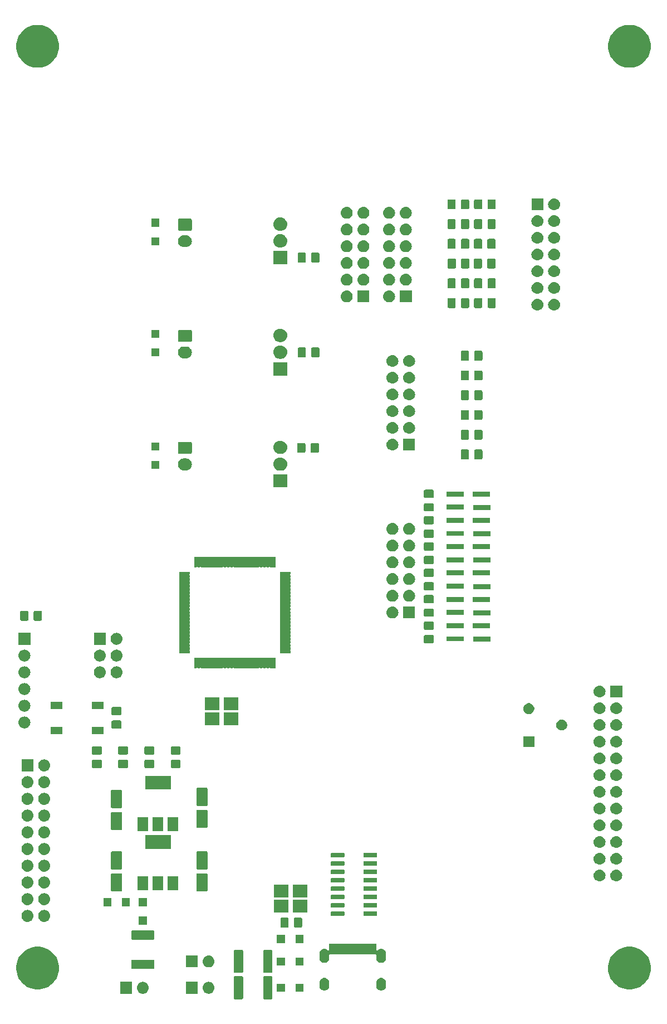
<source format=gbr>
G04 #@! TF.GenerationSoftware,KiCad,Pcbnew,(5.1.2-1)-1*
G04 #@! TF.CreationDate,2020-01-30T23:37:22-08:00*
G04 #@! TF.ProjectId,complete testboard,636f6d70-6c65-4746-9520-74657374626f,1.0*
G04 #@! TF.SameCoordinates,Original*
G04 #@! TF.FileFunction,Soldermask,Top*
G04 #@! TF.FilePolarity,Negative*
%FSLAX46Y46*%
G04 Gerber Fmt 4.6, Leading zero omitted, Abs format (unit mm)*
G04 Created by KiCad (PCBNEW (5.1.2-1)-1) date 2020-01-30 23:37:22*
%MOMM*%
%LPD*%
G04 APERTURE LIST*
%ADD10C,0.100000*%
G04 APERTURE END LIST*
D10*
G36*
X52545781Y-194253295D02*
G01*
X52581816Y-194264227D01*
X52615024Y-194281977D01*
X52644134Y-194305866D01*
X52668023Y-194334976D01*
X52685773Y-194368184D01*
X52696705Y-194404219D01*
X52701000Y-194447831D01*
X52701000Y-197552169D01*
X52696705Y-197595781D01*
X52685773Y-197631816D01*
X52668023Y-197665024D01*
X52644134Y-197694134D01*
X52615024Y-197718023D01*
X52581816Y-197735773D01*
X52545781Y-197746705D01*
X52502169Y-197751000D01*
X51497831Y-197751000D01*
X51454219Y-197746705D01*
X51418184Y-197735773D01*
X51384976Y-197718023D01*
X51355866Y-197694134D01*
X51331977Y-197665024D01*
X51314227Y-197631816D01*
X51303295Y-197595781D01*
X51299000Y-197552169D01*
X51299000Y-194447831D01*
X51303295Y-194404219D01*
X51314227Y-194368184D01*
X51331977Y-194334976D01*
X51355866Y-194305866D01*
X51384976Y-194281977D01*
X51418184Y-194264227D01*
X51454219Y-194253295D01*
X51497831Y-194249000D01*
X52502169Y-194249000D01*
X52545781Y-194253295D01*
X52545781Y-194253295D01*
G37*
G36*
X48095781Y-194253295D02*
G01*
X48131816Y-194264227D01*
X48165024Y-194281977D01*
X48194134Y-194305866D01*
X48218023Y-194334976D01*
X48235773Y-194368184D01*
X48246705Y-194404219D01*
X48251000Y-194447831D01*
X48251000Y-197552169D01*
X48246705Y-197595781D01*
X48235773Y-197631816D01*
X48218023Y-197665024D01*
X48194134Y-197694134D01*
X48165024Y-197718023D01*
X48131816Y-197735773D01*
X48095781Y-197746705D01*
X48052169Y-197751000D01*
X47047831Y-197751000D01*
X47004219Y-197746705D01*
X46968184Y-197735773D01*
X46934976Y-197718023D01*
X46905866Y-197694134D01*
X46881977Y-197665024D01*
X46864227Y-197631816D01*
X46853295Y-197595781D01*
X46849000Y-197552169D01*
X46849000Y-194447831D01*
X46853295Y-194404219D01*
X46864227Y-194368184D01*
X46881977Y-194334976D01*
X46905866Y-194305866D01*
X46934976Y-194281977D01*
X46968184Y-194264227D01*
X47004219Y-194253295D01*
X47047831Y-194249000D01*
X48052169Y-194249000D01*
X48095781Y-194253295D01*
X48095781Y-194253295D01*
G37*
G36*
X43110443Y-195105519D02*
G01*
X43176627Y-195112037D01*
X43346466Y-195163557D01*
X43502991Y-195247222D01*
X43528855Y-195268448D01*
X43640186Y-195359814D01*
X43709619Y-195444420D01*
X43752778Y-195497009D01*
X43836443Y-195653534D01*
X43887963Y-195823373D01*
X43905359Y-196000000D01*
X43887963Y-196176627D01*
X43836443Y-196346466D01*
X43752778Y-196502991D01*
X43723448Y-196538729D01*
X43640186Y-196640186D01*
X43538729Y-196723448D01*
X43502991Y-196752778D01*
X43346466Y-196836443D01*
X43176627Y-196887963D01*
X43110443Y-196894481D01*
X43044260Y-196901000D01*
X42955740Y-196901000D01*
X42889557Y-196894481D01*
X42823373Y-196887963D01*
X42653534Y-196836443D01*
X42497009Y-196752778D01*
X42461271Y-196723448D01*
X42359814Y-196640186D01*
X42276552Y-196538729D01*
X42247222Y-196502991D01*
X42163557Y-196346466D01*
X42112037Y-196176627D01*
X42094641Y-196000000D01*
X42112037Y-195823373D01*
X42163557Y-195653534D01*
X42247222Y-195497009D01*
X42290381Y-195444420D01*
X42359814Y-195359814D01*
X42471145Y-195268448D01*
X42497009Y-195247222D01*
X42653534Y-195163557D01*
X42823373Y-195112037D01*
X42889557Y-195105519D01*
X42955740Y-195099000D01*
X43044260Y-195099000D01*
X43110443Y-195105519D01*
X43110443Y-195105519D01*
G37*
G36*
X41361000Y-196901000D02*
G01*
X39559000Y-196901000D01*
X39559000Y-195099000D01*
X41361000Y-195099000D01*
X41361000Y-196901000D01*
X41361000Y-196901000D01*
G37*
G36*
X33110443Y-195105519D02*
G01*
X33176627Y-195112037D01*
X33346466Y-195163557D01*
X33502991Y-195247222D01*
X33528855Y-195268448D01*
X33640186Y-195359814D01*
X33709619Y-195444420D01*
X33752778Y-195497009D01*
X33836443Y-195653534D01*
X33887963Y-195823373D01*
X33905359Y-196000000D01*
X33887963Y-196176627D01*
X33836443Y-196346466D01*
X33752778Y-196502991D01*
X33723448Y-196538729D01*
X33640186Y-196640186D01*
X33538729Y-196723448D01*
X33502991Y-196752778D01*
X33346466Y-196836443D01*
X33176627Y-196887963D01*
X33110443Y-196894481D01*
X33044260Y-196901000D01*
X32955740Y-196901000D01*
X32889557Y-196894481D01*
X32823373Y-196887963D01*
X32653534Y-196836443D01*
X32497009Y-196752778D01*
X32461271Y-196723448D01*
X32359814Y-196640186D01*
X32276552Y-196538729D01*
X32247222Y-196502991D01*
X32163557Y-196346466D01*
X32112037Y-196176627D01*
X32094641Y-196000000D01*
X32112037Y-195823373D01*
X32163557Y-195653534D01*
X32247222Y-195497009D01*
X32290381Y-195444420D01*
X32359814Y-195359814D01*
X32471145Y-195268448D01*
X32497009Y-195247222D01*
X32653534Y-195163557D01*
X32823373Y-195112037D01*
X32889557Y-195105519D01*
X32955740Y-195099000D01*
X33044260Y-195099000D01*
X33110443Y-195105519D01*
X33110443Y-195105519D01*
G37*
G36*
X31361000Y-196901000D02*
G01*
X29559000Y-196901000D01*
X29559000Y-195099000D01*
X31361000Y-195099000D01*
X31361000Y-196901000D01*
X31361000Y-196901000D01*
G37*
G36*
X57401000Y-196601000D02*
G01*
X56199000Y-196601000D01*
X56199000Y-195399000D01*
X57401000Y-195399000D01*
X57401000Y-196601000D01*
X57401000Y-196601000D01*
G37*
G36*
X54601000Y-196601000D02*
G01*
X53399000Y-196601000D01*
X53399000Y-195399000D01*
X54601000Y-195399000D01*
X54601000Y-196601000D01*
X54601000Y-196601000D01*
G37*
G36*
X60746927Y-194505445D02*
G01*
X60888208Y-194548302D01*
X60888210Y-194548303D01*
X61018412Y-194617898D01*
X61018414Y-194617899D01*
X61018413Y-194617899D01*
X61132541Y-194711559D01*
X61209405Y-194805220D01*
X61226202Y-194825687D01*
X61227763Y-194828608D01*
X61295798Y-194955891D01*
X61338655Y-195097172D01*
X61349500Y-195207284D01*
X61349500Y-195712715D01*
X61338655Y-195822828D01*
X61330109Y-195851000D01*
X61295797Y-195964111D01*
X61226202Y-196094313D01*
X61132541Y-196208441D01*
X61018413Y-196302102D01*
X60888211Y-196371697D01*
X60888209Y-196371698D01*
X60746928Y-196414555D01*
X60600000Y-196429026D01*
X60453073Y-196414555D01*
X60311792Y-196371698D01*
X60311790Y-196371697D01*
X60181588Y-196302102D01*
X60164233Y-196287859D01*
X60067460Y-196208441D01*
X59973799Y-196094314D01*
X59904202Y-195964109D01*
X59861345Y-195822828D01*
X59850500Y-195712716D01*
X59850500Y-195207285D01*
X59861345Y-195097173D01*
X59904202Y-194955892D01*
X59928366Y-194910685D01*
X59973798Y-194825688D01*
X59988041Y-194808332D01*
X60067459Y-194711559D01*
X60181586Y-194617899D01*
X60181585Y-194617899D01*
X60181587Y-194617898D01*
X60311789Y-194548303D01*
X60311791Y-194548302D01*
X60453072Y-194505445D01*
X60600000Y-194490974D01*
X60746927Y-194505445D01*
X60746927Y-194505445D01*
G37*
G36*
X69382927Y-194505445D02*
G01*
X69524208Y-194548302D01*
X69524210Y-194548303D01*
X69654412Y-194617898D01*
X69654414Y-194617899D01*
X69654413Y-194617899D01*
X69768541Y-194711559D01*
X69845405Y-194805220D01*
X69862202Y-194825687D01*
X69863763Y-194828608D01*
X69931798Y-194955891D01*
X69974655Y-195097172D01*
X69985500Y-195207284D01*
X69985500Y-195712715D01*
X69974655Y-195822828D01*
X69966109Y-195851000D01*
X69931797Y-195964111D01*
X69862202Y-196094313D01*
X69768541Y-196208441D01*
X69654413Y-196302102D01*
X69524211Y-196371697D01*
X69524209Y-196371698D01*
X69382928Y-196414555D01*
X69236000Y-196429026D01*
X69089073Y-196414555D01*
X68947792Y-196371698D01*
X68947790Y-196371697D01*
X68817588Y-196302102D01*
X68800233Y-196287859D01*
X68703460Y-196208441D01*
X68609799Y-196094314D01*
X68540202Y-195964109D01*
X68497345Y-195822828D01*
X68486500Y-195712716D01*
X68486500Y-195207285D01*
X68497345Y-195097173D01*
X68540202Y-194955892D01*
X68564366Y-194910685D01*
X68609798Y-194825688D01*
X68624041Y-194808332D01*
X68703459Y-194711559D01*
X68817586Y-194617899D01*
X68817585Y-194617899D01*
X68817587Y-194617898D01*
X68947789Y-194548303D01*
X68947791Y-194548302D01*
X69089072Y-194505445D01*
X69236000Y-194490974D01*
X69382927Y-194505445D01*
X69382927Y-194505445D01*
G37*
G36*
X107634239Y-189811467D02*
G01*
X107948282Y-189873934D01*
X108539926Y-190119001D01*
X109072392Y-190474784D01*
X109525216Y-190927608D01*
X109880999Y-191460074D01*
X110126066Y-192051718D01*
X110184695Y-192346466D01*
X110251000Y-192679803D01*
X110251000Y-193320197D01*
X110218938Y-193481385D01*
X110126066Y-193948282D01*
X109880999Y-194539926D01*
X109525216Y-195072392D01*
X109072392Y-195525216D01*
X108539926Y-195880999D01*
X107948282Y-196126066D01*
X107634239Y-196188533D01*
X107320197Y-196251000D01*
X106679803Y-196251000D01*
X106365761Y-196188533D01*
X106051718Y-196126066D01*
X105460074Y-195880999D01*
X104927608Y-195525216D01*
X104474784Y-195072392D01*
X104119001Y-194539926D01*
X103873934Y-193948282D01*
X103781062Y-193481385D01*
X103749000Y-193320197D01*
X103749000Y-192679803D01*
X103815305Y-192346466D01*
X103873934Y-192051718D01*
X104119001Y-191460074D01*
X104474784Y-190927608D01*
X104927608Y-190474784D01*
X105460074Y-190119001D01*
X106051718Y-189873934D01*
X106365761Y-189811467D01*
X106679803Y-189749000D01*
X107320197Y-189749000D01*
X107634239Y-189811467D01*
X107634239Y-189811467D01*
G37*
G36*
X17634239Y-189811467D02*
G01*
X17948282Y-189873934D01*
X18539926Y-190119001D01*
X19072392Y-190474784D01*
X19525216Y-190927608D01*
X19880999Y-191460074D01*
X20126066Y-192051718D01*
X20184695Y-192346466D01*
X20251000Y-192679803D01*
X20251000Y-193320197D01*
X20218938Y-193481385D01*
X20126066Y-193948282D01*
X19880999Y-194539926D01*
X19525216Y-195072392D01*
X19072392Y-195525216D01*
X18539926Y-195880999D01*
X17948282Y-196126066D01*
X17634239Y-196188533D01*
X17320197Y-196251000D01*
X16679803Y-196251000D01*
X16365761Y-196188533D01*
X16051718Y-196126066D01*
X15460074Y-195880999D01*
X14927608Y-195525216D01*
X14474784Y-195072392D01*
X14119001Y-194539926D01*
X13873934Y-193948282D01*
X13781062Y-193481385D01*
X13749000Y-193320197D01*
X13749000Y-192679803D01*
X13815305Y-192346466D01*
X13873934Y-192051718D01*
X14119001Y-191460074D01*
X14474784Y-190927608D01*
X14927608Y-190474784D01*
X15460074Y-190119001D01*
X16051718Y-189873934D01*
X16365761Y-189811467D01*
X16679803Y-189749000D01*
X17320197Y-189749000D01*
X17634239Y-189811467D01*
X17634239Y-189811467D01*
G37*
G36*
X48095781Y-190253295D02*
G01*
X48131816Y-190264227D01*
X48165024Y-190281977D01*
X48194134Y-190305866D01*
X48218023Y-190334976D01*
X48235773Y-190368184D01*
X48246705Y-190404219D01*
X48251000Y-190447831D01*
X48251000Y-193552169D01*
X48246705Y-193595781D01*
X48235773Y-193631816D01*
X48218023Y-193665024D01*
X48194134Y-193694134D01*
X48165024Y-193718023D01*
X48131816Y-193735773D01*
X48095781Y-193746705D01*
X48052169Y-193751000D01*
X47047831Y-193751000D01*
X47004219Y-193746705D01*
X46968184Y-193735773D01*
X46934976Y-193718023D01*
X46905866Y-193694134D01*
X46881977Y-193665024D01*
X46864227Y-193631816D01*
X46853295Y-193595781D01*
X46849000Y-193552169D01*
X46849000Y-190447831D01*
X46853295Y-190404219D01*
X46864227Y-190368184D01*
X46881977Y-190334976D01*
X46905866Y-190305866D01*
X46934976Y-190281977D01*
X46968184Y-190264227D01*
X47004219Y-190253295D01*
X47047831Y-190249000D01*
X48052169Y-190249000D01*
X48095781Y-190253295D01*
X48095781Y-190253295D01*
G37*
G36*
X52545781Y-190253295D02*
G01*
X52581816Y-190264227D01*
X52615024Y-190281977D01*
X52644134Y-190305866D01*
X52668023Y-190334976D01*
X52685773Y-190368184D01*
X52696705Y-190404219D01*
X52701000Y-190447831D01*
X52701000Y-193552169D01*
X52696705Y-193595781D01*
X52685773Y-193631816D01*
X52668023Y-193665024D01*
X52644134Y-193694134D01*
X52615024Y-193718023D01*
X52581816Y-193735773D01*
X52545781Y-193746705D01*
X52502169Y-193751000D01*
X51497831Y-193751000D01*
X51454219Y-193746705D01*
X51418184Y-193735773D01*
X51384976Y-193718023D01*
X51355866Y-193694134D01*
X51331977Y-193665024D01*
X51314227Y-193631816D01*
X51303295Y-193595781D01*
X51299000Y-193552169D01*
X51299000Y-190447831D01*
X51303295Y-190404219D01*
X51314227Y-190368184D01*
X51331977Y-190334976D01*
X51355866Y-190305866D01*
X51384976Y-190281977D01*
X51418184Y-190264227D01*
X51454219Y-190253295D01*
X51497831Y-190249000D01*
X52502169Y-190249000D01*
X52545781Y-190253295D01*
X52545781Y-190253295D01*
G37*
G36*
X34595781Y-191753295D02*
G01*
X34631816Y-191764227D01*
X34665024Y-191781977D01*
X34694134Y-191805866D01*
X34718023Y-191834976D01*
X34735773Y-191868184D01*
X34746705Y-191904219D01*
X34751000Y-191947831D01*
X34751000Y-192952169D01*
X34746705Y-192995781D01*
X34735773Y-193031816D01*
X34718023Y-193065024D01*
X34694134Y-193094134D01*
X34665024Y-193118023D01*
X34631816Y-193135773D01*
X34595781Y-193146705D01*
X34552169Y-193151000D01*
X31447831Y-193151000D01*
X31404219Y-193146705D01*
X31368184Y-193135773D01*
X31334976Y-193118023D01*
X31305866Y-193094134D01*
X31281977Y-193065024D01*
X31264227Y-193031816D01*
X31253295Y-192995781D01*
X31249000Y-192952169D01*
X31249000Y-191947831D01*
X31253295Y-191904219D01*
X31264227Y-191868184D01*
X31281977Y-191834976D01*
X31305866Y-191805866D01*
X31334976Y-191781977D01*
X31368184Y-191764227D01*
X31404219Y-191753295D01*
X31447831Y-191749000D01*
X34552169Y-191749000D01*
X34595781Y-191753295D01*
X34595781Y-191753295D01*
G37*
G36*
X43110442Y-191105518D02*
G01*
X43176627Y-191112037D01*
X43346466Y-191163557D01*
X43502991Y-191247222D01*
X43516762Y-191258524D01*
X43640186Y-191359814D01*
X43701475Y-191434496D01*
X43752778Y-191497009D01*
X43752779Y-191497011D01*
X43836296Y-191653258D01*
X43836443Y-191653534D01*
X43887963Y-191823373D01*
X43905359Y-192000000D01*
X43887963Y-192176627D01*
X43836443Y-192346466D01*
X43752778Y-192502991D01*
X43723448Y-192538729D01*
X43640186Y-192640186D01*
X43552065Y-192712504D01*
X43502991Y-192752778D01*
X43346466Y-192836443D01*
X43176627Y-192887963D01*
X43110442Y-192894482D01*
X43044260Y-192901000D01*
X42955740Y-192901000D01*
X42889558Y-192894482D01*
X42823373Y-192887963D01*
X42653534Y-192836443D01*
X42497009Y-192752778D01*
X42447935Y-192712504D01*
X42359814Y-192640186D01*
X42276552Y-192538729D01*
X42247222Y-192502991D01*
X42163557Y-192346466D01*
X42112037Y-192176627D01*
X42094641Y-192000000D01*
X42112037Y-191823373D01*
X42163557Y-191653534D01*
X42163705Y-191653258D01*
X42247221Y-191497011D01*
X42247222Y-191497009D01*
X42298525Y-191434496D01*
X42359814Y-191359814D01*
X42483238Y-191258524D01*
X42497009Y-191247222D01*
X42653534Y-191163557D01*
X42823373Y-191112037D01*
X42889558Y-191105518D01*
X42955740Y-191099000D01*
X43044260Y-191099000D01*
X43110442Y-191105518D01*
X43110442Y-191105518D01*
G37*
G36*
X41361000Y-192901000D02*
G01*
X39559000Y-192901000D01*
X39559000Y-191099000D01*
X41361000Y-191099000D01*
X41361000Y-192901000D01*
X41361000Y-192901000D01*
G37*
G36*
X57401000Y-192601000D02*
G01*
X56199000Y-192601000D01*
X56199000Y-191399000D01*
X57401000Y-191399000D01*
X57401000Y-192601000D01*
X57401000Y-192601000D01*
G37*
G36*
X54601000Y-192601000D02*
G01*
X53399000Y-192601000D01*
X53399000Y-191399000D01*
X54601000Y-191399000D01*
X54601000Y-192601000D01*
X54601000Y-192601000D01*
G37*
G36*
X68484487Y-190209429D02*
G01*
X68486889Y-190233815D01*
X68494002Y-190257264D01*
X68505553Y-190278875D01*
X68521098Y-190297817D01*
X68540040Y-190313362D01*
X68561651Y-190324913D01*
X68585100Y-190332026D01*
X68609486Y-190334428D01*
X68633872Y-190332026D01*
X68657321Y-190324913D01*
X68678932Y-190313362D01*
X68693936Y-190299763D01*
X68693942Y-190299770D01*
X68703457Y-190291961D01*
X68703459Y-190291959D01*
X68817586Y-190198299D01*
X68817585Y-190198299D01*
X68817587Y-190198298D01*
X68947789Y-190128703D01*
X68947791Y-190128702D01*
X69089072Y-190085845D01*
X69236000Y-190071374D01*
X69382927Y-190085845D01*
X69524208Y-190128702D01*
X69524210Y-190128703D01*
X69654412Y-190198298D01*
X69654414Y-190198299D01*
X69654413Y-190198299D01*
X69768541Y-190291959D01*
X69831096Y-190368184D01*
X69862202Y-190406087D01*
X69922350Y-190518615D01*
X69931798Y-190536291D01*
X69974655Y-190677572D01*
X69985500Y-190787684D01*
X69985500Y-191496316D01*
X69974655Y-191606428D01*
X69945477Y-191702615D01*
X69931797Y-191747711D01*
X69862202Y-191877913D01*
X69768541Y-191992041D01*
X69654413Y-192085702D01*
X69524211Y-192155297D01*
X69524209Y-192155298D01*
X69382928Y-192198155D01*
X69236000Y-192212626D01*
X69089073Y-192198155D01*
X68947792Y-192155298D01*
X68947790Y-192155297D01*
X68817588Y-192085702D01*
X68703460Y-191992041D01*
X68609799Y-191877913D01*
X68577403Y-191817306D01*
X68540202Y-191747709D01*
X68497345Y-191606428D01*
X68486500Y-191496316D01*
X68486500Y-191063999D01*
X68484098Y-191039613D01*
X68476985Y-191016164D01*
X68465434Y-190994553D01*
X68449889Y-190975611D01*
X68430947Y-190960066D01*
X68409336Y-190948515D01*
X68385887Y-190941402D01*
X68361501Y-190939000D01*
X61474499Y-190939000D01*
X61450113Y-190941402D01*
X61426664Y-190948515D01*
X61405053Y-190960066D01*
X61386111Y-190975611D01*
X61370566Y-190994553D01*
X61359015Y-191016164D01*
X61351902Y-191039613D01*
X61349500Y-191063999D01*
X61349500Y-191496316D01*
X61338655Y-191606428D01*
X61309477Y-191702615D01*
X61295797Y-191747711D01*
X61226202Y-191877913D01*
X61132541Y-191992041D01*
X61018413Y-192085702D01*
X60888211Y-192155297D01*
X60888209Y-192155298D01*
X60746928Y-192198155D01*
X60600000Y-192212626D01*
X60453073Y-192198155D01*
X60311792Y-192155298D01*
X60311790Y-192155297D01*
X60181588Y-192085702D01*
X60067460Y-191992041D01*
X59973799Y-191877913D01*
X59941403Y-191817306D01*
X59904202Y-191747709D01*
X59861345Y-191606428D01*
X59850500Y-191496316D01*
X59850500Y-190787685D01*
X59861345Y-190677573D01*
X59904202Y-190536292D01*
X59937079Y-190474784D01*
X59973798Y-190406088D01*
X59989979Y-190386371D01*
X60067459Y-190291959D01*
X60181586Y-190198299D01*
X60181585Y-190198299D01*
X60181587Y-190198298D01*
X60311789Y-190128703D01*
X60311791Y-190128702D01*
X60453072Y-190085845D01*
X60600000Y-190071374D01*
X60746927Y-190085845D01*
X60888208Y-190128702D01*
X60888210Y-190128703D01*
X61018412Y-190198298D01*
X61018414Y-190198299D01*
X61018413Y-190198299D01*
X61132541Y-190291959D01*
X61132543Y-190291961D01*
X61135774Y-190294613D01*
X61147216Y-190306055D01*
X61167590Y-190319668D01*
X61190229Y-190329046D01*
X61214262Y-190333826D01*
X61238766Y-190333826D01*
X61262800Y-190329045D01*
X61285438Y-190319668D01*
X61305813Y-190306054D01*
X61323140Y-190288727D01*
X61336753Y-190268353D01*
X61346131Y-190245714D01*
X61351513Y-190209429D01*
X61351513Y-189313000D01*
X68484487Y-189313000D01*
X68484487Y-190209429D01*
X68484487Y-190209429D01*
G37*
G36*
X57401000Y-189201000D02*
G01*
X56199000Y-189201000D01*
X56199000Y-187999000D01*
X57401000Y-187999000D01*
X57401000Y-189201000D01*
X57401000Y-189201000D01*
G37*
G36*
X54601000Y-189201000D02*
G01*
X53399000Y-189201000D01*
X53399000Y-187999000D01*
X54601000Y-187999000D01*
X54601000Y-189201000D01*
X54601000Y-189201000D01*
G37*
G36*
X34595781Y-187303295D02*
G01*
X34631816Y-187314227D01*
X34665024Y-187331977D01*
X34694134Y-187355866D01*
X34718023Y-187384976D01*
X34735773Y-187418184D01*
X34746705Y-187454219D01*
X34751000Y-187497831D01*
X34751000Y-188502169D01*
X34746705Y-188545781D01*
X34735773Y-188581816D01*
X34718023Y-188615024D01*
X34694134Y-188644134D01*
X34665024Y-188668023D01*
X34631816Y-188685773D01*
X34595781Y-188696705D01*
X34552169Y-188701000D01*
X31447831Y-188701000D01*
X31404219Y-188696705D01*
X31368184Y-188685773D01*
X31334976Y-188668023D01*
X31305866Y-188644134D01*
X31281977Y-188615024D01*
X31264227Y-188581816D01*
X31253295Y-188545781D01*
X31249000Y-188502169D01*
X31249000Y-187497831D01*
X31253295Y-187454219D01*
X31264227Y-187418184D01*
X31281977Y-187384976D01*
X31305866Y-187355866D01*
X31334976Y-187331977D01*
X31368184Y-187314227D01*
X31404219Y-187303295D01*
X31447831Y-187299000D01*
X34552169Y-187299000D01*
X34595781Y-187303295D01*
X34595781Y-187303295D01*
G37*
G36*
X57063674Y-185353465D02*
G01*
X57101367Y-185364899D01*
X57136103Y-185383466D01*
X57166548Y-185408452D01*
X57191534Y-185438897D01*
X57210101Y-185473633D01*
X57221535Y-185511326D01*
X57226000Y-185556661D01*
X57226000Y-186643339D01*
X57221535Y-186688674D01*
X57210101Y-186726367D01*
X57191534Y-186761103D01*
X57166548Y-186791548D01*
X57136103Y-186816534D01*
X57101367Y-186835101D01*
X57063674Y-186846535D01*
X57018339Y-186851000D01*
X56181661Y-186851000D01*
X56136326Y-186846535D01*
X56098633Y-186835101D01*
X56063897Y-186816534D01*
X56033452Y-186791548D01*
X56008466Y-186761103D01*
X55989899Y-186726367D01*
X55978465Y-186688674D01*
X55974000Y-186643339D01*
X55974000Y-185556661D01*
X55978465Y-185511326D01*
X55989899Y-185473633D01*
X56008466Y-185438897D01*
X56033452Y-185408452D01*
X56063897Y-185383466D01*
X56098633Y-185364899D01*
X56136326Y-185353465D01*
X56181661Y-185349000D01*
X57018339Y-185349000D01*
X57063674Y-185353465D01*
X57063674Y-185353465D01*
G37*
G36*
X55013674Y-185353465D02*
G01*
X55051367Y-185364899D01*
X55086103Y-185383466D01*
X55116548Y-185408452D01*
X55141534Y-185438897D01*
X55160101Y-185473633D01*
X55171535Y-185511326D01*
X55176000Y-185556661D01*
X55176000Y-186643339D01*
X55171535Y-186688674D01*
X55160101Y-186726367D01*
X55141534Y-186761103D01*
X55116548Y-186791548D01*
X55086103Y-186816534D01*
X55051367Y-186835101D01*
X55013674Y-186846535D01*
X54968339Y-186851000D01*
X54131661Y-186851000D01*
X54086326Y-186846535D01*
X54048633Y-186835101D01*
X54013897Y-186816534D01*
X53983452Y-186791548D01*
X53958466Y-186761103D01*
X53939899Y-186726367D01*
X53928465Y-186688674D01*
X53924000Y-186643339D01*
X53924000Y-185556661D01*
X53928465Y-185511326D01*
X53939899Y-185473633D01*
X53958466Y-185438897D01*
X53983452Y-185408452D01*
X54013897Y-185383466D01*
X54048633Y-185364899D01*
X54086326Y-185353465D01*
X54131661Y-185349000D01*
X54968339Y-185349000D01*
X55013674Y-185353465D01*
X55013674Y-185353465D01*
G37*
G36*
X33601000Y-186401000D02*
G01*
X32399000Y-186401000D01*
X32399000Y-185199000D01*
X33601000Y-185199000D01*
X33601000Y-186401000D01*
X33601000Y-186401000D01*
G37*
G36*
X15570442Y-184185518D02*
G01*
X15636627Y-184192037D01*
X15806466Y-184243557D01*
X15962991Y-184327222D01*
X15998729Y-184356552D01*
X16100186Y-184439814D01*
X16160362Y-184513140D01*
X16212778Y-184577009D01*
X16296443Y-184733534D01*
X16347963Y-184903373D01*
X16365359Y-185080000D01*
X16347963Y-185256627D01*
X16296443Y-185426466D01*
X16212778Y-185582991D01*
X16183448Y-185618729D01*
X16100186Y-185720186D01*
X15998729Y-185803448D01*
X15962991Y-185832778D01*
X15806466Y-185916443D01*
X15636627Y-185967963D01*
X15570442Y-185974482D01*
X15504260Y-185981000D01*
X15415740Y-185981000D01*
X15349558Y-185974482D01*
X15283373Y-185967963D01*
X15113534Y-185916443D01*
X14957009Y-185832778D01*
X14921271Y-185803448D01*
X14819814Y-185720186D01*
X14736552Y-185618729D01*
X14707222Y-185582991D01*
X14623557Y-185426466D01*
X14572037Y-185256627D01*
X14554641Y-185080000D01*
X14572037Y-184903373D01*
X14623557Y-184733534D01*
X14707222Y-184577009D01*
X14759638Y-184513140D01*
X14819814Y-184439814D01*
X14921271Y-184356552D01*
X14957009Y-184327222D01*
X15113534Y-184243557D01*
X15283373Y-184192037D01*
X15349558Y-184185518D01*
X15415740Y-184179000D01*
X15504260Y-184179000D01*
X15570442Y-184185518D01*
X15570442Y-184185518D01*
G37*
G36*
X18110442Y-184185518D02*
G01*
X18176627Y-184192037D01*
X18346466Y-184243557D01*
X18502991Y-184327222D01*
X18538729Y-184356552D01*
X18640186Y-184439814D01*
X18700362Y-184513140D01*
X18752778Y-184577009D01*
X18836443Y-184733534D01*
X18887963Y-184903373D01*
X18905359Y-185080000D01*
X18887963Y-185256627D01*
X18836443Y-185426466D01*
X18752778Y-185582991D01*
X18723448Y-185618729D01*
X18640186Y-185720186D01*
X18538729Y-185803448D01*
X18502991Y-185832778D01*
X18346466Y-185916443D01*
X18176627Y-185967963D01*
X18110442Y-185974482D01*
X18044260Y-185981000D01*
X17955740Y-185981000D01*
X17889558Y-185974482D01*
X17823373Y-185967963D01*
X17653534Y-185916443D01*
X17497009Y-185832778D01*
X17461271Y-185803448D01*
X17359814Y-185720186D01*
X17276552Y-185618729D01*
X17247222Y-185582991D01*
X17163557Y-185426466D01*
X17112037Y-185256627D01*
X17094641Y-185080000D01*
X17112037Y-184903373D01*
X17163557Y-184733534D01*
X17247222Y-184577009D01*
X17299638Y-184513140D01*
X17359814Y-184439814D01*
X17461271Y-184356552D01*
X17497009Y-184327222D01*
X17653534Y-184243557D01*
X17823373Y-184192037D01*
X17889558Y-184185518D01*
X17955740Y-184179000D01*
X18044260Y-184179000D01*
X18110442Y-184185518D01*
X18110442Y-184185518D01*
G37*
G36*
X68509928Y-184396764D02*
G01*
X68531009Y-184403160D01*
X68550445Y-184413548D01*
X68567476Y-184427524D01*
X68581452Y-184444555D01*
X68591840Y-184463991D01*
X68598236Y-184485072D01*
X68601000Y-184513140D01*
X68601000Y-184976860D01*
X68598236Y-185004928D01*
X68591840Y-185026009D01*
X68581452Y-185045445D01*
X68567476Y-185062476D01*
X68550445Y-185076452D01*
X68531009Y-185086840D01*
X68509928Y-185093236D01*
X68481860Y-185096000D01*
X66668140Y-185096000D01*
X66640072Y-185093236D01*
X66618991Y-185086840D01*
X66599555Y-185076452D01*
X66582524Y-185062476D01*
X66568548Y-185045445D01*
X66558160Y-185026009D01*
X66551764Y-185004928D01*
X66549000Y-184976860D01*
X66549000Y-184513140D01*
X66551764Y-184485072D01*
X66558160Y-184463991D01*
X66568548Y-184444555D01*
X66582524Y-184427524D01*
X66599555Y-184413548D01*
X66618991Y-184403160D01*
X66640072Y-184396764D01*
X66668140Y-184394000D01*
X68481860Y-184394000D01*
X68509928Y-184396764D01*
X68509928Y-184396764D01*
G37*
G36*
X63559928Y-184396764D02*
G01*
X63581009Y-184403160D01*
X63600445Y-184413548D01*
X63617476Y-184427524D01*
X63631452Y-184444555D01*
X63641840Y-184463991D01*
X63648236Y-184485072D01*
X63651000Y-184513140D01*
X63651000Y-184976860D01*
X63648236Y-185004928D01*
X63641840Y-185026009D01*
X63631452Y-185045445D01*
X63617476Y-185062476D01*
X63600445Y-185076452D01*
X63581009Y-185086840D01*
X63559928Y-185093236D01*
X63531860Y-185096000D01*
X61718140Y-185096000D01*
X61690072Y-185093236D01*
X61668991Y-185086840D01*
X61649555Y-185076452D01*
X61632524Y-185062476D01*
X61618548Y-185045445D01*
X61608160Y-185026009D01*
X61601764Y-185004928D01*
X61599000Y-184976860D01*
X61599000Y-184513140D01*
X61601764Y-184485072D01*
X61608160Y-184463991D01*
X61618548Y-184444555D01*
X61632524Y-184427524D01*
X61649555Y-184413548D01*
X61668991Y-184403160D01*
X61690072Y-184396764D01*
X61718140Y-184394000D01*
X63531860Y-184394000D01*
X63559928Y-184396764D01*
X63559928Y-184396764D01*
G37*
G36*
X55101000Y-184551000D02*
G01*
X52899000Y-184551000D01*
X52899000Y-182649000D01*
X55101000Y-182649000D01*
X55101000Y-184551000D01*
X55101000Y-184551000D01*
G37*
G36*
X58001000Y-184551000D02*
G01*
X55799000Y-184551000D01*
X55799000Y-182649000D01*
X58001000Y-182649000D01*
X58001000Y-184551000D01*
X58001000Y-184551000D01*
G37*
G36*
X68509928Y-183126764D02*
G01*
X68531009Y-183133160D01*
X68550445Y-183143548D01*
X68567476Y-183157524D01*
X68581452Y-183174555D01*
X68591840Y-183193991D01*
X68598236Y-183215072D01*
X68601000Y-183243140D01*
X68601000Y-183706860D01*
X68598236Y-183734928D01*
X68591840Y-183756009D01*
X68581452Y-183775445D01*
X68567476Y-183792476D01*
X68550445Y-183806452D01*
X68531009Y-183816840D01*
X68509928Y-183823236D01*
X68481860Y-183826000D01*
X66668140Y-183826000D01*
X66640072Y-183823236D01*
X66618991Y-183816840D01*
X66599555Y-183806452D01*
X66582524Y-183792476D01*
X66568548Y-183775445D01*
X66558160Y-183756009D01*
X66551764Y-183734928D01*
X66549000Y-183706860D01*
X66549000Y-183243140D01*
X66551764Y-183215072D01*
X66558160Y-183193991D01*
X66568548Y-183174555D01*
X66582524Y-183157524D01*
X66599555Y-183143548D01*
X66618991Y-183133160D01*
X66640072Y-183126764D01*
X66668140Y-183124000D01*
X68481860Y-183124000D01*
X68509928Y-183126764D01*
X68509928Y-183126764D01*
G37*
G36*
X63559928Y-183126764D02*
G01*
X63581009Y-183133160D01*
X63600445Y-183143548D01*
X63617476Y-183157524D01*
X63631452Y-183174555D01*
X63641840Y-183193991D01*
X63648236Y-183215072D01*
X63651000Y-183243140D01*
X63651000Y-183706860D01*
X63648236Y-183734928D01*
X63641840Y-183756009D01*
X63631452Y-183775445D01*
X63617476Y-183792476D01*
X63600445Y-183806452D01*
X63581009Y-183816840D01*
X63559928Y-183823236D01*
X63531860Y-183826000D01*
X61718140Y-183826000D01*
X61690072Y-183823236D01*
X61668991Y-183816840D01*
X61649555Y-183806452D01*
X61632524Y-183792476D01*
X61618548Y-183775445D01*
X61608160Y-183756009D01*
X61601764Y-183734928D01*
X61599000Y-183706860D01*
X61599000Y-183243140D01*
X61601764Y-183215072D01*
X61608160Y-183193991D01*
X61618548Y-183174555D01*
X61632524Y-183157524D01*
X61649555Y-183143548D01*
X61668991Y-183133160D01*
X61690072Y-183126764D01*
X61718140Y-183124000D01*
X63531860Y-183124000D01*
X63559928Y-183126764D01*
X63559928Y-183126764D01*
G37*
G36*
X31001000Y-183601000D02*
G01*
X29799000Y-183601000D01*
X29799000Y-182399000D01*
X31001000Y-182399000D01*
X31001000Y-183601000D01*
X31001000Y-183601000D01*
G37*
G36*
X28201000Y-183601000D02*
G01*
X26999000Y-183601000D01*
X26999000Y-182399000D01*
X28201000Y-182399000D01*
X28201000Y-183601000D01*
X28201000Y-183601000D01*
G37*
G36*
X33601000Y-183601000D02*
G01*
X32399000Y-183601000D01*
X32399000Y-182399000D01*
X33601000Y-182399000D01*
X33601000Y-183601000D01*
X33601000Y-183601000D01*
G37*
G36*
X18110443Y-181645519D02*
G01*
X18176627Y-181652037D01*
X18346466Y-181703557D01*
X18502991Y-181787222D01*
X18538729Y-181816552D01*
X18640186Y-181899814D01*
X18700362Y-181973140D01*
X18752778Y-182037009D01*
X18836443Y-182193534D01*
X18887963Y-182363373D01*
X18905359Y-182540000D01*
X18887963Y-182716627D01*
X18836443Y-182886466D01*
X18752778Y-183042991D01*
X18723448Y-183078729D01*
X18640186Y-183180186D01*
X18576636Y-183232339D01*
X18502991Y-183292778D01*
X18346466Y-183376443D01*
X18176627Y-183427963D01*
X18110442Y-183434482D01*
X18044260Y-183441000D01*
X17955740Y-183441000D01*
X17889558Y-183434482D01*
X17823373Y-183427963D01*
X17653534Y-183376443D01*
X17497009Y-183292778D01*
X17423364Y-183232339D01*
X17359814Y-183180186D01*
X17276552Y-183078729D01*
X17247222Y-183042991D01*
X17163557Y-182886466D01*
X17112037Y-182716627D01*
X17094641Y-182540000D01*
X17112037Y-182363373D01*
X17163557Y-182193534D01*
X17247222Y-182037009D01*
X17299638Y-181973140D01*
X17359814Y-181899814D01*
X17461271Y-181816552D01*
X17497009Y-181787222D01*
X17653534Y-181703557D01*
X17823373Y-181652037D01*
X17889557Y-181645519D01*
X17955740Y-181639000D01*
X18044260Y-181639000D01*
X18110443Y-181645519D01*
X18110443Y-181645519D01*
G37*
G36*
X15570443Y-181645519D02*
G01*
X15636627Y-181652037D01*
X15806466Y-181703557D01*
X15962991Y-181787222D01*
X15998729Y-181816552D01*
X16100186Y-181899814D01*
X16160362Y-181973140D01*
X16212778Y-182037009D01*
X16296443Y-182193534D01*
X16347963Y-182363373D01*
X16365359Y-182540000D01*
X16347963Y-182716627D01*
X16296443Y-182886466D01*
X16212778Y-183042991D01*
X16183448Y-183078729D01*
X16100186Y-183180186D01*
X16036636Y-183232339D01*
X15962991Y-183292778D01*
X15806466Y-183376443D01*
X15636627Y-183427963D01*
X15570442Y-183434482D01*
X15504260Y-183441000D01*
X15415740Y-183441000D01*
X15349558Y-183434482D01*
X15283373Y-183427963D01*
X15113534Y-183376443D01*
X14957009Y-183292778D01*
X14883364Y-183232339D01*
X14819814Y-183180186D01*
X14736552Y-183078729D01*
X14707222Y-183042991D01*
X14623557Y-182886466D01*
X14572037Y-182716627D01*
X14554641Y-182540000D01*
X14572037Y-182363373D01*
X14623557Y-182193534D01*
X14707222Y-182037009D01*
X14759638Y-181973140D01*
X14819814Y-181899814D01*
X14921271Y-181816552D01*
X14957009Y-181787222D01*
X15113534Y-181703557D01*
X15283373Y-181652037D01*
X15349557Y-181645519D01*
X15415740Y-181639000D01*
X15504260Y-181639000D01*
X15570443Y-181645519D01*
X15570443Y-181645519D01*
G37*
G36*
X63559928Y-181856764D02*
G01*
X63581009Y-181863160D01*
X63600445Y-181873548D01*
X63617476Y-181887524D01*
X63631452Y-181904555D01*
X63641840Y-181923991D01*
X63648236Y-181945072D01*
X63651000Y-181973140D01*
X63651000Y-182436860D01*
X63648236Y-182464928D01*
X63641840Y-182486009D01*
X63631452Y-182505445D01*
X63617476Y-182522476D01*
X63600445Y-182536452D01*
X63581009Y-182546840D01*
X63559928Y-182553236D01*
X63531860Y-182556000D01*
X61718140Y-182556000D01*
X61690072Y-182553236D01*
X61668991Y-182546840D01*
X61649555Y-182536452D01*
X61632524Y-182522476D01*
X61618548Y-182505445D01*
X61608160Y-182486009D01*
X61601764Y-182464928D01*
X61599000Y-182436860D01*
X61599000Y-181973140D01*
X61601764Y-181945072D01*
X61608160Y-181923991D01*
X61618548Y-181904555D01*
X61632524Y-181887524D01*
X61649555Y-181873548D01*
X61668991Y-181863160D01*
X61690072Y-181856764D01*
X61718140Y-181854000D01*
X63531860Y-181854000D01*
X63559928Y-181856764D01*
X63559928Y-181856764D01*
G37*
G36*
X68509928Y-181856764D02*
G01*
X68531009Y-181863160D01*
X68550445Y-181873548D01*
X68567476Y-181887524D01*
X68581452Y-181904555D01*
X68591840Y-181923991D01*
X68598236Y-181945072D01*
X68601000Y-181973140D01*
X68601000Y-182436860D01*
X68598236Y-182464928D01*
X68591840Y-182486009D01*
X68581452Y-182505445D01*
X68567476Y-182522476D01*
X68550445Y-182536452D01*
X68531009Y-182546840D01*
X68509928Y-182553236D01*
X68481860Y-182556000D01*
X66668140Y-182556000D01*
X66640072Y-182553236D01*
X66618991Y-182546840D01*
X66599555Y-182536452D01*
X66582524Y-182522476D01*
X66568548Y-182505445D01*
X66558160Y-182486009D01*
X66551764Y-182464928D01*
X66549000Y-182436860D01*
X66549000Y-181973140D01*
X66551764Y-181945072D01*
X66558160Y-181923991D01*
X66568548Y-181904555D01*
X66582524Y-181887524D01*
X66599555Y-181873548D01*
X66618991Y-181863160D01*
X66640072Y-181856764D01*
X66668140Y-181854000D01*
X68481860Y-181854000D01*
X68509928Y-181856764D01*
X68509928Y-181856764D01*
G37*
G36*
X58001000Y-182251000D02*
G01*
X55799000Y-182251000D01*
X55799000Y-180349000D01*
X58001000Y-180349000D01*
X58001000Y-182251000D01*
X58001000Y-182251000D01*
G37*
G36*
X55101000Y-182251000D02*
G01*
X52899000Y-182251000D01*
X52899000Y-180349000D01*
X55101000Y-180349000D01*
X55101000Y-182251000D01*
X55101000Y-182251000D01*
G37*
G36*
X29705997Y-178628051D02*
G01*
X29739652Y-178638261D01*
X29770665Y-178654838D01*
X29797851Y-178677149D01*
X29820162Y-178704335D01*
X29836739Y-178735348D01*
X29846949Y-178769003D01*
X29851000Y-178810138D01*
X29851000Y-181189862D01*
X29846949Y-181230997D01*
X29836739Y-181264652D01*
X29820162Y-181295665D01*
X29797851Y-181322851D01*
X29770665Y-181345162D01*
X29739652Y-181361739D01*
X29705997Y-181371949D01*
X29664862Y-181376000D01*
X28335138Y-181376000D01*
X28294003Y-181371949D01*
X28260348Y-181361739D01*
X28229335Y-181345162D01*
X28202149Y-181322851D01*
X28179838Y-181295665D01*
X28163261Y-181264652D01*
X28153051Y-181230997D01*
X28149000Y-181189862D01*
X28149000Y-178810138D01*
X28153051Y-178769003D01*
X28163261Y-178735348D01*
X28179838Y-178704335D01*
X28202149Y-178677149D01*
X28229335Y-178654838D01*
X28260348Y-178638261D01*
X28294003Y-178628051D01*
X28335138Y-178624000D01*
X29664862Y-178624000D01*
X29705997Y-178628051D01*
X29705997Y-178628051D01*
G37*
G36*
X42705997Y-178628051D02*
G01*
X42739652Y-178638261D01*
X42770665Y-178654838D01*
X42797851Y-178677149D01*
X42820162Y-178704335D01*
X42836739Y-178735348D01*
X42846949Y-178769003D01*
X42851000Y-178810138D01*
X42851000Y-181189862D01*
X42846949Y-181230997D01*
X42836739Y-181264652D01*
X42820162Y-181295665D01*
X42797851Y-181322851D01*
X42770665Y-181345162D01*
X42739652Y-181361739D01*
X42705997Y-181371949D01*
X42664862Y-181376000D01*
X41335138Y-181376000D01*
X41294003Y-181371949D01*
X41260348Y-181361739D01*
X41229335Y-181345162D01*
X41202149Y-181322851D01*
X41179838Y-181295665D01*
X41163261Y-181264652D01*
X41153051Y-181230997D01*
X41149000Y-181189862D01*
X41149000Y-178810138D01*
X41153051Y-178769003D01*
X41163261Y-178735348D01*
X41179838Y-178704335D01*
X41202149Y-178677149D01*
X41229335Y-178654838D01*
X41260348Y-178638261D01*
X41294003Y-178628051D01*
X41335138Y-178624000D01*
X42664862Y-178624000D01*
X42705997Y-178628051D01*
X42705997Y-178628051D01*
G37*
G36*
X63559928Y-180586764D02*
G01*
X63581009Y-180593160D01*
X63600445Y-180603548D01*
X63617476Y-180617524D01*
X63631452Y-180634555D01*
X63641840Y-180653991D01*
X63648236Y-180675072D01*
X63651000Y-180703140D01*
X63651000Y-181166860D01*
X63648236Y-181194928D01*
X63641840Y-181216009D01*
X63631452Y-181235445D01*
X63617476Y-181252476D01*
X63600445Y-181266452D01*
X63581009Y-181276840D01*
X63559928Y-181283236D01*
X63531860Y-181286000D01*
X61718140Y-181286000D01*
X61690072Y-181283236D01*
X61668991Y-181276840D01*
X61649555Y-181266452D01*
X61632524Y-181252476D01*
X61618548Y-181235445D01*
X61608160Y-181216009D01*
X61601764Y-181194928D01*
X61599000Y-181166860D01*
X61599000Y-180703140D01*
X61601764Y-180675072D01*
X61608160Y-180653991D01*
X61618548Y-180634555D01*
X61632524Y-180617524D01*
X61649555Y-180603548D01*
X61668991Y-180593160D01*
X61690072Y-180586764D01*
X61718140Y-180584000D01*
X63531860Y-180584000D01*
X63559928Y-180586764D01*
X63559928Y-180586764D01*
G37*
G36*
X68509928Y-180586764D02*
G01*
X68531009Y-180593160D01*
X68550445Y-180603548D01*
X68567476Y-180617524D01*
X68581452Y-180634555D01*
X68591840Y-180653991D01*
X68598236Y-180675072D01*
X68601000Y-180703140D01*
X68601000Y-181166860D01*
X68598236Y-181194928D01*
X68591840Y-181216009D01*
X68581452Y-181235445D01*
X68567476Y-181252476D01*
X68550445Y-181266452D01*
X68531009Y-181276840D01*
X68509928Y-181283236D01*
X68481860Y-181286000D01*
X66668140Y-181286000D01*
X66640072Y-181283236D01*
X66618991Y-181276840D01*
X66599555Y-181266452D01*
X66582524Y-181252476D01*
X66568548Y-181235445D01*
X66558160Y-181216009D01*
X66551764Y-181194928D01*
X66549000Y-181166860D01*
X66549000Y-180703140D01*
X66551764Y-180675072D01*
X66558160Y-180653991D01*
X66568548Y-180634555D01*
X66582524Y-180617524D01*
X66599555Y-180603548D01*
X66618991Y-180593160D01*
X66640072Y-180586764D01*
X66668140Y-180584000D01*
X68481860Y-180584000D01*
X68509928Y-180586764D01*
X68509928Y-180586764D01*
G37*
G36*
X38401000Y-181201000D02*
G01*
X36799000Y-181201000D01*
X36799000Y-179099000D01*
X38401000Y-179099000D01*
X38401000Y-181201000D01*
X38401000Y-181201000D01*
G37*
G36*
X36101000Y-181201000D02*
G01*
X34499000Y-181201000D01*
X34499000Y-179099000D01*
X36101000Y-179099000D01*
X36101000Y-181201000D01*
X36101000Y-181201000D01*
G37*
G36*
X33801000Y-181201000D02*
G01*
X32199000Y-181201000D01*
X32199000Y-179099000D01*
X33801000Y-179099000D01*
X33801000Y-181201000D01*
X33801000Y-181201000D01*
G37*
G36*
X18110443Y-179105519D02*
G01*
X18176627Y-179112037D01*
X18346466Y-179163557D01*
X18502991Y-179247222D01*
X18538729Y-179276552D01*
X18640186Y-179359814D01*
X18718517Y-179455262D01*
X18752778Y-179497009D01*
X18836443Y-179653534D01*
X18887963Y-179823373D01*
X18905359Y-180000000D01*
X18887963Y-180176627D01*
X18836443Y-180346466D01*
X18752778Y-180502991D01*
X18723448Y-180538729D01*
X18640186Y-180640186D01*
X18576636Y-180692339D01*
X18502991Y-180752778D01*
X18346466Y-180836443D01*
X18176627Y-180887963D01*
X18110443Y-180894481D01*
X18044260Y-180901000D01*
X17955740Y-180901000D01*
X17889557Y-180894481D01*
X17823373Y-180887963D01*
X17653534Y-180836443D01*
X17497009Y-180752778D01*
X17423364Y-180692339D01*
X17359814Y-180640186D01*
X17276552Y-180538729D01*
X17247222Y-180502991D01*
X17163557Y-180346466D01*
X17112037Y-180176627D01*
X17094641Y-180000000D01*
X17112037Y-179823373D01*
X17163557Y-179653534D01*
X17247222Y-179497009D01*
X17281483Y-179455262D01*
X17359814Y-179359814D01*
X17461271Y-179276552D01*
X17497009Y-179247222D01*
X17653534Y-179163557D01*
X17823373Y-179112037D01*
X17889557Y-179105519D01*
X17955740Y-179099000D01*
X18044260Y-179099000D01*
X18110443Y-179105519D01*
X18110443Y-179105519D01*
G37*
G36*
X15570443Y-179105519D02*
G01*
X15636627Y-179112037D01*
X15806466Y-179163557D01*
X15962991Y-179247222D01*
X15998729Y-179276552D01*
X16100186Y-179359814D01*
X16178517Y-179455262D01*
X16212778Y-179497009D01*
X16296443Y-179653534D01*
X16347963Y-179823373D01*
X16365359Y-180000000D01*
X16347963Y-180176627D01*
X16296443Y-180346466D01*
X16212778Y-180502991D01*
X16183448Y-180538729D01*
X16100186Y-180640186D01*
X16036636Y-180692339D01*
X15962991Y-180752778D01*
X15806466Y-180836443D01*
X15636627Y-180887963D01*
X15570443Y-180894481D01*
X15504260Y-180901000D01*
X15415740Y-180901000D01*
X15349557Y-180894481D01*
X15283373Y-180887963D01*
X15113534Y-180836443D01*
X14957009Y-180752778D01*
X14883364Y-180692339D01*
X14819814Y-180640186D01*
X14736552Y-180538729D01*
X14707222Y-180502991D01*
X14623557Y-180346466D01*
X14572037Y-180176627D01*
X14554641Y-180000000D01*
X14572037Y-179823373D01*
X14623557Y-179653534D01*
X14707222Y-179497009D01*
X14741483Y-179455262D01*
X14819814Y-179359814D01*
X14921271Y-179276552D01*
X14957009Y-179247222D01*
X15113534Y-179163557D01*
X15283373Y-179112037D01*
X15349557Y-179105519D01*
X15415740Y-179099000D01*
X15504260Y-179099000D01*
X15570443Y-179105519D01*
X15570443Y-179105519D01*
G37*
G36*
X68509928Y-179316764D02*
G01*
X68531009Y-179323160D01*
X68550445Y-179333548D01*
X68567476Y-179347524D01*
X68581452Y-179364555D01*
X68591840Y-179383991D01*
X68598236Y-179405072D01*
X68601000Y-179433140D01*
X68601000Y-179896860D01*
X68598236Y-179924928D01*
X68591840Y-179946009D01*
X68581452Y-179965445D01*
X68567476Y-179982476D01*
X68550445Y-179996452D01*
X68531009Y-180006840D01*
X68509928Y-180013236D01*
X68481860Y-180016000D01*
X66668140Y-180016000D01*
X66640072Y-180013236D01*
X66618991Y-180006840D01*
X66599555Y-179996452D01*
X66582524Y-179982476D01*
X66568548Y-179965445D01*
X66558160Y-179946009D01*
X66551764Y-179924928D01*
X66549000Y-179896860D01*
X66549000Y-179433140D01*
X66551764Y-179405072D01*
X66558160Y-179383991D01*
X66568548Y-179364555D01*
X66582524Y-179347524D01*
X66599555Y-179333548D01*
X66618991Y-179323160D01*
X66640072Y-179316764D01*
X66668140Y-179314000D01*
X68481860Y-179314000D01*
X68509928Y-179316764D01*
X68509928Y-179316764D01*
G37*
G36*
X63559928Y-179316764D02*
G01*
X63581009Y-179323160D01*
X63600445Y-179333548D01*
X63617476Y-179347524D01*
X63631452Y-179364555D01*
X63641840Y-179383991D01*
X63648236Y-179405072D01*
X63651000Y-179433140D01*
X63651000Y-179896860D01*
X63648236Y-179924928D01*
X63641840Y-179946009D01*
X63631452Y-179965445D01*
X63617476Y-179982476D01*
X63600445Y-179996452D01*
X63581009Y-180006840D01*
X63559928Y-180013236D01*
X63531860Y-180016000D01*
X61718140Y-180016000D01*
X61690072Y-180013236D01*
X61668991Y-180006840D01*
X61649555Y-179996452D01*
X61632524Y-179982476D01*
X61618548Y-179965445D01*
X61608160Y-179946009D01*
X61601764Y-179924928D01*
X61599000Y-179896860D01*
X61599000Y-179433140D01*
X61601764Y-179405072D01*
X61608160Y-179383991D01*
X61618548Y-179364555D01*
X61632524Y-179347524D01*
X61649555Y-179333548D01*
X61668991Y-179323160D01*
X61690072Y-179316764D01*
X61718140Y-179314000D01*
X63531860Y-179314000D01*
X63559928Y-179316764D01*
X63559928Y-179316764D01*
G37*
G36*
X105095025Y-178044000D02*
G01*
X105176627Y-178052037D01*
X105346466Y-178103557D01*
X105346468Y-178103558D01*
X105380965Y-178121997D01*
X105502991Y-178187222D01*
X105534131Y-178212778D01*
X105640186Y-178299814D01*
X105690399Y-178361000D01*
X105752778Y-178437009D01*
X105836443Y-178593534D01*
X105887963Y-178763373D01*
X105905359Y-178940000D01*
X105887963Y-179116627D01*
X105836443Y-179286466D01*
X105836442Y-179286468D01*
X105814585Y-179327359D01*
X105752778Y-179442991D01*
X105742707Y-179455262D01*
X105640186Y-179580186D01*
X105550812Y-179653532D01*
X105502991Y-179692778D01*
X105346466Y-179776443D01*
X105176627Y-179827963D01*
X105110442Y-179834482D01*
X105044260Y-179841000D01*
X104955740Y-179841000D01*
X104889558Y-179834482D01*
X104823373Y-179827963D01*
X104653534Y-179776443D01*
X104497009Y-179692778D01*
X104449188Y-179653532D01*
X104359814Y-179580186D01*
X104257293Y-179455262D01*
X104247222Y-179442991D01*
X104185415Y-179327359D01*
X104163558Y-179286468D01*
X104163557Y-179286466D01*
X104112037Y-179116627D01*
X104094641Y-178940000D01*
X104112037Y-178763373D01*
X104163557Y-178593534D01*
X104247222Y-178437009D01*
X104309601Y-178361000D01*
X104359814Y-178299814D01*
X104465869Y-178212778D01*
X104497009Y-178187222D01*
X104619035Y-178121997D01*
X104653532Y-178103558D01*
X104653534Y-178103557D01*
X104823373Y-178052037D01*
X104904975Y-178044000D01*
X104955740Y-178039000D01*
X105044260Y-178039000D01*
X105095025Y-178044000D01*
X105095025Y-178044000D01*
G37*
G36*
X102555025Y-178044000D02*
G01*
X102636627Y-178052037D01*
X102806466Y-178103557D01*
X102806468Y-178103558D01*
X102840965Y-178121997D01*
X102962991Y-178187222D01*
X102994131Y-178212778D01*
X103100186Y-178299814D01*
X103150399Y-178361000D01*
X103212778Y-178437009D01*
X103296443Y-178593534D01*
X103347963Y-178763373D01*
X103365359Y-178940000D01*
X103347963Y-179116627D01*
X103296443Y-179286466D01*
X103296442Y-179286468D01*
X103274585Y-179327359D01*
X103212778Y-179442991D01*
X103202707Y-179455262D01*
X103100186Y-179580186D01*
X103010812Y-179653532D01*
X102962991Y-179692778D01*
X102806466Y-179776443D01*
X102636627Y-179827963D01*
X102570442Y-179834482D01*
X102504260Y-179841000D01*
X102415740Y-179841000D01*
X102349558Y-179834482D01*
X102283373Y-179827963D01*
X102113534Y-179776443D01*
X101957009Y-179692778D01*
X101909188Y-179653532D01*
X101819814Y-179580186D01*
X101717293Y-179455262D01*
X101707222Y-179442991D01*
X101645415Y-179327359D01*
X101623558Y-179286468D01*
X101623557Y-179286466D01*
X101572037Y-179116627D01*
X101554641Y-178940000D01*
X101572037Y-178763373D01*
X101623557Y-178593534D01*
X101707222Y-178437009D01*
X101769601Y-178361000D01*
X101819814Y-178299814D01*
X101925869Y-178212778D01*
X101957009Y-178187222D01*
X102079035Y-178121997D01*
X102113532Y-178103558D01*
X102113534Y-178103557D01*
X102283373Y-178052037D01*
X102364975Y-178044000D01*
X102415740Y-178039000D01*
X102504260Y-178039000D01*
X102555025Y-178044000D01*
X102555025Y-178044000D01*
G37*
G36*
X68509928Y-178046764D02*
G01*
X68531009Y-178053160D01*
X68550445Y-178063548D01*
X68567476Y-178077524D01*
X68581452Y-178094555D01*
X68591840Y-178113991D01*
X68598236Y-178135072D01*
X68601000Y-178163140D01*
X68601000Y-178626860D01*
X68598236Y-178654928D01*
X68591840Y-178676009D01*
X68581452Y-178695445D01*
X68567476Y-178712476D01*
X68550445Y-178726452D01*
X68531009Y-178736840D01*
X68509928Y-178743236D01*
X68481860Y-178746000D01*
X66668140Y-178746000D01*
X66640072Y-178743236D01*
X66618991Y-178736840D01*
X66599555Y-178726452D01*
X66582524Y-178712476D01*
X66568548Y-178695445D01*
X66558160Y-178676009D01*
X66551764Y-178654928D01*
X66549000Y-178626860D01*
X66549000Y-178163140D01*
X66551764Y-178135072D01*
X66558160Y-178113991D01*
X66568548Y-178094555D01*
X66582524Y-178077524D01*
X66599555Y-178063548D01*
X66618991Y-178053160D01*
X66640072Y-178046764D01*
X66668140Y-178044000D01*
X68481860Y-178044000D01*
X68509928Y-178046764D01*
X68509928Y-178046764D01*
G37*
G36*
X63559928Y-178046764D02*
G01*
X63581009Y-178053160D01*
X63600445Y-178063548D01*
X63617476Y-178077524D01*
X63631452Y-178094555D01*
X63641840Y-178113991D01*
X63648236Y-178135072D01*
X63651000Y-178163140D01*
X63651000Y-178626860D01*
X63648236Y-178654928D01*
X63641840Y-178676009D01*
X63631452Y-178695445D01*
X63617476Y-178712476D01*
X63600445Y-178726452D01*
X63581009Y-178736840D01*
X63559928Y-178743236D01*
X63531860Y-178746000D01*
X61718140Y-178746000D01*
X61690072Y-178743236D01*
X61668991Y-178736840D01*
X61649555Y-178726452D01*
X61632524Y-178712476D01*
X61618548Y-178695445D01*
X61608160Y-178676009D01*
X61601764Y-178654928D01*
X61599000Y-178626860D01*
X61599000Y-178163140D01*
X61601764Y-178135072D01*
X61608160Y-178113991D01*
X61618548Y-178094555D01*
X61632524Y-178077524D01*
X61649555Y-178063548D01*
X61668991Y-178053160D01*
X61690072Y-178046764D01*
X61718140Y-178044000D01*
X63531860Y-178044000D01*
X63559928Y-178046764D01*
X63559928Y-178046764D01*
G37*
G36*
X18110442Y-176565518D02*
G01*
X18176627Y-176572037D01*
X18346466Y-176623557D01*
X18502991Y-176707222D01*
X18538729Y-176736552D01*
X18640186Y-176819814D01*
X18718517Y-176915262D01*
X18752778Y-176957009D01*
X18836443Y-177113534D01*
X18887963Y-177283373D01*
X18905359Y-177460000D01*
X18887963Y-177636627D01*
X18850519Y-177760063D01*
X18836442Y-177806468D01*
X18796605Y-177880997D01*
X18752778Y-177962991D01*
X18744686Y-177972851D01*
X18640186Y-178100186D01*
X18576636Y-178152339D01*
X18502991Y-178212778D01*
X18346466Y-178296443D01*
X18176627Y-178347963D01*
X18110442Y-178354482D01*
X18044260Y-178361000D01*
X17955740Y-178361000D01*
X17889558Y-178354482D01*
X17823373Y-178347963D01*
X17653534Y-178296443D01*
X17497009Y-178212778D01*
X17423364Y-178152339D01*
X17359814Y-178100186D01*
X17255314Y-177972851D01*
X17247222Y-177962991D01*
X17203395Y-177880997D01*
X17163558Y-177806468D01*
X17149481Y-177760063D01*
X17112037Y-177636627D01*
X17094641Y-177460000D01*
X17112037Y-177283373D01*
X17163557Y-177113534D01*
X17247222Y-176957009D01*
X17281483Y-176915262D01*
X17359814Y-176819814D01*
X17461271Y-176736552D01*
X17497009Y-176707222D01*
X17653534Y-176623557D01*
X17823373Y-176572037D01*
X17889558Y-176565518D01*
X17955740Y-176559000D01*
X18044260Y-176559000D01*
X18110442Y-176565518D01*
X18110442Y-176565518D01*
G37*
G36*
X15570442Y-176565518D02*
G01*
X15636627Y-176572037D01*
X15806466Y-176623557D01*
X15962991Y-176707222D01*
X15998729Y-176736552D01*
X16100186Y-176819814D01*
X16178517Y-176915262D01*
X16212778Y-176957009D01*
X16296443Y-177113534D01*
X16347963Y-177283373D01*
X16365359Y-177460000D01*
X16347963Y-177636627D01*
X16310519Y-177760063D01*
X16296442Y-177806468D01*
X16256605Y-177880997D01*
X16212778Y-177962991D01*
X16204686Y-177972851D01*
X16100186Y-178100186D01*
X16036636Y-178152339D01*
X15962991Y-178212778D01*
X15806466Y-178296443D01*
X15636627Y-178347963D01*
X15570442Y-178354482D01*
X15504260Y-178361000D01*
X15415740Y-178361000D01*
X15349558Y-178354482D01*
X15283373Y-178347963D01*
X15113534Y-178296443D01*
X14957009Y-178212778D01*
X14883364Y-178152339D01*
X14819814Y-178100186D01*
X14715314Y-177972851D01*
X14707222Y-177962991D01*
X14663395Y-177880997D01*
X14623558Y-177806468D01*
X14609481Y-177760063D01*
X14572037Y-177636627D01*
X14554641Y-177460000D01*
X14572037Y-177283373D01*
X14623557Y-177113534D01*
X14707222Y-176957009D01*
X14741483Y-176915262D01*
X14819814Y-176819814D01*
X14921271Y-176736552D01*
X14957009Y-176707222D01*
X15113534Y-176623557D01*
X15283373Y-176572037D01*
X15349558Y-176565518D01*
X15415740Y-176559000D01*
X15504260Y-176559000D01*
X15570442Y-176565518D01*
X15570442Y-176565518D01*
G37*
G36*
X29705997Y-175278051D02*
G01*
X29739652Y-175288261D01*
X29770665Y-175304838D01*
X29797851Y-175327149D01*
X29820162Y-175354335D01*
X29836739Y-175385348D01*
X29846949Y-175419003D01*
X29851000Y-175460138D01*
X29851000Y-177839862D01*
X29846949Y-177880997D01*
X29836739Y-177914652D01*
X29820162Y-177945665D01*
X29797851Y-177972851D01*
X29770665Y-177995162D01*
X29739652Y-178011739D01*
X29705997Y-178021949D01*
X29664862Y-178026000D01*
X28335138Y-178026000D01*
X28294003Y-178021949D01*
X28260348Y-178011739D01*
X28229335Y-177995162D01*
X28202149Y-177972851D01*
X28179838Y-177945665D01*
X28163261Y-177914652D01*
X28153051Y-177880997D01*
X28149000Y-177839862D01*
X28149000Y-175460138D01*
X28153051Y-175419003D01*
X28163261Y-175385348D01*
X28179838Y-175354335D01*
X28202149Y-175327149D01*
X28229335Y-175304838D01*
X28260348Y-175288261D01*
X28294003Y-175278051D01*
X28335138Y-175274000D01*
X29664862Y-175274000D01*
X29705997Y-175278051D01*
X29705997Y-175278051D01*
G37*
G36*
X42705997Y-175278051D02*
G01*
X42739652Y-175288261D01*
X42770665Y-175304838D01*
X42797851Y-175327149D01*
X42820162Y-175354335D01*
X42836739Y-175385348D01*
X42846949Y-175419003D01*
X42851000Y-175460138D01*
X42851000Y-177839862D01*
X42846949Y-177880997D01*
X42836739Y-177914652D01*
X42820162Y-177945665D01*
X42797851Y-177972851D01*
X42770665Y-177995162D01*
X42739652Y-178011739D01*
X42705997Y-178021949D01*
X42664862Y-178026000D01*
X41335138Y-178026000D01*
X41294003Y-178021949D01*
X41260348Y-178011739D01*
X41229335Y-177995162D01*
X41202149Y-177972851D01*
X41179838Y-177945665D01*
X41163261Y-177914652D01*
X41153051Y-177880997D01*
X41149000Y-177839862D01*
X41149000Y-175460138D01*
X41153051Y-175419003D01*
X41163261Y-175385348D01*
X41179838Y-175354335D01*
X41202149Y-175327149D01*
X41229335Y-175304838D01*
X41260348Y-175288261D01*
X41294003Y-175278051D01*
X41335138Y-175274000D01*
X42664862Y-175274000D01*
X42705997Y-175278051D01*
X42705997Y-175278051D01*
G37*
G36*
X68509928Y-176776764D02*
G01*
X68531009Y-176783160D01*
X68550445Y-176793548D01*
X68567476Y-176807524D01*
X68581452Y-176824555D01*
X68591840Y-176843991D01*
X68598236Y-176865072D01*
X68601000Y-176893140D01*
X68601000Y-177356860D01*
X68598236Y-177384928D01*
X68591840Y-177406009D01*
X68581452Y-177425445D01*
X68567476Y-177442476D01*
X68550445Y-177456452D01*
X68531009Y-177466840D01*
X68509928Y-177473236D01*
X68481860Y-177476000D01*
X66668140Y-177476000D01*
X66640072Y-177473236D01*
X66618991Y-177466840D01*
X66599555Y-177456452D01*
X66582524Y-177442476D01*
X66568548Y-177425445D01*
X66558160Y-177406009D01*
X66551764Y-177384928D01*
X66549000Y-177356860D01*
X66549000Y-176893140D01*
X66551764Y-176865072D01*
X66558160Y-176843991D01*
X66568548Y-176824555D01*
X66582524Y-176807524D01*
X66599555Y-176793548D01*
X66618991Y-176783160D01*
X66640072Y-176776764D01*
X66668140Y-176774000D01*
X68481860Y-176774000D01*
X68509928Y-176776764D01*
X68509928Y-176776764D01*
G37*
G36*
X63559928Y-176776764D02*
G01*
X63581009Y-176783160D01*
X63600445Y-176793548D01*
X63617476Y-176807524D01*
X63631452Y-176824555D01*
X63641840Y-176843991D01*
X63648236Y-176865072D01*
X63651000Y-176893140D01*
X63651000Y-177356860D01*
X63648236Y-177384928D01*
X63641840Y-177406009D01*
X63631452Y-177425445D01*
X63617476Y-177442476D01*
X63600445Y-177456452D01*
X63581009Y-177466840D01*
X63559928Y-177473236D01*
X63531860Y-177476000D01*
X61718140Y-177476000D01*
X61690072Y-177473236D01*
X61668991Y-177466840D01*
X61649555Y-177456452D01*
X61632524Y-177442476D01*
X61618548Y-177425445D01*
X61608160Y-177406009D01*
X61601764Y-177384928D01*
X61599000Y-177356860D01*
X61599000Y-176893140D01*
X61601764Y-176865072D01*
X61608160Y-176843991D01*
X61618548Y-176824555D01*
X61632524Y-176807524D01*
X61649555Y-176793548D01*
X61668991Y-176783160D01*
X61690072Y-176776764D01*
X61718140Y-176774000D01*
X63531860Y-176774000D01*
X63559928Y-176776764D01*
X63559928Y-176776764D01*
G37*
G36*
X105095025Y-175504000D02*
G01*
X105176627Y-175512037D01*
X105346466Y-175563557D01*
X105346468Y-175563558D01*
X105380965Y-175581997D01*
X105502991Y-175647222D01*
X105534131Y-175672778D01*
X105640186Y-175759814D01*
X105690399Y-175821000D01*
X105752778Y-175897009D01*
X105836443Y-176053534D01*
X105887963Y-176223373D01*
X105905359Y-176400000D01*
X105887963Y-176576627D01*
X105836443Y-176746466D01*
X105836442Y-176746468D01*
X105814585Y-176787359D01*
X105752778Y-176902991D01*
X105742707Y-176915262D01*
X105640186Y-177040186D01*
X105550812Y-177113532D01*
X105502991Y-177152778D01*
X105346466Y-177236443D01*
X105176627Y-177287963D01*
X105110442Y-177294482D01*
X105044260Y-177301000D01*
X104955740Y-177301000D01*
X104889558Y-177294482D01*
X104823373Y-177287963D01*
X104653534Y-177236443D01*
X104497009Y-177152778D01*
X104449188Y-177113532D01*
X104359814Y-177040186D01*
X104257293Y-176915262D01*
X104247222Y-176902991D01*
X104185415Y-176787359D01*
X104163558Y-176746468D01*
X104163557Y-176746466D01*
X104112037Y-176576627D01*
X104094641Y-176400000D01*
X104112037Y-176223373D01*
X104163557Y-176053534D01*
X104247222Y-175897009D01*
X104309601Y-175821000D01*
X104359814Y-175759814D01*
X104465869Y-175672778D01*
X104497009Y-175647222D01*
X104619035Y-175581997D01*
X104653532Y-175563558D01*
X104653534Y-175563557D01*
X104823373Y-175512037D01*
X104904975Y-175504000D01*
X104955740Y-175499000D01*
X105044260Y-175499000D01*
X105095025Y-175504000D01*
X105095025Y-175504000D01*
G37*
G36*
X102555025Y-175504000D02*
G01*
X102636627Y-175512037D01*
X102806466Y-175563557D01*
X102806468Y-175563558D01*
X102840965Y-175581997D01*
X102962991Y-175647222D01*
X102994131Y-175672778D01*
X103100186Y-175759814D01*
X103150399Y-175821000D01*
X103212778Y-175897009D01*
X103296443Y-176053534D01*
X103347963Y-176223373D01*
X103365359Y-176400000D01*
X103347963Y-176576627D01*
X103296443Y-176746466D01*
X103296442Y-176746468D01*
X103274585Y-176787359D01*
X103212778Y-176902991D01*
X103202707Y-176915262D01*
X103100186Y-177040186D01*
X103010812Y-177113532D01*
X102962991Y-177152778D01*
X102806466Y-177236443D01*
X102636627Y-177287963D01*
X102570442Y-177294482D01*
X102504260Y-177301000D01*
X102415740Y-177301000D01*
X102349558Y-177294482D01*
X102283373Y-177287963D01*
X102113534Y-177236443D01*
X101957009Y-177152778D01*
X101909188Y-177113532D01*
X101819814Y-177040186D01*
X101717293Y-176915262D01*
X101707222Y-176902991D01*
X101645415Y-176787359D01*
X101623558Y-176746468D01*
X101623557Y-176746466D01*
X101572037Y-176576627D01*
X101554641Y-176400000D01*
X101572037Y-176223373D01*
X101623557Y-176053534D01*
X101707222Y-175897009D01*
X101769601Y-175821000D01*
X101819814Y-175759814D01*
X101925869Y-175672778D01*
X101957009Y-175647222D01*
X102079035Y-175581997D01*
X102113532Y-175563558D01*
X102113534Y-175563557D01*
X102283373Y-175512037D01*
X102364975Y-175504000D01*
X102415740Y-175499000D01*
X102504260Y-175499000D01*
X102555025Y-175504000D01*
X102555025Y-175504000D01*
G37*
G36*
X68509928Y-175506764D02*
G01*
X68531009Y-175513160D01*
X68550445Y-175523548D01*
X68567476Y-175537524D01*
X68581452Y-175554555D01*
X68591840Y-175573991D01*
X68598236Y-175595072D01*
X68601000Y-175623140D01*
X68601000Y-176086860D01*
X68598236Y-176114928D01*
X68591840Y-176136009D01*
X68581452Y-176155445D01*
X68567476Y-176172476D01*
X68550445Y-176186452D01*
X68531009Y-176196840D01*
X68509928Y-176203236D01*
X68481860Y-176206000D01*
X66668140Y-176206000D01*
X66640072Y-176203236D01*
X66618991Y-176196840D01*
X66599555Y-176186452D01*
X66582524Y-176172476D01*
X66568548Y-176155445D01*
X66558160Y-176136009D01*
X66551764Y-176114928D01*
X66549000Y-176086860D01*
X66549000Y-175623140D01*
X66551764Y-175595072D01*
X66558160Y-175573991D01*
X66568548Y-175554555D01*
X66582524Y-175537524D01*
X66599555Y-175523548D01*
X66618991Y-175513160D01*
X66640072Y-175506764D01*
X66668140Y-175504000D01*
X68481860Y-175504000D01*
X68509928Y-175506764D01*
X68509928Y-175506764D01*
G37*
G36*
X63559928Y-175506764D02*
G01*
X63581009Y-175513160D01*
X63600445Y-175523548D01*
X63617476Y-175537524D01*
X63631452Y-175554555D01*
X63641840Y-175573991D01*
X63648236Y-175595072D01*
X63651000Y-175623140D01*
X63651000Y-176086860D01*
X63648236Y-176114928D01*
X63641840Y-176136009D01*
X63631452Y-176155445D01*
X63617476Y-176172476D01*
X63600445Y-176186452D01*
X63581009Y-176196840D01*
X63559928Y-176203236D01*
X63531860Y-176206000D01*
X61718140Y-176206000D01*
X61690072Y-176203236D01*
X61668991Y-176196840D01*
X61649555Y-176186452D01*
X61632524Y-176172476D01*
X61618548Y-176155445D01*
X61608160Y-176136009D01*
X61601764Y-176114928D01*
X61599000Y-176086860D01*
X61599000Y-175623140D01*
X61601764Y-175595072D01*
X61608160Y-175573991D01*
X61618548Y-175554555D01*
X61632524Y-175537524D01*
X61649555Y-175523548D01*
X61668991Y-175513160D01*
X61690072Y-175506764D01*
X61718140Y-175504000D01*
X63531860Y-175504000D01*
X63559928Y-175506764D01*
X63559928Y-175506764D01*
G37*
G36*
X18110443Y-174025519D02*
G01*
X18176627Y-174032037D01*
X18346466Y-174083557D01*
X18502991Y-174167222D01*
X18538729Y-174196552D01*
X18640186Y-174279814D01*
X18723448Y-174381271D01*
X18752778Y-174417009D01*
X18836443Y-174573534D01*
X18887963Y-174743373D01*
X18905359Y-174920000D01*
X18887963Y-175096627D01*
X18836443Y-175266466D01*
X18752778Y-175422991D01*
X18740323Y-175438167D01*
X18640186Y-175560186D01*
X18576636Y-175612339D01*
X18502991Y-175672778D01*
X18346466Y-175756443D01*
X18176627Y-175807963D01*
X18110443Y-175814481D01*
X18044260Y-175821000D01*
X17955740Y-175821000D01*
X17889557Y-175814481D01*
X17823373Y-175807963D01*
X17653534Y-175756443D01*
X17497009Y-175672778D01*
X17423364Y-175612339D01*
X17359814Y-175560186D01*
X17259677Y-175438167D01*
X17247222Y-175422991D01*
X17163557Y-175266466D01*
X17112037Y-175096627D01*
X17094641Y-174920000D01*
X17112037Y-174743373D01*
X17163557Y-174573534D01*
X17247222Y-174417009D01*
X17276552Y-174381271D01*
X17359814Y-174279814D01*
X17461271Y-174196552D01*
X17497009Y-174167222D01*
X17653534Y-174083557D01*
X17823373Y-174032037D01*
X17889557Y-174025519D01*
X17955740Y-174019000D01*
X18044260Y-174019000D01*
X18110443Y-174025519D01*
X18110443Y-174025519D01*
G37*
G36*
X15570443Y-174025519D02*
G01*
X15636627Y-174032037D01*
X15806466Y-174083557D01*
X15962991Y-174167222D01*
X15998729Y-174196552D01*
X16100186Y-174279814D01*
X16183448Y-174381271D01*
X16212778Y-174417009D01*
X16296443Y-174573534D01*
X16347963Y-174743373D01*
X16365359Y-174920000D01*
X16347963Y-175096627D01*
X16296443Y-175266466D01*
X16212778Y-175422991D01*
X16200323Y-175438167D01*
X16100186Y-175560186D01*
X16036636Y-175612339D01*
X15962991Y-175672778D01*
X15806466Y-175756443D01*
X15636627Y-175807963D01*
X15570443Y-175814481D01*
X15504260Y-175821000D01*
X15415740Y-175821000D01*
X15349557Y-175814481D01*
X15283373Y-175807963D01*
X15113534Y-175756443D01*
X14957009Y-175672778D01*
X14883364Y-175612339D01*
X14819814Y-175560186D01*
X14719677Y-175438167D01*
X14707222Y-175422991D01*
X14623557Y-175266466D01*
X14572037Y-175096627D01*
X14554641Y-174920000D01*
X14572037Y-174743373D01*
X14623557Y-174573534D01*
X14707222Y-174417009D01*
X14736552Y-174381271D01*
X14819814Y-174279814D01*
X14921271Y-174196552D01*
X14957009Y-174167222D01*
X15113534Y-174083557D01*
X15283373Y-174032037D01*
X15349557Y-174025519D01*
X15415740Y-174019000D01*
X15504260Y-174019000D01*
X15570443Y-174025519D01*
X15570443Y-174025519D01*
G37*
G36*
X37251000Y-174901000D02*
G01*
X33349000Y-174901000D01*
X33349000Y-172799000D01*
X37251000Y-172799000D01*
X37251000Y-174901000D01*
X37251000Y-174901000D01*
G37*
G36*
X105110443Y-172965519D02*
G01*
X105176627Y-172972037D01*
X105346466Y-173023557D01*
X105502991Y-173107222D01*
X105534131Y-173132778D01*
X105640186Y-173219814D01*
X105690399Y-173281000D01*
X105752778Y-173357009D01*
X105836443Y-173513534D01*
X105887963Y-173683373D01*
X105905359Y-173860000D01*
X105887963Y-174036627D01*
X105836443Y-174206466D01*
X105752778Y-174362991D01*
X105723448Y-174398729D01*
X105640186Y-174500186D01*
X105550812Y-174573532D01*
X105502991Y-174612778D01*
X105346466Y-174696443D01*
X105176627Y-174747963D01*
X105110443Y-174754481D01*
X105044260Y-174761000D01*
X104955740Y-174761000D01*
X104889557Y-174754481D01*
X104823373Y-174747963D01*
X104653534Y-174696443D01*
X104497009Y-174612778D01*
X104449188Y-174573532D01*
X104359814Y-174500186D01*
X104276552Y-174398729D01*
X104247222Y-174362991D01*
X104163557Y-174206466D01*
X104112037Y-174036627D01*
X104094641Y-173860000D01*
X104112037Y-173683373D01*
X104163557Y-173513534D01*
X104247222Y-173357009D01*
X104309601Y-173281000D01*
X104359814Y-173219814D01*
X104465869Y-173132778D01*
X104497009Y-173107222D01*
X104653534Y-173023557D01*
X104823373Y-172972037D01*
X104889557Y-172965519D01*
X104955740Y-172959000D01*
X105044260Y-172959000D01*
X105110443Y-172965519D01*
X105110443Y-172965519D01*
G37*
G36*
X102570443Y-172965519D02*
G01*
X102636627Y-172972037D01*
X102806466Y-173023557D01*
X102962991Y-173107222D01*
X102994131Y-173132778D01*
X103100186Y-173219814D01*
X103150399Y-173281000D01*
X103212778Y-173357009D01*
X103296443Y-173513534D01*
X103347963Y-173683373D01*
X103365359Y-173860000D01*
X103347963Y-174036627D01*
X103296443Y-174206466D01*
X103212778Y-174362991D01*
X103183448Y-174398729D01*
X103100186Y-174500186D01*
X103010812Y-174573532D01*
X102962991Y-174612778D01*
X102806466Y-174696443D01*
X102636627Y-174747963D01*
X102570443Y-174754481D01*
X102504260Y-174761000D01*
X102415740Y-174761000D01*
X102349557Y-174754481D01*
X102283373Y-174747963D01*
X102113534Y-174696443D01*
X101957009Y-174612778D01*
X101909188Y-174573532D01*
X101819814Y-174500186D01*
X101736552Y-174398729D01*
X101707222Y-174362991D01*
X101623557Y-174206466D01*
X101572037Y-174036627D01*
X101554641Y-173860000D01*
X101572037Y-173683373D01*
X101623557Y-173513534D01*
X101707222Y-173357009D01*
X101769601Y-173281000D01*
X101819814Y-173219814D01*
X101925869Y-173132778D01*
X101957009Y-173107222D01*
X102113534Y-173023557D01*
X102283373Y-172972037D01*
X102349557Y-172965519D01*
X102415740Y-172959000D01*
X102504260Y-172959000D01*
X102570443Y-172965519D01*
X102570443Y-172965519D01*
G37*
G36*
X18110443Y-171485519D02*
G01*
X18176627Y-171492037D01*
X18346466Y-171543557D01*
X18502991Y-171627222D01*
X18538729Y-171656552D01*
X18640186Y-171739814D01*
X18719898Y-171836945D01*
X18752778Y-171877009D01*
X18782604Y-171932810D01*
X18829296Y-172020162D01*
X18836443Y-172033534D01*
X18887963Y-172203373D01*
X18905359Y-172380000D01*
X18887963Y-172556627D01*
X18836443Y-172726466D01*
X18752778Y-172882991D01*
X18723448Y-172918729D01*
X18640186Y-173020186D01*
X18538729Y-173103448D01*
X18502991Y-173132778D01*
X18346466Y-173216443D01*
X18176627Y-173267963D01*
X18110443Y-173274481D01*
X18044260Y-173281000D01*
X17955740Y-173281000D01*
X17889557Y-173274481D01*
X17823373Y-173267963D01*
X17653534Y-173216443D01*
X17497009Y-173132778D01*
X17461271Y-173103448D01*
X17359814Y-173020186D01*
X17276552Y-172918729D01*
X17247222Y-172882991D01*
X17163557Y-172726466D01*
X17112037Y-172556627D01*
X17094641Y-172380000D01*
X17112037Y-172203373D01*
X17163557Y-172033534D01*
X17170705Y-172020162D01*
X17217396Y-171932810D01*
X17247222Y-171877009D01*
X17280102Y-171836945D01*
X17359814Y-171739814D01*
X17461271Y-171656552D01*
X17497009Y-171627222D01*
X17653534Y-171543557D01*
X17823373Y-171492037D01*
X17889557Y-171485519D01*
X17955740Y-171479000D01*
X18044260Y-171479000D01*
X18110443Y-171485519D01*
X18110443Y-171485519D01*
G37*
G36*
X15570443Y-171485519D02*
G01*
X15636627Y-171492037D01*
X15806466Y-171543557D01*
X15962991Y-171627222D01*
X15998729Y-171656552D01*
X16100186Y-171739814D01*
X16179898Y-171836945D01*
X16212778Y-171877009D01*
X16242604Y-171932810D01*
X16289296Y-172020162D01*
X16296443Y-172033534D01*
X16347963Y-172203373D01*
X16365359Y-172380000D01*
X16347963Y-172556627D01*
X16296443Y-172726466D01*
X16212778Y-172882991D01*
X16183448Y-172918729D01*
X16100186Y-173020186D01*
X15998729Y-173103448D01*
X15962991Y-173132778D01*
X15806466Y-173216443D01*
X15636627Y-173267963D01*
X15570443Y-173274481D01*
X15504260Y-173281000D01*
X15415740Y-173281000D01*
X15349557Y-173274481D01*
X15283373Y-173267963D01*
X15113534Y-173216443D01*
X14957009Y-173132778D01*
X14921271Y-173103448D01*
X14819814Y-173020186D01*
X14736552Y-172918729D01*
X14707222Y-172882991D01*
X14623557Y-172726466D01*
X14572037Y-172556627D01*
X14554641Y-172380000D01*
X14572037Y-172203373D01*
X14623557Y-172033534D01*
X14630705Y-172020162D01*
X14677396Y-171932810D01*
X14707222Y-171877009D01*
X14740102Y-171836945D01*
X14819814Y-171739814D01*
X14921271Y-171656552D01*
X14957009Y-171627222D01*
X15113534Y-171543557D01*
X15283373Y-171492037D01*
X15349557Y-171485519D01*
X15415740Y-171479000D01*
X15504260Y-171479000D01*
X15570443Y-171485519D01*
X15570443Y-171485519D01*
G37*
G36*
X105110442Y-170425518D02*
G01*
X105176627Y-170432037D01*
X105346466Y-170483557D01*
X105502991Y-170567222D01*
X105534131Y-170592778D01*
X105640186Y-170679814D01*
X105690399Y-170741000D01*
X105752778Y-170817009D01*
X105836443Y-170973534D01*
X105887963Y-171143373D01*
X105905359Y-171320000D01*
X105887963Y-171496627D01*
X105836443Y-171666466D01*
X105836442Y-171666468D01*
X105804621Y-171726000D01*
X105752778Y-171822991D01*
X105741326Y-171836945D01*
X105640186Y-171960186D01*
X105538729Y-172043448D01*
X105502991Y-172072778D01*
X105346466Y-172156443D01*
X105176627Y-172207963D01*
X105110442Y-172214482D01*
X105044260Y-172221000D01*
X104955740Y-172221000D01*
X104889558Y-172214482D01*
X104823373Y-172207963D01*
X104653534Y-172156443D01*
X104497009Y-172072778D01*
X104461271Y-172043448D01*
X104359814Y-171960186D01*
X104258674Y-171836945D01*
X104247222Y-171822991D01*
X104195379Y-171726000D01*
X104163558Y-171666468D01*
X104163557Y-171666466D01*
X104112037Y-171496627D01*
X104094641Y-171320000D01*
X104112037Y-171143373D01*
X104163557Y-170973534D01*
X104247222Y-170817009D01*
X104309601Y-170741000D01*
X104359814Y-170679814D01*
X104465869Y-170592778D01*
X104497009Y-170567222D01*
X104653534Y-170483557D01*
X104823373Y-170432037D01*
X104889558Y-170425518D01*
X104955740Y-170419000D01*
X105044260Y-170419000D01*
X105110442Y-170425518D01*
X105110442Y-170425518D01*
G37*
G36*
X102570442Y-170425518D02*
G01*
X102636627Y-170432037D01*
X102806466Y-170483557D01*
X102962991Y-170567222D01*
X102994131Y-170592778D01*
X103100186Y-170679814D01*
X103150399Y-170741000D01*
X103212778Y-170817009D01*
X103296443Y-170973534D01*
X103347963Y-171143373D01*
X103365359Y-171320000D01*
X103347963Y-171496627D01*
X103296443Y-171666466D01*
X103296442Y-171666468D01*
X103264621Y-171726000D01*
X103212778Y-171822991D01*
X103201326Y-171836945D01*
X103100186Y-171960186D01*
X102998729Y-172043448D01*
X102962991Y-172072778D01*
X102806466Y-172156443D01*
X102636627Y-172207963D01*
X102570442Y-172214482D01*
X102504260Y-172221000D01*
X102415740Y-172221000D01*
X102349558Y-172214482D01*
X102283373Y-172207963D01*
X102113534Y-172156443D01*
X101957009Y-172072778D01*
X101921271Y-172043448D01*
X101819814Y-171960186D01*
X101718674Y-171836945D01*
X101707222Y-171822991D01*
X101655379Y-171726000D01*
X101623558Y-171666468D01*
X101623557Y-171666466D01*
X101572037Y-171496627D01*
X101554641Y-171320000D01*
X101572037Y-171143373D01*
X101623557Y-170973534D01*
X101707222Y-170817009D01*
X101769601Y-170741000D01*
X101819814Y-170679814D01*
X101925869Y-170592778D01*
X101957009Y-170567222D01*
X102113534Y-170483557D01*
X102283373Y-170432037D01*
X102349558Y-170425518D01*
X102415740Y-170419000D01*
X102504260Y-170419000D01*
X102570442Y-170425518D01*
X102570442Y-170425518D01*
G37*
G36*
X36101000Y-172201000D02*
G01*
X34499000Y-172201000D01*
X34499000Y-170099000D01*
X36101000Y-170099000D01*
X36101000Y-172201000D01*
X36101000Y-172201000D01*
G37*
G36*
X33801000Y-172201000D02*
G01*
X32199000Y-172201000D01*
X32199000Y-170099000D01*
X33801000Y-170099000D01*
X33801000Y-172201000D01*
X33801000Y-172201000D01*
G37*
G36*
X38401000Y-172201000D02*
G01*
X36799000Y-172201000D01*
X36799000Y-170099000D01*
X38401000Y-170099000D01*
X38401000Y-172201000D01*
X38401000Y-172201000D01*
G37*
G36*
X29705997Y-169303051D02*
G01*
X29739652Y-169313261D01*
X29770665Y-169329838D01*
X29797851Y-169352149D01*
X29820162Y-169379335D01*
X29836739Y-169410348D01*
X29846949Y-169444003D01*
X29851000Y-169485138D01*
X29851000Y-171864862D01*
X29846949Y-171905997D01*
X29836739Y-171939652D01*
X29820162Y-171970665D01*
X29797851Y-171997851D01*
X29770665Y-172020162D01*
X29739652Y-172036739D01*
X29705997Y-172046949D01*
X29664862Y-172051000D01*
X28335138Y-172051000D01*
X28294003Y-172046949D01*
X28260348Y-172036739D01*
X28229335Y-172020162D01*
X28202149Y-171997851D01*
X28179838Y-171970665D01*
X28163261Y-171939652D01*
X28153051Y-171905997D01*
X28149000Y-171864862D01*
X28149000Y-169485138D01*
X28153051Y-169444003D01*
X28163261Y-169410348D01*
X28179838Y-169379335D01*
X28202149Y-169352149D01*
X28229335Y-169329838D01*
X28260348Y-169313261D01*
X28294003Y-169303051D01*
X28335138Y-169299000D01*
X29664862Y-169299000D01*
X29705997Y-169303051D01*
X29705997Y-169303051D01*
G37*
G36*
X42705997Y-168978051D02*
G01*
X42739652Y-168988261D01*
X42770665Y-169004838D01*
X42797851Y-169027149D01*
X42820162Y-169054335D01*
X42836739Y-169085348D01*
X42846949Y-169119003D01*
X42851000Y-169160138D01*
X42851000Y-171539862D01*
X42846949Y-171580997D01*
X42836739Y-171614652D01*
X42820162Y-171645665D01*
X42797851Y-171672851D01*
X42770665Y-171695162D01*
X42739652Y-171711739D01*
X42705997Y-171721949D01*
X42664862Y-171726000D01*
X41335138Y-171726000D01*
X41294003Y-171721949D01*
X41260348Y-171711739D01*
X41229335Y-171695162D01*
X41202149Y-171672851D01*
X41179838Y-171645665D01*
X41163261Y-171614652D01*
X41153051Y-171580997D01*
X41149000Y-171539862D01*
X41149000Y-169160138D01*
X41153051Y-169119003D01*
X41163261Y-169085348D01*
X41179838Y-169054335D01*
X41202149Y-169027149D01*
X41229335Y-169004838D01*
X41260348Y-168988261D01*
X41294003Y-168978051D01*
X41335138Y-168974000D01*
X42664862Y-168974000D01*
X42705997Y-168978051D01*
X42705997Y-168978051D01*
G37*
G36*
X18110443Y-168945519D02*
G01*
X18176627Y-168952037D01*
X18346466Y-169003557D01*
X18502991Y-169087222D01*
X18509044Y-169092190D01*
X18640186Y-169199814D01*
X18721585Y-169299000D01*
X18752778Y-169337009D01*
X18836443Y-169493534D01*
X18887963Y-169663373D01*
X18905359Y-169840000D01*
X18887963Y-170016627D01*
X18836443Y-170186466D01*
X18752778Y-170342991D01*
X18723448Y-170378729D01*
X18640186Y-170480186D01*
X18538729Y-170563448D01*
X18502991Y-170592778D01*
X18346466Y-170676443D01*
X18176627Y-170727963D01*
X18110443Y-170734481D01*
X18044260Y-170741000D01*
X17955740Y-170741000D01*
X17889557Y-170734481D01*
X17823373Y-170727963D01*
X17653534Y-170676443D01*
X17497009Y-170592778D01*
X17461271Y-170563448D01*
X17359814Y-170480186D01*
X17276552Y-170378729D01*
X17247222Y-170342991D01*
X17163557Y-170186466D01*
X17112037Y-170016627D01*
X17094641Y-169840000D01*
X17112037Y-169663373D01*
X17163557Y-169493534D01*
X17247222Y-169337009D01*
X17278415Y-169299000D01*
X17359814Y-169199814D01*
X17490956Y-169092190D01*
X17497009Y-169087222D01*
X17653534Y-169003557D01*
X17823373Y-168952037D01*
X17889557Y-168945519D01*
X17955740Y-168939000D01*
X18044260Y-168939000D01*
X18110443Y-168945519D01*
X18110443Y-168945519D01*
G37*
G36*
X15570443Y-168945519D02*
G01*
X15636627Y-168952037D01*
X15806466Y-169003557D01*
X15962991Y-169087222D01*
X15969044Y-169092190D01*
X16100186Y-169199814D01*
X16181585Y-169299000D01*
X16212778Y-169337009D01*
X16296443Y-169493534D01*
X16347963Y-169663373D01*
X16365359Y-169840000D01*
X16347963Y-170016627D01*
X16296443Y-170186466D01*
X16212778Y-170342991D01*
X16183448Y-170378729D01*
X16100186Y-170480186D01*
X15998729Y-170563448D01*
X15962991Y-170592778D01*
X15806466Y-170676443D01*
X15636627Y-170727963D01*
X15570443Y-170734481D01*
X15504260Y-170741000D01*
X15415740Y-170741000D01*
X15349557Y-170734481D01*
X15283373Y-170727963D01*
X15113534Y-170676443D01*
X14957009Y-170592778D01*
X14921271Y-170563448D01*
X14819814Y-170480186D01*
X14736552Y-170378729D01*
X14707222Y-170342991D01*
X14623557Y-170186466D01*
X14572037Y-170016627D01*
X14554641Y-169840000D01*
X14572037Y-169663373D01*
X14623557Y-169493534D01*
X14707222Y-169337009D01*
X14738415Y-169299000D01*
X14819814Y-169199814D01*
X14950956Y-169092190D01*
X14957009Y-169087222D01*
X15113534Y-169003557D01*
X15283373Y-168952037D01*
X15349557Y-168945519D01*
X15415740Y-168939000D01*
X15504260Y-168939000D01*
X15570443Y-168945519D01*
X15570443Y-168945519D01*
G37*
G36*
X105110443Y-167885519D02*
G01*
X105176627Y-167892037D01*
X105346466Y-167943557D01*
X105502991Y-168027222D01*
X105534131Y-168052778D01*
X105640186Y-168139814D01*
X105715017Y-168230997D01*
X105752778Y-168277009D01*
X105836443Y-168433534D01*
X105887963Y-168603373D01*
X105905359Y-168780000D01*
X105887963Y-168956627D01*
X105836443Y-169126466D01*
X105752778Y-169282991D01*
X105736315Y-169303051D01*
X105640186Y-169420186D01*
X105550812Y-169493532D01*
X105502991Y-169532778D01*
X105346466Y-169616443D01*
X105176627Y-169667963D01*
X105110442Y-169674482D01*
X105044260Y-169681000D01*
X104955740Y-169681000D01*
X104889558Y-169674482D01*
X104823373Y-169667963D01*
X104653534Y-169616443D01*
X104497009Y-169532778D01*
X104449188Y-169493532D01*
X104359814Y-169420186D01*
X104263685Y-169303051D01*
X104247222Y-169282991D01*
X104163557Y-169126466D01*
X104112037Y-168956627D01*
X104094641Y-168780000D01*
X104112037Y-168603373D01*
X104163557Y-168433534D01*
X104247222Y-168277009D01*
X104284983Y-168230997D01*
X104359814Y-168139814D01*
X104465869Y-168052778D01*
X104497009Y-168027222D01*
X104653534Y-167943557D01*
X104823373Y-167892037D01*
X104889557Y-167885519D01*
X104955740Y-167879000D01*
X105044260Y-167879000D01*
X105110443Y-167885519D01*
X105110443Y-167885519D01*
G37*
G36*
X102570443Y-167885519D02*
G01*
X102636627Y-167892037D01*
X102806466Y-167943557D01*
X102962991Y-168027222D01*
X102994131Y-168052778D01*
X103100186Y-168139814D01*
X103175017Y-168230997D01*
X103212778Y-168277009D01*
X103296443Y-168433534D01*
X103347963Y-168603373D01*
X103365359Y-168780000D01*
X103347963Y-168956627D01*
X103296443Y-169126466D01*
X103212778Y-169282991D01*
X103196315Y-169303051D01*
X103100186Y-169420186D01*
X103010812Y-169493532D01*
X102962991Y-169532778D01*
X102806466Y-169616443D01*
X102636627Y-169667963D01*
X102570442Y-169674482D01*
X102504260Y-169681000D01*
X102415740Y-169681000D01*
X102349558Y-169674482D01*
X102283373Y-169667963D01*
X102113534Y-169616443D01*
X101957009Y-169532778D01*
X101909188Y-169493532D01*
X101819814Y-169420186D01*
X101723685Y-169303051D01*
X101707222Y-169282991D01*
X101623557Y-169126466D01*
X101572037Y-168956627D01*
X101554641Y-168780000D01*
X101572037Y-168603373D01*
X101623557Y-168433534D01*
X101707222Y-168277009D01*
X101744983Y-168230997D01*
X101819814Y-168139814D01*
X101925869Y-168052778D01*
X101957009Y-168027222D01*
X102113534Y-167943557D01*
X102283373Y-167892037D01*
X102349557Y-167885519D01*
X102415740Y-167879000D01*
X102504260Y-167879000D01*
X102570443Y-167885519D01*
X102570443Y-167885519D01*
G37*
G36*
X29705997Y-165953051D02*
G01*
X29739652Y-165963261D01*
X29770665Y-165979838D01*
X29797851Y-166002149D01*
X29820162Y-166029335D01*
X29836739Y-166060348D01*
X29846949Y-166094003D01*
X29851000Y-166135138D01*
X29851000Y-168514862D01*
X29846949Y-168555997D01*
X29836739Y-168589652D01*
X29820162Y-168620665D01*
X29797851Y-168647851D01*
X29770665Y-168670162D01*
X29739652Y-168686739D01*
X29705997Y-168696949D01*
X29664862Y-168701000D01*
X28335138Y-168701000D01*
X28294003Y-168696949D01*
X28260348Y-168686739D01*
X28229335Y-168670162D01*
X28202149Y-168647851D01*
X28179838Y-168620665D01*
X28163261Y-168589652D01*
X28153051Y-168555997D01*
X28149000Y-168514862D01*
X28149000Y-166135138D01*
X28153051Y-166094003D01*
X28163261Y-166060348D01*
X28179838Y-166029335D01*
X28202149Y-166002149D01*
X28229335Y-165979838D01*
X28260348Y-165963261D01*
X28294003Y-165953051D01*
X28335138Y-165949000D01*
X29664862Y-165949000D01*
X29705997Y-165953051D01*
X29705997Y-165953051D01*
G37*
G36*
X42705997Y-165628051D02*
G01*
X42739652Y-165638261D01*
X42770665Y-165654838D01*
X42797851Y-165677149D01*
X42820162Y-165704335D01*
X42836739Y-165735348D01*
X42846949Y-165769003D01*
X42851000Y-165810138D01*
X42851000Y-168189862D01*
X42846949Y-168230997D01*
X42836739Y-168264652D01*
X42820162Y-168295665D01*
X42797851Y-168322851D01*
X42770665Y-168345162D01*
X42739652Y-168361739D01*
X42705997Y-168371949D01*
X42664862Y-168376000D01*
X41335138Y-168376000D01*
X41294003Y-168371949D01*
X41260348Y-168361739D01*
X41229335Y-168345162D01*
X41202149Y-168322851D01*
X41179838Y-168295665D01*
X41163261Y-168264652D01*
X41153051Y-168230997D01*
X41149000Y-168189862D01*
X41149000Y-165810138D01*
X41153051Y-165769003D01*
X41163261Y-165735348D01*
X41179838Y-165704335D01*
X41202149Y-165677149D01*
X41229335Y-165654838D01*
X41260348Y-165638261D01*
X41294003Y-165628051D01*
X41335138Y-165624000D01*
X42664862Y-165624000D01*
X42705997Y-165628051D01*
X42705997Y-165628051D01*
G37*
G36*
X18110442Y-166405518D02*
G01*
X18176627Y-166412037D01*
X18346466Y-166463557D01*
X18502991Y-166547222D01*
X18538729Y-166576552D01*
X18640186Y-166659814D01*
X18723448Y-166761271D01*
X18752778Y-166797009D01*
X18836443Y-166953534D01*
X18887963Y-167123373D01*
X18905359Y-167300000D01*
X18887963Y-167476627D01*
X18836443Y-167646466D01*
X18752778Y-167802991D01*
X18723448Y-167838729D01*
X18640186Y-167940186D01*
X18538729Y-168023448D01*
X18502991Y-168052778D01*
X18346466Y-168136443D01*
X18176627Y-168187963D01*
X18110443Y-168194481D01*
X18044260Y-168201000D01*
X17955740Y-168201000D01*
X17889557Y-168194481D01*
X17823373Y-168187963D01*
X17653534Y-168136443D01*
X17497009Y-168052778D01*
X17461271Y-168023448D01*
X17359814Y-167940186D01*
X17276552Y-167838729D01*
X17247222Y-167802991D01*
X17163557Y-167646466D01*
X17112037Y-167476627D01*
X17094641Y-167300000D01*
X17112037Y-167123373D01*
X17163557Y-166953534D01*
X17247222Y-166797009D01*
X17276552Y-166761271D01*
X17359814Y-166659814D01*
X17461271Y-166576552D01*
X17497009Y-166547222D01*
X17653534Y-166463557D01*
X17823373Y-166412037D01*
X17889558Y-166405518D01*
X17955740Y-166399000D01*
X18044260Y-166399000D01*
X18110442Y-166405518D01*
X18110442Y-166405518D01*
G37*
G36*
X15570442Y-166405518D02*
G01*
X15636627Y-166412037D01*
X15806466Y-166463557D01*
X15962991Y-166547222D01*
X15998729Y-166576552D01*
X16100186Y-166659814D01*
X16183448Y-166761271D01*
X16212778Y-166797009D01*
X16296443Y-166953534D01*
X16347963Y-167123373D01*
X16365359Y-167300000D01*
X16347963Y-167476627D01*
X16296443Y-167646466D01*
X16212778Y-167802991D01*
X16183448Y-167838729D01*
X16100186Y-167940186D01*
X15998729Y-168023448D01*
X15962991Y-168052778D01*
X15806466Y-168136443D01*
X15636627Y-168187963D01*
X15570443Y-168194481D01*
X15504260Y-168201000D01*
X15415740Y-168201000D01*
X15349557Y-168194481D01*
X15283373Y-168187963D01*
X15113534Y-168136443D01*
X14957009Y-168052778D01*
X14921271Y-168023448D01*
X14819814Y-167940186D01*
X14736552Y-167838729D01*
X14707222Y-167802991D01*
X14623557Y-167646466D01*
X14572037Y-167476627D01*
X14554641Y-167300000D01*
X14572037Y-167123373D01*
X14623557Y-166953534D01*
X14707222Y-166797009D01*
X14736552Y-166761271D01*
X14819814Y-166659814D01*
X14921271Y-166576552D01*
X14957009Y-166547222D01*
X15113534Y-166463557D01*
X15283373Y-166412037D01*
X15349558Y-166405518D01*
X15415740Y-166399000D01*
X15504260Y-166399000D01*
X15570442Y-166405518D01*
X15570442Y-166405518D01*
G37*
G36*
X105110443Y-165345519D02*
G01*
X105176627Y-165352037D01*
X105346466Y-165403557D01*
X105502991Y-165487222D01*
X105534131Y-165512778D01*
X105640186Y-165599814D01*
X105685342Y-165654838D01*
X105752778Y-165737009D01*
X105836443Y-165893534D01*
X105887963Y-166063373D01*
X105905359Y-166240000D01*
X105887963Y-166416627D01*
X105836443Y-166586466D01*
X105752778Y-166742991D01*
X105723448Y-166778729D01*
X105640186Y-166880186D01*
X105550812Y-166953532D01*
X105502991Y-166992778D01*
X105346466Y-167076443D01*
X105176627Y-167127963D01*
X105110443Y-167134481D01*
X105044260Y-167141000D01*
X104955740Y-167141000D01*
X104889557Y-167134481D01*
X104823373Y-167127963D01*
X104653534Y-167076443D01*
X104497009Y-166992778D01*
X104449188Y-166953532D01*
X104359814Y-166880186D01*
X104276552Y-166778729D01*
X104247222Y-166742991D01*
X104163557Y-166586466D01*
X104112037Y-166416627D01*
X104094641Y-166240000D01*
X104112037Y-166063373D01*
X104163557Y-165893534D01*
X104247222Y-165737009D01*
X104314658Y-165654838D01*
X104359814Y-165599814D01*
X104465869Y-165512778D01*
X104497009Y-165487222D01*
X104653534Y-165403557D01*
X104823373Y-165352037D01*
X104889557Y-165345519D01*
X104955740Y-165339000D01*
X105044260Y-165339000D01*
X105110443Y-165345519D01*
X105110443Y-165345519D01*
G37*
G36*
X102570443Y-165345519D02*
G01*
X102636627Y-165352037D01*
X102806466Y-165403557D01*
X102962991Y-165487222D01*
X102994131Y-165512778D01*
X103100186Y-165599814D01*
X103145342Y-165654838D01*
X103212778Y-165737009D01*
X103296443Y-165893534D01*
X103347963Y-166063373D01*
X103365359Y-166240000D01*
X103347963Y-166416627D01*
X103296443Y-166586466D01*
X103212778Y-166742991D01*
X103183448Y-166778729D01*
X103100186Y-166880186D01*
X103010812Y-166953532D01*
X102962991Y-166992778D01*
X102806466Y-167076443D01*
X102636627Y-167127963D01*
X102570443Y-167134481D01*
X102504260Y-167141000D01*
X102415740Y-167141000D01*
X102349557Y-167134481D01*
X102283373Y-167127963D01*
X102113534Y-167076443D01*
X101957009Y-166992778D01*
X101909188Y-166953532D01*
X101819814Y-166880186D01*
X101736552Y-166778729D01*
X101707222Y-166742991D01*
X101623557Y-166586466D01*
X101572037Y-166416627D01*
X101554641Y-166240000D01*
X101572037Y-166063373D01*
X101623557Y-165893534D01*
X101707222Y-165737009D01*
X101774658Y-165654838D01*
X101819814Y-165599814D01*
X101925869Y-165512778D01*
X101957009Y-165487222D01*
X102113534Y-165403557D01*
X102283373Y-165352037D01*
X102349557Y-165345519D01*
X102415740Y-165339000D01*
X102504260Y-165339000D01*
X102570443Y-165345519D01*
X102570443Y-165345519D01*
G37*
G36*
X37251000Y-165901000D02*
G01*
X33349000Y-165901000D01*
X33349000Y-163799000D01*
X37251000Y-163799000D01*
X37251000Y-165901000D01*
X37251000Y-165901000D01*
G37*
G36*
X18110442Y-163865518D02*
G01*
X18176627Y-163872037D01*
X18346466Y-163923557D01*
X18502991Y-164007222D01*
X18538729Y-164036552D01*
X18640186Y-164119814D01*
X18723448Y-164221271D01*
X18752778Y-164257009D01*
X18836443Y-164413534D01*
X18887963Y-164583373D01*
X18905359Y-164760000D01*
X18887963Y-164936627D01*
X18836443Y-165106466D01*
X18752778Y-165262991D01*
X18723448Y-165298729D01*
X18640186Y-165400186D01*
X18538729Y-165483448D01*
X18502991Y-165512778D01*
X18346466Y-165596443D01*
X18176627Y-165647963D01*
X18110443Y-165654481D01*
X18044260Y-165661000D01*
X17955740Y-165661000D01*
X17889557Y-165654481D01*
X17823373Y-165647963D01*
X17653534Y-165596443D01*
X17497009Y-165512778D01*
X17461271Y-165483448D01*
X17359814Y-165400186D01*
X17276552Y-165298729D01*
X17247222Y-165262991D01*
X17163557Y-165106466D01*
X17112037Y-164936627D01*
X17094641Y-164760000D01*
X17112037Y-164583373D01*
X17163557Y-164413534D01*
X17247222Y-164257009D01*
X17276552Y-164221271D01*
X17359814Y-164119814D01*
X17461271Y-164036552D01*
X17497009Y-164007222D01*
X17653534Y-163923557D01*
X17823373Y-163872037D01*
X17889558Y-163865518D01*
X17955740Y-163859000D01*
X18044260Y-163859000D01*
X18110442Y-163865518D01*
X18110442Y-163865518D01*
G37*
G36*
X15570442Y-163865518D02*
G01*
X15636627Y-163872037D01*
X15806466Y-163923557D01*
X15962991Y-164007222D01*
X15998729Y-164036552D01*
X16100186Y-164119814D01*
X16183448Y-164221271D01*
X16212778Y-164257009D01*
X16296443Y-164413534D01*
X16347963Y-164583373D01*
X16365359Y-164760000D01*
X16347963Y-164936627D01*
X16296443Y-165106466D01*
X16212778Y-165262991D01*
X16183448Y-165298729D01*
X16100186Y-165400186D01*
X15998729Y-165483448D01*
X15962991Y-165512778D01*
X15806466Y-165596443D01*
X15636627Y-165647963D01*
X15570443Y-165654481D01*
X15504260Y-165661000D01*
X15415740Y-165661000D01*
X15349557Y-165654481D01*
X15283373Y-165647963D01*
X15113534Y-165596443D01*
X14957009Y-165512778D01*
X14921271Y-165483448D01*
X14819814Y-165400186D01*
X14736552Y-165298729D01*
X14707222Y-165262991D01*
X14623557Y-165106466D01*
X14572037Y-164936627D01*
X14554641Y-164760000D01*
X14572037Y-164583373D01*
X14623557Y-164413534D01*
X14707222Y-164257009D01*
X14736552Y-164221271D01*
X14819814Y-164119814D01*
X14921271Y-164036552D01*
X14957009Y-164007222D01*
X15113534Y-163923557D01*
X15283373Y-163872037D01*
X15349558Y-163865518D01*
X15415740Y-163859000D01*
X15504260Y-163859000D01*
X15570442Y-163865518D01*
X15570442Y-163865518D01*
G37*
G36*
X102570443Y-162805519D02*
G01*
X102636627Y-162812037D01*
X102806466Y-162863557D01*
X102962991Y-162947222D01*
X102994131Y-162972778D01*
X103100186Y-163059814D01*
X103150399Y-163121000D01*
X103212778Y-163197009D01*
X103296443Y-163353534D01*
X103347963Y-163523373D01*
X103365359Y-163700000D01*
X103347963Y-163876627D01*
X103296443Y-164046466D01*
X103212778Y-164202991D01*
X103183448Y-164238729D01*
X103100186Y-164340186D01*
X103010812Y-164413532D01*
X102962991Y-164452778D01*
X102806466Y-164536443D01*
X102636627Y-164587963D01*
X102570442Y-164594482D01*
X102504260Y-164601000D01*
X102415740Y-164601000D01*
X102349558Y-164594482D01*
X102283373Y-164587963D01*
X102113534Y-164536443D01*
X101957009Y-164452778D01*
X101909188Y-164413532D01*
X101819814Y-164340186D01*
X101736552Y-164238729D01*
X101707222Y-164202991D01*
X101623557Y-164046466D01*
X101572037Y-163876627D01*
X101554641Y-163700000D01*
X101572037Y-163523373D01*
X101623557Y-163353534D01*
X101707222Y-163197009D01*
X101769601Y-163121000D01*
X101819814Y-163059814D01*
X101925869Y-162972778D01*
X101957009Y-162947222D01*
X102113534Y-162863557D01*
X102283373Y-162812037D01*
X102349557Y-162805519D01*
X102415740Y-162799000D01*
X102504260Y-162799000D01*
X102570443Y-162805519D01*
X102570443Y-162805519D01*
G37*
G36*
X105110443Y-162805519D02*
G01*
X105176627Y-162812037D01*
X105346466Y-162863557D01*
X105502991Y-162947222D01*
X105534131Y-162972778D01*
X105640186Y-163059814D01*
X105690399Y-163121000D01*
X105752778Y-163197009D01*
X105836443Y-163353534D01*
X105887963Y-163523373D01*
X105905359Y-163700000D01*
X105887963Y-163876627D01*
X105836443Y-164046466D01*
X105752778Y-164202991D01*
X105723448Y-164238729D01*
X105640186Y-164340186D01*
X105550812Y-164413532D01*
X105502991Y-164452778D01*
X105346466Y-164536443D01*
X105176627Y-164587963D01*
X105110442Y-164594482D01*
X105044260Y-164601000D01*
X104955740Y-164601000D01*
X104889558Y-164594482D01*
X104823373Y-164587963D01*
X104653534Y-164536443D01*
X104497009Y-164452778D01*
X104449188Y-164413532D01*
X104359814Y-164340186D01*
X104276552Y-164238729D01*
X104247222Y-164202991D01*
X104163557Y-164046466D01*
X104112037Y-163876627D01*
X104094641Y-163700000D01*
X104112037Y-163523373D01*
X104163557Y-163353534D01*
X104247222Y-163197009D01*
X104309601Y-163121000D01*
X104359814Y-163059814D01*
X104465869Y-162972778D01*
X104497009Y-162947222D01*
X104653534Y-162863557D01*
X104823373Y-162812037D01*
X104889557Y-162805519D01*
X104955740Y-162799000D01*
X105044260Y-162799000D01*
X105110443Y-162805519D01*
X105110443Y-162805519D01*
G37*
G36*
X16361000Y-163121000D02*
G01*
X14559000Y-163121000D01*
X14559000Y-161319000D01*
X16361000Y-161319000D01*
X16361000Y-163121000D01*
X16361000Y-163121000D01*
G37*
G36*
X18110442Y-161325518D02*
G01*
X18176627Y-161332037D01*
X18346466Y-161383557D01*
X18502991Y-161467222D01*
X18536792Y-161494962D01*
X18640186Y-161579814D01*
X18723448Y-161681271D01*
X18752778Y-161717009D01*
X18836443Y-161873534D01*
X18887963Y-162043373D01*
X18905359Y-162220000D01*
X18887963Y-162396627D01*
X18836443Y-162566466D01*
X18752778Y-162722991D01*
X18723448Y-162758729D01*
X18640186Y-162860186D01*
X18538729Y-162943448D01*
X18502991Y-162972778D01*
X18346466Y-163056443D01*
X18176627Y-163107963D01*
X18110442Y-163114482D01*
X18044260Y-163121000D01*
X17955740Y-163121000D01*
X17889558Y-163114482D01*
X17823373Y-163107963D01*
X17653534Y-163056443D01*
X17497009Y-162972778D01*
X17461271Y-162943448D01*
X17359814Y-162860186D01*
X17276552Y-162758729D01*
X17247222Y-162722991D01*
X17163557Y-162566466D01*
X17112037Y-162396627D01*
X17094641Y-162220000D01*
X17112037Y-162043373D01*
X17163557Y-161873534D01*
X17247222Y-161717009D01*
X17276552Y-161681271D01*
X17359814Y-161579814D01*
X17463208Y-161494962D01*
X17497009Y-161467222D01*
X17653534Y-161383557D01*
X17823373Y-161332037D01*
X17889558Y-161325518D01*
X17955740Y-161319000D01*
X18044260Y-161319000D01*
X18110442Y-161325518D01*
X18110442Y-161325518D01*
G37*
G36*
X34588674Y-161378465D02*
G01*
X34626367Y-161389899D01*
X34661103Y-161408466D01*
X34691548Y-161433452D01*
X34716534Y-161463897D01*
X34735101Y-161498633D01*
X34746535Y-161536326D01*
X34751000Y-161581661D01*
X34751000Y-162418339D01*
X34746535Y-162463674D01*
X34735101Y-162501367D01*
X34716534Y-162536103D01*
X34691548Y-162566548D01*
X34661103Y-162591534D01*
X34626367Y-162610101D01*
X34588674Y-162621535D01*
X34543339Y-162626000D01*
X33456661Y-162626000D01*
X33411326Y-162621535D01*
X33373633Y-162610101D01*
X33338897Y-162591534D01*
X33308452Y-162566548D01*
X33283466Y-162536103D01*
X33264899Y-162501367D01*
X33253465Y-162463674D01*
X33249000Y-162418339D01*
X33249000Y-161581661D01*
X33253465Y-161536326D01*
X33264899Y-161498633D01*
X33283466Y-161463897D01*
X33308452Y-161433452D01*
X33338897Y-161408466D01*
X33373633Y-161389899D01*
X33411326Y-161378465D01*
X33456661Y-161374000D01*
X34543339Y-161374000D01*
X34588674Y-161378465D01*
X34588674Y-161378465D01*
G37*
G36*
X26588674Y-161378465D02*
G01*
X26626367Y-161389899D01*
X26661103Y-161408466D01*
X26691548Y-161433452D01*
X26716534Y-161463897D01*
X26735101Y-161498633D01*
X26746535Y-161536326D01*
X26751000Y-161581661D01*
X26751000Y-162418339D01*
X26746535Y-162463674D01*
X26735101Y-162501367D01*
X26716534Y-162536103D01*
X26691548Y-162566548D01*
X26661103Y-162591534D01*
X26626367Y-162610101D01*
X26588674Y-162621535D01*
X26543339Y-162626000D01*
X25456661Y-162626000D01*
X25411326Y-162621535D01*
X25373633Y-162610101D01*
X25338897Y-162591534D01*
X25308452Y-162566548D01*
X25283466Y-162536103D01*
X25264899Y-162501367D01*
X25253465Y-162463674D01*
X25249000Y-162418339D01*
X25249000Y-161581661D01*
X25253465Y-161536326D01*
X25264899Y-161498633D01*
X25283466Y-161463897D01*
X25308452Y-161433452D01*
X25338897Y-161408466D01*
X25373633Y-161389899D01*
X25411326Y-161378465D01*
X25456661Y-161374000D01*
X26543339Y-161374000D01*
X26588674Y-161378465D01*
X26588674Y-161378465D01*
G37*
G36*
X30588674Y-161378465D02*
G01*
X30626367Y-161389899D01*
X30661103Y-161408466D01*
X30691548Y-161433452D01*
X30716534Y-161463897D01*
X30735101Y-161498633D01*
X30746535Y-161536326D01*
X30751000Y-161581661D01*
X30751000Y-162418339D01*
X30746535Y-162463674D01*
X30735101Y-162501367D01*
X30716534Y-162536103D01*
X30691548Y-162566548D01*
X30661103Y-162591534D01*
X30626367Y-162610101D01*
X30588674Y-162621535D01*
X30543339Y-162626000D01*
X29456661Y-162626000D01*
X29411326Y-162621535D01*
X29373633Y-162610101D01*
X29338897Y-162591534D01*
X29308452Y-162566548D01*
X29283466Y-162536103D01*
X29264899Y-162501367D01*
X29253465Y-162463674D01*
X29249000Y-162418339D01*
X29249000Y-161581661D01*
X29253465Y-161536326D01*
X29264899Y-161498633D01*
X29283466Y-161463897D01*
X29308452Y-161433452D01*
X29338897Y-161408466D01*
X29373633Y-161389899D01*
X29411326Y-161378465D01*
X29456661Y-161374000D01*
X30543339Y-161374000D01*
X30588674Y-161378465D01*
X30588674Y-161378465D01*
G37*
G36*
X38588674Y-161378465D02*
G01*
X38626367Y-161389899D01*
X38661103Y-161408466D01*
X38691548Y-161433452D01*
X38716534Y-161463897D01*
X38735101Y-161498633D01*
X38746535Y-161536326D01*
X38751000Y-161581661D01*
X38751000Y-162418339D01*
X38746535Y-162463674D01*
X38735101Y-162501367D01*
X38716534Y-162536103D01*
X38691548Y-162566548D01*
X38661103Y-162591534D01*
X38626367Y-162610101D01*
X38588674Y-162621535D01*
X38543339Y-162626000D01*
X37456661Y-162626000D01*
X37411326Y-162621535D01*
X37373633Y-162610101D01*
X37338897Y-162591534D01*
X37308452Y-162566548D01*
X37283466Y-162536103D01*
X37264899Y-162501367D01*
X37253465Y-162463674D01*
X37249000Y-162418339D01*
X37249000Y-161581661D01*
X37253465Y-161536326D01*
X37264899Y-161498633D01*
X37283466Y-161463897D01*
X37308452Y-161433452D01*
X37338897Y-161408466D01*
X37373633Y-161389899D01*
X37411326Y-161378465D01*
X37456661Y-161374000D01*
X38543339Y-161374000D01*
X38588674Y-161378465D01*
X38588674Y-161378465D01*
G37*
G36*
X105110442Y-160265518D02*
G01*
X105176627Y-160272037D01*
X105346466Y-160323557D01*
X105502991Y-160407222D01*
X105538729Y-160436552D01*
X105640186Y-160519814D01*
X105723448Y-160621271D01*
X105752778Y-160657009D01*
X105836443Y-160813534D01*
X105887963Y-160983373D01*
X105905359Y-161160000D01*
X105887963Y-161336627D01*
X105836443Y-161506466D01*
X105752778Y-161662991D01*
X105723448Y-161698729D01*
X105640186Y-161800186D01*
X105550812Y-161873532D01*
X105502991Y-161912778D01*
X105346466Y-161996443D01*
X105176627Y-162047963D01*
X105110443Y-162054481D01*
X105044260Y-162061000D01*
X104955740Y-162061000D01*
X104889557Y-162054481D01*
X104823373Y-162047963D01*
X104653534Y-161996443D01*
X104497009Y-161912778D01*
X104449188Y-161873532D01*
X104359814Y-161800186D01*
X104276552Y-161698729D01*
X104247222Y-161662991D01*
X104163557Y-161506466D01*
X104112037Y-161336627D01*
X104094641Y-161160000D01*
X104112037Y-160983373D01*
X104163557Y-160813534D01*
X104247222Y-160657009D01*
X104276552Y-160621271D01*
X104359814Y-160519814D01*
X104461271Y-160436552D01*
X104497009Y-160407222D01*
X104653534Y-160323557D01*
X104823373Y-160272037D01*
X104889558Y-160265518D01*
X104955740Y-160259000D01*
X105044260Y-160259000D01*
X105110442Y-160265518D01*
X105110442Y-160265518D01*
G37*
G36*
X102570442Y-160265518D02*
G01*
X102636627Y-160272037D01*
X102806466Y-160323557D01*
X102962991Y-160407222D01*
X102998729Y-160436552D01*
X103100186Y-160519814D01*
X103183448Y-160621271D01*
X103212778Y-160657009D01*
X103296443Y-160813534D01*
X103347963Y-160983373D01*
X103365359Y-161160000D01*
X103347963Y-161336627D01*
X103296443Y-161506466D01*
X103212778Y-161662991D01*
X103183448Y-161698729D01*
X103100186Y-161800186D01*
X103010812Y-161873532D01*
X102962991Y-161912778D01*
X102806466Y-161996443D01*
X102636627Y-162047963D01*
X102570443Y-162054481D01*
X102504260Y-162061000D01*
X102415740Y-162061000D01*
X102349557Y-162054481D01*
X102283373Y-162047963D01*
X102113534Y-161996443D01*
X101957009Y-161912778D01*
X101909188Y-161873532D01*
X101819814Y-161800186D01*
X101736552Y-161698729D01*
X101707222Y-161662991D01*
X101623557Y-161506466D01*
X101572037Y-161336627D01*
X101554641Y-161160000D01*
X101572037Y-160983373D01*
X101623557Y-160813534D01*
X101707222Y-160657009D01*
X101736552Y-160621271D01*
X101819814Y-160519814D01*
X101921271Y-160436552D01*
X101957009Y-160407222D01*
X102113534Y-160323557D01*
X102283373Y-160272037D01*
X102349558Y-160265518D01*
X102415740Y-160259000D01*
X102504260Y-160259000D01*
X102570442Y-160265518D01*
X102570442Y-160265518D01*
G37*
G36*
X34588674Y-159328465D02*
G01*
X34626367Y-159339899D01*
X34661103Y-159358466D01*
X34691548Y-159383452D01*
X34716534Y-159413897D01*
X34735101Y-159448633D01*
X34746535Y-159486326D01*
X34751000Y-159531661D01*
X34751000Y-160368339D01*
X34746535Y-160413674D01*
X34735101Y-160451367D01*
X34716534Y-160486103D01*
X34691548Y-160516548D01*
X34661103Y-160541534D01*
X34626367Y-160560101D01*
X34588674Y-160571535D01*
X34543339Y-160576000D01*
X33456661Y-160576000D01*
X33411326Y-160571535D01*
X33373633Y-160560101D01*
X33338897Y-160541534D01*
X33308452Y-160516548D01*
X33283466Y-160486103D01*
X33264899Y-160451367D01*
X33253465Y-160413674D01*
X33249000Y-160368339D01*
X33249000Y-159531661D01*
X33253465Y-159486326D01*
X33264899Y-159448633D01*
X33283466Y-159413897D01*
X33308452Y-159383452D01*
X33338897Y-159358466D01*
X33373633Y-159339899D01*
X33411326Y-159328465D01*
X33456661Y-159324000D01*
X34543339Y-159324000D01*
X34588674Y-159328465D01*
X34588674Y-159328465D01*
G37*
G36*
X30588674Y-159328465D02*
G01*
X30626367Y-159339899D01*
X30661103Y-159358466D01*
X30691548Y-159383452D01*
X30716534Y-159413897D01*
X30735101Y-159448633D01*
X30746535Y-159486326D01*
X30751000Y-159531661D01*
X30751000Y-160368339D01*
X30746535Y-160413674D01*
X30735101Y-160451367D01*
X30716534Y-160486103D01*
X30691548Y-160516548D01*
X30661103Y-160541534D01*
X30626367Y-160560101D01*
X30588674Y-160571535D01*
X30543339Y-160576000D01*
X29456661Y-160576000D01*
X29411326Y-160571535D01*
X29373633Y-160560101D01*
X29338897Y-160541534D01*
X29308452Y-160516548D01*
X29283466Y-160486103D01*
X29264899Y-160451367D01*
X29253465Y-160413674D01*
X29249000Y-160368339D01*
X29249000Y-159531661D01*
X29253465Y-159486326D01*
X29264899Y-159448633D01*
X29283466Y-159413897D01*
X29308452Y-159383452D01*
X29338897Y-159358466D01*
X29373633Y-159339899D01*
X29411326Y-159328465D01*
X29456661Y-159324000D01*
X30543339Y-159324000D01*
X30588674Y-159328465D01*
X30588674Y-159328465D01*
G37*
G36*
X26588674Y-159328465D02*
G01*
X26626367Y-159339899D01*
X26661103Y-159358466D01*
X26691548Y-159383452D01*
X26716534Y-159413897D01*
X26735101Y-159448633D01*
X26746535Y-159486326D01*
X26751000Y-159531661D01*
X26751000Y-160368339D01*
X26746535Y-160413674D01*
X26735101Y-160451367D01*
X26716534Y-160486103D01*
X26691548Y-160516548D01*
X26661103Y-160541534D01*
X26626367Y-160560101D01*
X26588674Y-160571535D01*
X26543339Y-160576000D01*
X25456661Y-160576000D01*
X25411326Y-160571535D01*
X25373633Y-160560101D01*
X25338897Y-160541534D01*
X25308452Y-160516548D01*
X25283466Y-160486103D01*
X25264899Y-160451367D01*
X25253465Y-160413674D01*
X25249000Y-160368339D01*
X25249000Y-159531661D01*
X25253465Y-159486326D01*
X25264899Y-159448633D01*
X25283466Y-159413897D01*
X25308452Y-159383452D01*
X25338897Y-159358466D01*
X25373633Y-159339899D01*
X25411326Y-159328465D01*
X25456661Y-159324000D01*
X26543339Y-159324000D01*
X26588674Y-159328465D01*
X26588674Y-159328465D01*
G37*
G36*
X38588674Y-159328465D02*
G01*
X38626367Y-159339899D01*
X38661103Y-159358466D01*
X38691548Y-159383452D01*
X38716534Y-159413897D01*
X38735101Y-159448633D01*
X38746535Y-159486326D01*
X38751000Y-159531661D01*
X38751000Y-160368339D01*
X38746535Y-160413674D01*
X38735101Y-160451367D01*
X38716534Y-160486103D01*
X38691548Y-160516548D01*
X38661103Y-160541534D01*
X38626367Y-160560101D01*
X38588674Y-160571535D01*
X38543339Y-160576000D01*
X37456661Y-160576000D01*
X37411326Y-160571535D01*
X37373633Y-160560101D01*
X37338897Y-160541534D01*
X37308452Y-160516548D01*
X37283466Y-160486103D01*
X37264899Y-160451367D01*
X37253465Y-160413674D01*
X37249000Y-160368339D01*
X37249000Y-159531661D01*
X37253465Y-159486326D01*
X37264899Y-159448633D01*
X37283466Y-159413897D01*
X37308452Y-159383452D01*
X37338897Y-159358466D01*
X37373633Y-159339899D01*
X37411326Y-159328465D01*
X37456661Y-159324000D01*
X38543339Y-159324000D01*
X38588674Y-159328465D01*
X38588674Y-159328465D01*
G37*
G36*
X105110442Y-157725518D02*
G01*
X105176627Y-157732037D01*
X105346466Y-157783557D01*
X105502991Y-157867222D01*
X105538729Y-157896552D01*
X105640186Y-157979814D01*
X105723448Y-158081271D01*
X105752778Y-158117009D01*
X105836443Y-158273534D01*
X105887963Y-158443373D01*
X105905359Y-158620000D01*
X105887963Y-158796627D01*
X105836443Y-158966466D01*
X105752778Y-159122991D01*
X105723448Y-159158729D01*
X105640186Y-159260186D01*
X105556054Y-159329230D01*
X105502991Y-159372778D01*
X105346466Y-159456443D01*
X105176627Y-159507963D01*
X105110443Y-159514481D01*
X105044260Y-159521000D01*
X104955740Y-159521000D01*
X104889557Y-159514481D01*
X104823373Y-159507963D01*
X104653534Y-159456443D01*
X104497009Y-159372778D01*
X104443946Y-159329230D01*
X104359814Y-159260186D01*
X104276552Y-159158729D01*
X104247222Y-159122991D01*
X104163557Y-158966466D01*
X104112037Y-158796627D01*
X104094641Y-158620000D01*
X104112037Y-158443373D01*
X104163557Y-158273534D01*
X104247222Y-158117009D01*
X104276552Y-158081271D01*
X104359814Y-157979814D01*
X104461271Y-157896552D01*
X104497009Y-157867222D01*
X104653534Y-157783557D01*
X104823373Y-157732037D01*
X104889558Y-157725518D01*
X104955740Y-157719000D01*
X105044260Y-157719000D01*
X105110442Y-157725518D01*
X105110442Y-157725518D01*
G37*
G36*
X102570442Y-157725518D02*
G01*
X102636627Y-157732037D01*
X102806466Y-157783557D01*
X102962991Y-157867222D01*
X102998729Y-157896552D01*
X103100186Y-157979814D01*
X103183448Y-158081271D01*
X103212778Y-158117009D01*
X103296443Y-158273534D01*
X103347963Y-158443373D01*
X103365359Y-158620000D01*
X103347963Y-158796627D01*
X103296443Y-158966466D01*
X103212778Y-159122991D01*
X103183448Y-159158729D01*
X103100186Y-159260186D01*
X103016054Y-159329230D01*
X102962991Y-159372778D01*
X102806466Y-159456443D01*
X102636627Y-159507963D01*
X102570443Y-159514481D01*
X102504260Y-159521000D01*
X102415740Y-159521000D01*
X102349557Y-159514481D01*
X102283373Y-159507963D01*
X102113534Y-159456443D01*
X101957009Y-159372778D01*
X101903946Y-159329230D01*
X101819814Y-159260186D01*
X101736552Y-159158729D01*
X101707222Y-159122991D01*
X101623557Y-158966466D01*
X101572037Y-158796627D01*
X101554641Y-158620000D01*
X101572037Y-158443373D01*
X101623557Y-158273534D01*
X101707222Y-158117009D01*
X101736552Y-158081271D01*
X101819814Y-157979814D01*
X101921271Y-157896552D01*
X101957009Y-157867222D01*
X102113534Y-157783557D01*
X102283373Y-157732037D01*
X102349558Y-157725518D01*
X102415740Y-157719000D01*
X102504260Y-157719000D01*
X102570442Y-157725518D01*
X102570442Y-157725518D01*
G37*
G36*
X92526000Y-159426000D02*
G01*
X90874000Y-159426000D01*
X90874000Y-157774000D01*
X92526000Y-157774000D01*
X92526000Y-159426000D01*
X92526000Y-159426000D01*
G37*
G36*
X27051000Y-157451000D02*
G01*
X25249000Y-157451000D01*
X25249000Y-156349000D01*
X27051000Y-156349000D01*
X27051000Y-157451000D01*
X27051000Y-157451000D01*
G37*
G36*
X20751000Y-157451000D02*
G01*
X18949000Y-157451000D01*
X18949000Y-156349000D01*
X20751000Y-156349000D01*
X20751000Y-157451000D01*
X20751000Y-157451000D01*
G37*
G36*
X102570442Y-155185518D02*
G01*
X102636627Y-155192037D01*
X102806466Y-155243557D01*
X102962991Y-155327222D01*
X102995050Y-155353532D01*
X103100186Y-155439814D01*
X103168973Y-155523633D01*
X103212778Y-155577009D01*
X103296443Y-155733534D01*
X103347963Y-155903373D01*
X103365359Y-156080000D01*
X103347963Y-156256627D01*
X103296443Y-156426466D01*
X103212778Y-156582991D01*
X103205755Y-156591548D01*
X103100186Y-156720186D01*
X102998729Y-156803448D01*
X102962991Y-156832778D01*
X102806466Y-156916443D01*
X102636627Y-156967963D01*
X102570442Y-156974482D01*
X102504260Y-156981000D01*
X102415740Y-156981000D01*
X102349558Y-156974482D01*
X102283373Y-156967963D01*
X102113534Y-156916443D01*
X101957009Y-156832778D01*
X101921271Y-156803448D01*
X101819814Y-156720186D01*
X101714245Y-156591548D01*
X101707222Y-156582991D01*
X101623557Y-156426466D01*
X101572037Y-156256627D01*
X101554641Y-156080000D01*
X101572037Y-155903373D01*
X101623557Y-155733534D01*
X101707222Y-155577009D01*
X101751027Y-155523633D01*
X101819814Y-155439814D01*
X101924950Y-155353532D01*
X101957009Y-155327222D01*
X102113534Y-155243557D01*
X102283373Y-155192037D01*
X102349558Y-155185518D01*
X102415740Y-155179000D01*
X102504260Y-155179000D01*
X102570442Y-155185518D01*
X102570442Y-155185518D01*
G37*
G36*
X105110442Y-155185518D02*
G01*
X105176627Y-155192037D01*
X105346466Y-155243557D01*
X105502991Y-155327222D01*
X105535050Y-155353532D01*
X105640186Y-155439814D01*
X105708973Y-155523633D01*
X105752778Y-155577009D01*
X105836443Y-155733534D01*
X105887963Y-155903373D01*
X105905359Y-156080000D01*
X105887963Y-156256627D01*
X105836443Y-156426466D01*
X105752778Y-156582991D01*
X105745755Y-156591548D01*
X105640186Y-156720186D01*
X105538729Y-156803448D01*
X105502991Y-156832778D01*
X105346466Y-156916443D01*
X105176627Y-156967963D01*
X105110442Y-156974482D01*
X105044260Y-156981000D01*
X104955740Y-156981000D01*
X104889558Y-156974482D01*
X104823373Y-156967963D01*
X104653534Y-156916443D01*
X104497009Y-156832778D01*
X104461271Y-156803448D01*
X104359814Y-156720186D01*
X104254245Y-156591548D01*
X104247222Y-156582991D01*
X104163557Y-156426466D01*
X104112037Y-156256627D01*
X104094641Y-156080000D01*
X104112037Y-155903373D01*
X104163557Y-155733534D01*
X104247222Y-155577009D01*
X104291027Y-155523633D01*
X104359814Y-155439814D01*
X104464950Y-155353532D01*
X104497009Y-155327222D01*
X104653534Y-155243557D01*
X104823373Y-155192037D01*
X104889558Y-155185518D01*
X104955740Y-155179000D01*
X105044260Y-155179000D01*
X105110442Y-155185518D01*
X105110442Y-155185518D01*
G37*
G36*
X96940935Y-155305742D02*
G01*
X97091258Y-155368008D01*
X97226545Y-155458404D01*
X97341596Y-155573455D01*
X97431992Y-155708742D01*
X97494258Y-155859065D01*
X97526000Y-156018646D01*
X97526000Y-156181354D01*
X97494258Y-156340935D01*
X97431992Y-156491258D01*
X97341596Y-156626545D01*
X97226545Y-156741596D01*
X97091258Y-156831992D01*
X96940935Y-156894258D01*
X96781354Y-156926000D01*
X96618646Y-156926000D01*
X96459065Y-156894258D01*
X96308742Y-156831992D01*
X96173455Y-156741596D01*
X96058404Y-156626545D01*
X95968008Y-156491258D01*
X95905742Y-156340935D01*
X95874000Y-156181354D01*
X95874000Y-156018646D01*
X95905742Y-155859065D01*
X95968008Y-155708742D01*
X96058404Y-155573455D01*
X96173455Y-155458404D01*
X96308742Y-155368008D01*
X96459065Y-155305742D01*
X96618646Y-155274000D01*
X96781354Y-155274000D01*
X96940935Y-155305742D01*
X96940935Y-155305742D01*
G37*
G36*
X29588674Y-155403465D02*
G01*
X29626367Y-155414899D01*
X29661103Y-155433466D01*
X29691548Y-155458452D01*
X29716534Y-155488897D01*
X29735101Y-155523633D01*
X29746535Y-155561326D01*
X29751000Y-155606661D01*
X29751000Y-156443339D01*
X29746535Y-156488674D01*
X29735101Y-156526367D01*
X29716534Y-156561103D01*
X29691548Y-156591548D01*
X29661103Y-156616534D01*
X29626367Y-156635101D01*
X29588674Y-156646535D01*
X29543339Y-156651000D01*
X28456661Y-156651000D01*
X28411326Y-156646535D01*
X28373633Y-156635101D01*
X28338897Y-156616534D01*
X28308452Y-156591548D01*
X28283466Y-156561103D01*
X28264899Y-156526367D01*
X28253465Y-156488674D01*
X28249000Y-156443339D01*
X28249000Y-155606661D01*
X28253465Y-155561326D01*
X28264899Y-155523633D01*
X28283466Y-155488897D01*
X28308452Y-155458452D01*
X28338897Y-155433466D01*
X28373633Y-155414899D01*
X28411326Y-155403465D01*
X28456661Y-155399000D01*
X29543339Y-155399000D01*
X29588674Y-155403465D01*
X29588674Y-155403465D01*
G37*
G36*
X15110442Y-154805518D02*
G01*
X15176627Y-154812037D01*
X15346466Y-154863557D01*
X15502991Y-154947222D01*
X15538729Y-154976552D01*
X15640186Y-155059814D01*
X15723448Y-155161271D01*
X15752778Y-155197009D01*
X15836443Y-155353534D01*
X15887963Y-155523373D01*
X15905359Y-155700000D01*
X15887963Y-155876627D01*
X15836443Y-156046466D01*
X15752778Y-156202991D01*
X15723448Y-156238729D01*
X15640186Y-156340186D01*
X15538729Y-156423448D01*
X15502991Y-156452778D01*
X15346466Y-156536443D01*
X15176627Y-156587963D01*
X15110443Y-156594481D01*
X15044260Y-156601000D01*
X14955740Y-156601000D01*
X14889557Y-156594481D01*
X14823373Y-156587963D01*
X14653534Y-156536443D01*
X14497009Y-156452778D01*
X14461271Y-156423448D01*
X14359814Y-156340186D01*
X14276552Y-156238729D01*
X14247222Y-156202991D01*
X14163557Y-156046466D01*
X14112037Y-155876627D01*
X14094641Y-155700000D01*
X14112037Y-155523373D01*
X14163557Y-155353534D01*
X14247222Y-155197009D01*
X14276552Y-155161271D01*
X14359814Y-155059814D01*
X14461271Y-154976552D01*
X14497009Y-154947222D01*
X14653534Y-154863557D01*
X14823373Y-154812037D01*
X14889558Y-154805518D01*
X14955740Y-154799000D01*
X15044260Y-154799000D01*
X15110442Y-154805518D01*
X15110442Y-154805518D01*
G37*
G36*
X44651000Y-156101000D02*
G01*
X42449000Y-156101000D01*
X42449000Y-154199000D01*
X44651000Y-154199000D01*
X44651000Y-156101000D01*
X44651000Y-156101000D01*
G37*
G36*
X47551000Y-156101000D02*
G01*
X45349000Y-156101000D01*
X45349000Y-154199000D01*
X47551000Y-154199000D01*
X47551000Y-156101000D01*
X47551000Y-156101000D01*
G37*
G36*
X29588674Y-153353465D02*
G01*
X29626367Y-153364899D01*
X29661103Y-153383466D01*
X29691548Y-153408452D01*
X29716534Y-153438897D01*
X29735101Y-153473633D01*
X29746535Y-153511326D01*
X29751000Y-153556661D01*
X29751000Y-154393339D01*
X29746535Y-154438674D01*
X29735101Y-154476367D01*
X29716534Y-154511103D01*
X29691548Y-154541548D01*
X29661103Y-154566534D01*
X29626367Y-154585101D01*
X29588674Y-154596535D01*
X29543339Y-154601000D01*
X28456661Y-154601000D01*
X28411326Y-154596535D01*
X28373633Y-154585101D01*
X28338897Y-154566534D01*
X28308452Y-154541548D01*
X28283466Y-154511103D01*
X28264899Y-154476367D01*
X28253465Y-154438674D01*
X28249000Y-154393339D01*
X28249000Y-153556661D01*
X28253465Y-153511326D01*
X28264899Y-153473633D01*
X28283466Y-153438897D01*
X28308452Y-153408452D01*
X28338897Y-153383466D01*
X28373633Y-153364899D01*
X28411326Y-153353465D01*
X28456661Y-153349000D01*
X29543339Y-153349000D01*
X29588674Y-153353465D01*
X29588674Y-153353465D01*
G37*
G36*
X105110443Y-152645519D02*
G01*
X105176627Y-152652037D01*
X105346466Y-152703557D01*
X105502991Y-152787222D01*
X105535050Y-152813532D01*
X105640186Y-152899814D01*
X105723448Y-153001271D01*
X105752778Y-153037009D01*
X105836443Y-153193534D01*
X105887963Y-153363373D01*
X105905359Y-153540000D01*
X105887963Y-153716627D01*
X105836443Y-153886466D01*
X105752778Y-154042991D01*
X105737998Y-154061000D01*
X105640186Y-154180186D01*
X105538729Y-154263448D01*
X105502991Y-154292778D01*
X105346466Y-154376443D01*
X105176627Y-154427963D01*
X105125657Y-154432983D01*
X105044260Y-154441000D01*
X104955740Y-154441000D01*
X104874343Y-154432983D01*
X104823373Y-154427963D01*
X104653534Y-154376443D01*
X104497009Y-154292778D01*
X104461271Y-154263448D01*
X104359814Y-154180186D01*
X104262002Y-154061000D01*
X104247222Y-154042991D01*
X104163557Y-153886466D01*
X104112037Y-153716627D01*
X104094641Y-153540000D01*
X104112037Y-153363373D01*
X104163557Y-153193534D01*
X104247222Y-153037009D01*
X104276552Y-153001271D01*
X104359814Y-152899814D01*
X104464950Y-152813532D01*
X104497009Y-152787222D01*
X104653534Y-152703557D01*
X104823373Y-152652037D01*
X104889557Y-152645519D01*
X104955740Y-152639000D01*
X105044260Y-152639000D01*
X105110443Y-152645519D01*
X105110443Y-152645519D01*
G37*
G36*
X102570443Y-152645519D02*
G01*
X102636627Y-152652037D01*
X102806466Y-152703557D01*
X102962991Y-152787222D01*
X102995050Y-152813532D01*
X103100186Y-152899814D01*
X103183448Y-153001271D01*
X103212778Y-153037009D01*
X103296443Y-153193534D01*
X103347963Y-153363373D01*
X103365359Y-153540000D01*
X103347963Y-153716627D01*
X103296443Y-153886466D01*
X103212778Y-154042991D01*
X103197998Y-154061000D01*
X103100186Y-154180186D01*
X102998729Y-154263448D01*
X102962991Y-154292778D01*
X102806466Y-154376443D01*
X102636627Y-154427963D01*
X102585657Y-154432983D01*
X102504260Y-154441000D01*
X102415740Y-154441000D01*
X102334343Y-154432983D01*
X102283373Y-154427963D01*
X102113534Y-154376443D01*
X101957009Y-154292778D01*
X101921271Y-154263448D01*
X101819814Y-154180186D01*
X101722002Y-154061000D01*
X101707222Y-154042991D01*
X101623557Y-153886466D01*
X101572037Y-153716627D01*
X101554641Y-153540000D01*
X101572037Y-153363373D01*
X101623557Y-153193534D01*
X101707222Y-153037009D01*
X101736552Y-153001271D01*
X101819814Y-152899814D01*
X101924950Y-152813532D01*
X101957009Y-152787222D01*
X102113534Y-152703557D01*
X102283373Y-152652037D01*
X102349557Y-152645519D01*
X102415740Y-152639000D01*
X102504260Y-152639000D01*
X102570443Y-152645519D01*
X102570443Y-152645519D01*
G37*
G36*
X91940935Y-152805742D02*
G01*
X92091258Y-152868008D01*
X92226545Y-152958404D01*
X92341596Y-153073455D01*
X92431992Y-153208742D01*
X92494258Y-153359065D01*
X92526000Y-153518646D01*
X92526000Y-153681354D01*
X92494258Y-153840935D01*
X92431992Y-153991258D01*
X92341596Y-154126545D01*
X92226545Y-154241596D01*
X92091258Y-154331992D01*
X91940935Y-154394258D01*
X91781354Y-154426000D01*
X91618646Y-154426000D01*
X91459065Y-154394258D01*
X91308742Y-154331992D01*
X91173455Y-154241596D01*
X91058404Y-154126545D01*
X90968008Y-153991258D01*
X90905742Y-153840935D01*
X90874000Y-153681354D01*
X90874000Y-153518646D01*
X90905742Y-153359065D01*
X90968008Y-153208742D01*
X91058404Y-153073455D01*
X91173455Y-152958404D01*
X91308742Y-152868008D01*
X91459065Y-152805742D01*
X91618646Y-152774000D01*
X91781354Y-152774000D01*
X91940935Y-152805742D01*
X91940935Y-152805742D01*
G37*
G36*
X15110442Y-152265518D02*
G01*
X15176627Y-152272037D01*
X15346466Y-152323557D01*
X15502991Y-152407222D01*
X15538729Y-152436552D01*
X15640186Y-152519814D01*
X15723448Y-152621271D01*
X15752778Y-152657009D01*
X15752779Y-152657011D01*
X15815312Y-152774000D01*
X15836443Y-152813534D01*
X15887963Y-152983373D01*
X15905359Y-153160000D01*
X15887963Y-153336627D01*
X15836443Y-153506466D01*
X15752778Y-153662991D01*
X15723448Y-153698729D01*
X15640186Y-153800186D01*
X15538729Y-153883448D01*
X15502991Y-153912778D01*
X15346466Y-153996443D01*
X15176627Y-154047963D01*
X15110442Y-154054482D01*
X15044260Y-154061000D01*
X14955740Y-154061000D01*
X14889558Y-154054482D01*
X14823373Y-154047963D01*
X14653534Y-153996443D01*
X14497009Y-153912778D01*
X14461271Y-153883448D01*
X14359814Y-153800186D01*
X14276552Y-153698729D01*
X14247222Y-153662991D01*
X14163557Y-153506466D01*
X14112037Y-153336627D01*
X14094641Y-153160000D01*
X14112037Y-152983373D01*
X14163557Y-152813534D01*
X14184689Y-152774000D01*
X14247221Y-152657011D01*
X14247222Y-152657009D01*
X14276552Y-152621271D01*
X14359814Y-152519814D01*
X14461271Y-152436552D01*
X14497009Y-152407222D01*
X14653534Y-152323557D01*
X14823373Y-152272037D01*
X14889558Y-152265518D01*
X14955740Y-152259000D01*
X15044260Y-152259000D01*
X15110442Y-152265518D01*
X15110442Y-152265518D01*
G37*
G36*
X47551000Y-153801000D02*
G01*
X45349000Y-153801000D01*
X45349000Y-151899000D01*
X47551000Y-151899000D01*
X47551000Y-153801000D01*
X47551000Y-153801000D01*
G37*
G36*
X44651000Y-153801000D02*
G01*
X42449000Y-153801000D01*
X42449000Y-151899000D01*
X44651000Y-151899000D01*
X44651000Y-153801000D01*
X44651000Y-153801000D01*
G37*
G36*
X27051000Y-153651000D02*
G01*
X25249000Y-153651000D01*
X25249000Y-152549000D01*
X27051000Y-152549000D01*
X27051000Y-153651000D01*
X27051000Y-153651000D01*
G37*
G36*
X20751000Y-153651000D02*
G01*
X18949000Y-153651000D01*
X18949000Y-152549000D01*
X20751000Y-152549000D01*
X20751000Y-153651000D01*
X20751000Y-153651000D01*
G37*
G36*
X105901000Y-151901000D02*
G01*
X104099000Y-151901000D01*
X104099000Y-150099000D01*
X105901000Y-150099000D01*
X105901000Y-151901000D01*
X105901000Y-151901000D01*
G37*
G36*
X102570442Y-150105518D02*
G01*
X102636627Y-150112037D01*
X102806466Y-150163557D01*
X102962991Y-150247222D01*
X102995050Y-150273532D01*
X103100186Y-150359814D01*
X103183448Y-150461271D01*
X103212778Y-150497009D01*
X103296443Y-150653534D01*
X103347963Y-150823373D01*
X103365359Y-151000000D01*
X103347963Y-151176627D01*
X103296443Y-151346466D01*
X103212778Y-151502991D01*
X103197998Y-151521000D01*
X103100186Y-151640186D01*
X102998729Y-151723448D01*
X102962991Y-151752778D01*
X102806466Y-151836443D01*
X102636627Y-151887963D01*
X102570443Y-151894481D01*
X102504260Y-151901000D01*
X102415740Y-151901000D01*
X102349557Y-151894481D01*
X102283373Y-151887963D01*
X102113534Y-151836443D01*
X101957009Y-151752778D01*
X101921271Y-151723448D01*
X101819814Y-151640186D01*
X101722002Y-151521000D01*
X101707222Y-151502991D01*
X101623557Y-151346466D01*
X101572037Y-151176627D01*
X101554641Y-151000000D01*
X101572037Y-150823373D01*
X101623557Y-150653534D01*
X101707222Y-150497009D01*
X101736552Y-150461271D01*
X101819814Y-150359814D01*
X101924950Y-150273532D01*
X101957009Y-150247222D01*
X102113534Y-150163557D01*
X102283373Y-150112037D01*
X102349558Y-150105518D01*
X102415740Y-150099000D01*
X102504260Y-150099000D01*
X102570442Y-150105518D01*
X102570442Y-150105518D01*
G37*
G36*
X15110443Y-149725519D02*
G01*
X15176627Y-149732037D01*
X15346466Y-149783557D01*
X15502991Y-149867222D01*
X15538729Y-149896552D01*
X15640186Y-149979814D01*
X15723448Y-150081271D01*
X15752778Y-150117009D01*
X15836443Y-150273534D01*
X15887963Y-150443373D01*
X15905359Y-150620000D01*
X15887963Y-150796627D01*
X15836443Y-150966466D01*
X15752778Y-151122991D01*
X15723448Y-151158729D01*
X15640186Y-151260186D01*
X15538729Y-151343448D01*
X15502991Y-151372778D01*
X15346466Y-151456443D01*
X15176627Y-151507963D01*
X15110442Y-151514482D01*
X15044260Y-151521000D01*
X14955740Y-151521000D01*
X14889558Y-151514482D01*
X14823373Y-151507963D01*
X14653534Y-151456443D01*
X14497009Y-151372778D01*
X14461271Y-151343448D01*
X14359814Y-151260186D01*
X14276552Y-151158729D01*
X14247222Y-151122991D01*
X14163557Y-150966466D01*
X14112037Y-150796627D01*
X14094641Y-150620000D01*
X14112037Y-150443373D01*
X14163557Y-150273534D01*
X14247222Y-150117009D01*
X14276552Y-150081271D01*
X14359814Y-149979814D01*
X14461271Y-149896552D01*
X14497009Y-149867222D01*
X14653534Y-149783557D01*
X14823373Y-149732037D01*
X14889557Y-149725519D01*
X14955740Y-149719000D01*
X15044260Y-149719000D01*
X15110443Y-149725519D01*
X15110443Y-149725519D01*
G37*
G36*
X15110442Y-147185518D02*
G01*
X15176627Y-147192037D01*
X15346466Y-147243557D01*
X15502991Y-147327222D01*
X15531355Y-147350500D01*
X15640186Y-147439814D01*
X15723448Y-147541271D01*
X15752778Y-147577009D01*
X15836443Y-147733534D01*
X15887963Y-147903373D01*
X15905359Y-148080000D01*
X15887963Y-148256627D01*
X15836443Y-148426466D01*
X15752778Y-148582991D01*
X15723448Y-148618729D01*
X15640186Y-148720186D01*
X15538729Y-148803448D01*
X15502991Y-148832778D01*
X15346466Y-148916443D01*
X15176627Y-148967963D01*
X15110443Y-148974481D01*
X15044260Y-148981000D01*
X14955740Y-148981000D01*
X14889557Y-148974481D01*
X14823373Y-148967963D01*
X14653534Y-148916443D01*
X14497009Y-148832778D01*
X14461271Y-148803448D01*
X14359814Y-148720186D01*
X14276552Y-148618729D01*
X14247222Y-148582991D01*
X14163557Y-148426466D01*
X14112037Y-148256627D01*
X14094641Y-148080000D01*
X14112037Y-147903373D01*
X14163557Y-147733534D01*
X14247222Y-147577009D01*
X14276552Y-147541271D01*
X14359814Y-147439814D01*
X14468645Y-147350500D01*
X14497009Y-147327222D01*
X14653534Y-147243557D01*
X14823373Y-147192037D01*
X14889558Y-147185518D01*
X14955740Y-147179000D01*
X15044260Y-147179000D01*
X15110442Y-147185518D01*
X15110442Y-147185518D01*
G37*
G36*
X26570442Y-147185518D02*
G01*
X26636627Y-147192037D01*
X26806466Y-147243557D01*
X26962991Y-147327222D01*
X26991355Y-147350500D01*
X27100186Y-147439814D01*
X27183448Y-147541271D01*
X27212778Y-147577009D01*
X27296443Y-147733534D01*
X27347963Y-147903373D01*
X27365359Y-148080000D01*
X27347963Y-148256627D01*
X27296443Y-148426466D01*
X27212778Y-148582991D01*
X27183448Y-148618729D01*
X27100186Y-148720186D01*
X26998729Y-148803448D01*
X26962991Y-148832778D01*
X26806466Y-148916443D01*
X26636627Y-148967963D01*
X26570443Y-148974481D01*
X26504260Y-148981000D01*
X26415740Y-148981000D01*
X26349557Y-148974481D01*
X26283373Y-148967963D01*
X26113534Y-148916443D01*
X25957009Y-148832778D01*
X25921271Y-148803448D01*
X25819814Y-148720186D01*
X25736552Y-148618729D01*
X25707222Y-148582991D01*
X25623557Y-148426466D01*
X25572037Y-148256627D01*
X25554641Y-148080000D01*
X25572037Y-147903373D01*
X25623557Y-147733534D01*
X25707222Y-147577009D01*
X25736552Y-147541271D01*
X25819814Y-147439814D01*
X25928645Y-147350500D01*
X25957009Y-147327222D01*
X26113534Y-147243557D01*
X26283373Y-147192037D01*
X26349558Y-147185518D01*
X26415740Y-147179000D01*
X26504260Y-147179000D01*
X26570442Y-147185518D01*
X26570442Y-147185518D01*
G37*
G36*
X29110442Y-147185518D02*
G01*
X29176627Y-147192037D01*
X29346466Y-147243557D01*
X29502991Y-147327222D01*
X29531355Y-147350500D01*
X29640186Y-147439814D01*
X29723448Y-147541271D01*
X29752778Y-147577009D01*
X29836443Y-147733534D01*
X29887963Y-147903373D01*
X29905359Y-148080000D01*
X29887963Y-148256627D01*
X29836443Y-148426466D01*
X29752778Y-148582991D01*
X29723448Y-148618729D01*
X29640186Y-148720186D01*
X29538729Y-148803448D01*
X29502991Y-148832778D01*
X29346466Y-148916443D01*
X29176627Y-148967963D01*
X29110443Y-148974481D01*
X29044260Y-148981000D01*
X28955740Y-148981000D01*
X28889557Y-148974481D01*
X28823373Y-148967963D01*
X28653534Y-148916443D01*
X28497009Y-148832778D01*
X28461271Y-148803448D01*
X28359814Y-148720186D01*
X28276552Y-148618729D01*
X28247222Y-148582991D01*
X28163557Y-148426466D01*
X28112037Y-148256627D01*
X28094641Y-148080000D01*
X28112037Y-147903373D01*
X28163557Y-147733534D01*
X28247222Y-147577009D01*
X28276552Y-147541271D01*
X28359814Y-147439814D01*
X28468645Y-147350500D01*
X28497009Y-147327222D01*
X28653534Y-147243557D01*
X28823373Y-147192037D01*
X28889558Y-147185518D01*
X28955740Y-147179000D01*
X29044260Y-147179000D01*
X29110442Y-147185518D01*
X29110442Y-147185518D01*
G37*
G36*
X41170295Y-145875323D02*
G01*
X41177309Y-145877451D01*
X41191077Y-145884810D01*
X41213716Y-145894187D01*
X41237749Y-145898967D01*
X41262253Y-145898967D01*
X41286286Y-145894186D01*
X41308923Y-145884810D01*
X41322691Y-145877451D01*
X41329705Y-145875323D01*
X41343140Y-145874000D01*
X41656860Y-145874000D01*
X41670295Y-145875323D01*
X41677309Y-145877451D01*
X41691077Y-145884810D01*
X41713716Y-145894187D01*
X41737749Y-145898967D01*
X41762253Y-145898967D01*
X41786286Y-145894186D01*
X41808923Y-145884810D01*
X41822691Y-145877451D01*
X41829705Y-145875323D01*
X41843140Y-145874000D01*
X42156860Y-145874000D01*
X42170295Y-145875323D01*
X42177309Y-145877451D01*
X42191077Y-145884810D01*
X42213716Y-145894187D01*
X42237749Y-145898967D01*
X42262253Y-145898967D01*
X42286286Y-145894186D01*
X42308923Y-145884810D01*
X42322691Y-145877451D01*
X42329705Y-145875323D01*
X42343140Y-145874000D01*
X42656860Y-145874000D01*
X42670295Y-145875323D01*
X42677309Y-145877451D01*
X42691077Y-145884810D01*
X42713716Y-145894187D01*
X42737749Y-145898967D01*
X42762253Y-145898967D01*
X42786286Y-145894186D01*
X42808923Y-145884810D01*
X42822691Y-145877451D01*
X42829705Y-145875323D01*
X42843140Y-145874000D01*
X43156860Y-145874000D01*
X43170295Y-145875323D01*
X43177309Y-145877451D01*
X43191077Y-145884810D01*
X43213716Y-145894187D01*
X43237749Y-145898967D01*
X43262253Y-145898967D01*
X43286286Y-145894186D01*
X43308923Y-145884810D01*
X43322691Y-145877451D01*
X43329705Y-145875323D01*
X43343140Y-145874000D01*
X43656860Y-145874000D01*
X43670295Y-145875323D01*
X43677309Y-145877451D01*
X43691077Y-145884810D01*
X43713716Y-145894187D01*
X43737749Y-145898967D01*
X43762253Y-145898967D01*
X43786286Y-145894186D01*
X43808923Y-145884810D01*
X43822691Y-145877451D01*
X43829705Y-145875323D01*
X43843140Y-145874000D01*
X44156860Y-145874000D01*
X44170295Y-145875323D01*
X44177309Y-145877451D01*
X44191077Y-145884810D01*
X44213716Y-145894187D01*
X44237749Y-145898967D01*
X44262253Y-145898967D01*
X44286286Y-145894186D01*
X44308923Y-145884810D01*
X44322691Y-145877451D01*
X44329705Y-145875323D01*
X44343140Y-145874000D01*
X44656860Y-145874000D01*
X44670295Y-145875323D01*
X44677309Y-145877451D01*
X44691077Y-145884810D01*
X44713716Y-145894187D01*
X44737749Y-145898967D01*
X44762253Y-145898967D01*
X44786286Y-145894186D01*
X44808923Y-145884810D01*
X44822691Y-145877451D01*
X44829705Y-145875323D01*
X44843140Y-145874000D01*
X45156860Y-145874000D01*
X45170295Y-145875323D01*
X45177309Y-145877451D01*
X45191077Y-145884810D01*
X45213716Y-145894187D01*
X45237749Y-145898967D01*
X45262253Y-145898967D01*
X45286286Y-145894186D01*
X45308923Y-145884810D01*
X45322691Y-145877451D01*
X45329705Y-145875323D01*
X45343140Y-145874000D01*
X45656860Y-145874000D01*
X45670295Y-145875323D01*
X45677309Y-145877451D01*
X45691077Y-145884810D01*
X45713716Y-145894187D01*
X45737749Y-145898967D01*
X45762253Y-145898967D01*
X45786286Y-145894186D01*
X45808923Y-145884810D01*
X45822691Y-145877451D01*
X45829705Y-145875323D01*
X45843140Y-145874000D01*
X46156860Y-145874000D01*
X46170295Y-145875323D01*
X46177309Y-145877451D01*
X46191077Y-145884810D01*
X46213716Y-145894187D01*
X46237749Y-145898967D01*
X46262253Y-145898967D01*
X46286286Y-145894186D01*
X46308923Y-145884810D01*
X46322691Y-145877451D01*
X46329705Y-145875323D01*
X46343140Y-145874000D01*
X46656860Y-145874000D01*
X46670295Y-145875323D01*
X46677309Y-145877451D01*
X46691077Y-145884810D01*
X46713716Y-145894187D01*
X46737749Y-145898967D01*
X46762253Y-145898967D01*
X46786286Y-145894186D01*
X46808923Y-145884810D01*
X46822691Y-145877451D01*
X46829705Y-145875323D01*
X46843140Y-145874000D01*
X47156860Y-145874000D01*
X47170295Y-145875323D01*
X47177309Y-145877451D01*
X47191077Y-145884810D01*
X47213716Y-145894187D01*
X47237749Y-145898967D01*
X47262253Y-145898967D01*
X47286286Y-145894186D01*
X47308923Y-145884810D01*
X47322691Y-145877451D01*
X47329705Y-145875323D01*
X47343140Y-145874000D01*
X47656860Y-145874000D01*
X47670295Y-145875323D01*
X47677309Y-145877451D01*
X47691077Y-145884810D01*
X47713716Y-145894187D01*
X47737749Y-145898967D01*
X47762253Y-145898967D01*
X47786286Y-145894186D01*
X47808923Y-145884810D01*
X47822691Y-145877451D01*
X47829705Y-145875323D01*
X47843140Y-145874000D01*
X48156860Y-145874000D01*
X48170295Y-145875323D01*
X48177309Y-145877451D01*
X48191077Y-145884810D01*
X48213716Y-145894187D01*
X48237749Y-145898967D01*
X48262253Y-145898967D01*
X48286286Y-145894186D01*
X48308923Y-145884810D01*
X48322691Y-145877451D01*
X48329705Y-145875323D01*
X48343140Y-145874000D01*
X48656860Y-145874000D01*
X48670295Y-145875323D01*
X48677309Y-145877451D01*
X48691077Y-145884810D01*
X48713716Y-145894187D01*
X48737749Y-145898967D01*
X48762253Y-145898967D01*
X48786286Y-145894186D01*
X48808923Y-145884810D01*
X48822691Y-145877451D01*
X48829705Y-145875323D01*
X48843140Y-145874000D01*
X49156860Y-145874000D01*
X49170295Y-145875323D01*
X49177309Y-145877451D01*
X49191077Y-145884810D01*
X49213716Y-145894187D01*
X49237749Y-145898967D01*
X49262253Y-145898967D01*
X49286286Y-145894186D01*
X49308923Y-145884810D01*
X49322691Y-145877451D01*
X49329705Y-145875323D01*
X49343140Y-145874000D01*
X49656860Y-145874000D01*
X49670295Y-145875323D01*
X49677309Y-145877451D01*
X49691077Y-145884810D01*
X49713716Y-145894187D01*
X49737749Y-145898967D01*
X49762253Y-145898967D01*
X49786286Y-145894186D01*
X49808923Y-145884810D01*
X49822691Y-145877451D01*
X49829705Y-145875323D01*
X49843140Y-145874000D01*
X50156860Y-145874000D01*
X50170295Y-145875323D01*
X50177309Y-145877451D01*
X50191077Y-145884810D01*
X50213716Y-145894187D01*
X50237749Y-145898967D01*
X50262253Y-145898967D01*
X50286286Y-145894186D01*
X50308923Y-145884810D01*
X50322691Y-145877451D01*
X50329705Y-145875323D01*
X50343140Y-145874000D01*
X50656860Y-145874000D01*
X50670295Y-145875323D01*
X50677309Y-145877451D01*
X50691077Y-145884810D01*
X50713716Y-145894187D01*
X50737749Y-145898967D01*
X50762253Y-145898967D01*
X50786286Y-145894186D01*
X50808923Y-145884810D01*
X50822691Y-145877451D01*
X50829705Y-145875323D01*
X50843140Y-145874000D01*
X51156860Y-145874000D01*
X51170295Y-145875323D01*
X51177309Y-145877451D01*
X51191077Y-145884810D01*
X51213716Y-145894187D01*
X51237749Y-145898967D01*
X51262253Y-145898967D01*
X51286286Y-145894186D01*
X51308923Y-145884810D01*
X51322691Y-145877451D01*
X51329705Y-145875323D01*
X51343140Y-145874000D01*
X51656860Y-145874000D01*
X51670295Y-145875323D01*
X51677309Y-145877451D01*
X51691077Y-145884810D01*
X51713716Y-145894187D01*
X51737749Y-145898967D01*
X51762253Y-145898967D01*
X51786286Y-145894186D01*
X51808923Y-145884810D01*
X51822691Y-145877451D01*
X51829705Y-145875323D01*
X51843140Y-145874000D01*
X52156860Y-145874000D01*
X52170295Y-145875323D01*
X52177309Y-145877451D01*
X52191077Y-145884810D01*
X52213716Y-145894187D01*
X52237749Y-145898967D01*
X52262253Y-145898967D01*
X52286286Y-145894186D01*
X52308923Y-145884810D01*
X52322691Y-145877451D01*
X52329705Y-145875323D01*
X52343140Y-145874000D01*
X52656860Y-145874000D01*
X52670295Y-145875323D01*
X52677309Y-145877451D01*
X52691077Y-145884810D01*
X52713716Y-145894187D01*
X52737749Y-145898967D01*
X52762253Y-145898967D01*
X52786286Y-145894186D01*
X52808923Y-145884810D01*
X52822691Y-145877451D01*
X52829705Y-145875323D01*
X52843140Y-145874000D01*
X53156860Y-145874000D01*
X53170295Y-145875323D01*
X53177310Y-145877451D01*
X53183776Y-145880908D01*
X53189442Y-145885558D01*
X53194092Y-145891224D01*
X53197549Y-145897690D01*
X53199677Y-145904705D01*
X53201000Y-145918140D01*
X53201000Y-147406860D01*
X53199677Y-147420295D01*
X53197549Y-147427310D01*
X53194092Y-147433776D01*
X53189442Y-147439442D01*
X53183776Y-147444092D01*
X53177310Y-147447549D01*
X53170295Y-147449677D01*
X53156860Y-147451000D01*
X52843140Y-147451000D01*
X52829705Y-147449677D01*
X52822691Y-147447549D01*
X52808923Y-147440190D01*
X52786284Y-147430813D01*
X52762251Y-147426033D01*
X52737747Y-147426033D01*
X52713714Y-147430814D01*
X52691077Y-147440190D01*
X52677309Y-147447549D01*
X52670295Y-147449677D01*
X52656860Y-147451000D01*
X52343140Y-147451000D01*
X52329705Y-147449677D01*
X52322691Y-147447549D01*
X52308923Y-147440190D01*
X52286284Y-147430813D01*
X52262251Y-147426033D01*
X52237747Y-147426033D01*
X52213714Y-147430814D01*
X52191077Y-147440190D01*
X52177309Y-147447549D01*
X52170295Y-147449677D01*
X52156860Y-147451000D01*
X51843140Y-147451000D01*
X51829705Y-147449677D01*
X51822691Y-147447549D01*
X51808923Y-147440190D01*
X51786284Y-147430813D01*
X51762251Y-147426033D01*
X51737747Y-147426033D01*
X51713714Y-147430814D01*
X51691077Y-147440190D01*
X51677309Y-147447549D01*
X51670295Y-147449677D01*
X51656860Y-147451000D01*
X51343140Y-147451000D01*
X51329705Y-147449677D01*
X51322691Y-147447549D01*
X51308923Y-147440190D01*
X51286284Y-147430813D01*
X51262251Y-147426033D01*
X51237747Y-147426033D01*
X51213714Y-147430814D01*
X51191077Y-147440190D01*
X51177309Y-147447549D01*
X51170295Y-147449677D01*
X51156860Y-147451000D01*
X50843140Y-147451000D01*
X50829705Y-147449677D01*
X50822691Y-147447549D01*
X50808923Y-147440190D01*
X50786284Y-147430813D01*
X50762251Y-147426033D01*
X50737747Y-147426033D01*
X50713714Y-147430814D01*
X50691077Y-147440190D01*
X50677309Y-147447549D01*
X50670295Y-147449677D01*
X50656860Y-147451000D01*
X50343140Y-147451000D01*
X50329705Y-147449677D01*
X50322691Y-147447549D01*
X50308923Y-147440190D01*
X50286284Y-147430813D01*
X50262251Y-147426033D01*
X50237747Y-147426033D01*
X50213714Y-147430814D01*
X50191077Y-147440190D01*
X50177309Y-147447549D01*
X50170295Y-147449677D01*
X50156860Y-147451000D01*
X49843140Y-147451000D01*
X49829705Y-147449677D01*
X49822691Y-147447549D01*
X49808923Y-147440190D01*
X49786284Y-147430813D01*
X49762251Y-147426033D01*
X49737747Y-147426033D01*
X49713714Y-147430814D01*
X49691077Y-147440190D01*
X49677309Y-147447549D01*
X49670295Y-147449677D01*
X49656860Y-147451000D01*
X49343140Y-147451000D01*
X49329705Y-147449677D01*
X49322691Y-147447549D01*
X49308923Y-147440190D01*
X49286284Y-147430813D01*
X49262251Y-147426033D01*
X49237747Y-147426033D01*
X49213714Y-147430814D01*
X49191077Y-147440190D01*
X49177309Y-147447549D01*
X49170295Y-147449677D01*
X49156860Y-147451000D01*
X48843140Y-147451000D01*
X48829705Y-147449677D01*
X48822691Y-147447549D01*
X48808923Y-147440190D01*
X48786284Y-147430813D01*
X48762251Y-147426033D01*
X48737747Y-147426033D01*
X48713714Y-147430814D01*
X48691077Y-147440190D01*
X48677309Y-147447549D01*
X48670295Y-147449677D01*
X48656860Y-147451000D01*
X48343140Y-147451000D01*
X48329705Y-147449677D01*
X48322691Y-147447549D01*
X48308923Y-147440190D01*
X48286284Y-147430813D01*
X48262251Y-147426033D01*
X48237747Y-147426033D01*
X48213714Y-147430814D01*
X48191077Y-147440190D01*
X48177309Y-147447549D01*
X48170295Y-147449677D01*
X48156860Y-147451000D01*
X47843140Y-147451000D01*
X47829705Y-147449677D01*
X47822691Y-147447549D01*
X47808923Y-147440190D01*
X47786284Y-147430813D01*
X47762251Y-147426033D01*
X47737747Y-147426033D01*
X47713714Y-147430814D01*
X47691077Y-147440190D01*
X47677309Y-147447549D01*
X47670295Y-147449677D01*
X47656860Y-147451000D01*
X47343140Y-147451000D01*
X47329705Y-147449677D01*
X47322691Y-147447549D01*
X47308923Y-147440190D01*
X47286284Y-147430813D01*
X47262251Y-147426033D01*
X47237747Y-147426033D01*
X47213714Y-147430814D01*
X47191077Y-147440190D01*
X47177309Y-147447549D01*
X47170295Y-147449677D01*
X47156860Y-147451000D01*
X46843140Y-147451000D01*
X46829705Y-147449677D01*
X46822691Y-147447549D01*
X46808923Y-147440190D01*
X46786284Y-147430813D01*
X46762251Y-147426033D01*
X46737747Y-147426033D01*
X46713714Y-147430814D01*
X46691077Y-147440190D01*
X46677309Y-147447549D01*
X46670295Y-147449677D01*
X46656860Y-147451000D01*
X46343140Y-147451000D01*
X46329705Y-147449677D01*
X46322691Y-147447549D01*
X46308923Y-147440190D01*
X46286284Y-147430813D01*
X46262251Y-147426033D01*
X46237747Y-147426033D01*
X46213714Y-147430814D01*
X46191077Y-147440190D01*
X46177309Y-147447549D01*
X46170295Y-147449677D01*
X46156860Y-147451000D01*
X45843140Y-147451000D01*
X45829705Y-147449677D01*
X45822691Y-147447549D01*
X45808923Y-147440190D01*
X45786284Y-147430813D01*
X45762251Y-147426033D01*
X45737747Y-147426033D01*
X45713714Y-147430814D01*
X45691077Y-147440190D01*
X45677309Y-147447549D01*
X45670295Y-147449677D01*
X45656860Y-147451000D01*
X45343140Y-147451000D01*
X45329705Y-147449677D01*
X45322691Y-147447549D01*
X45308923Y-147440190D01*
X45286284Y-147430813D01*
X45262251Y-147426033D01*
X45237747Y-147426033D01*
X45213714Y-147430814D01*
X45191077Y-147440190D01*
X45177309Y-147447549D01*
X45170295Y-147449677D01*
X45156860Y-147451000D01*
X44843140Y-147451000D01*
X44829705Y-147449677D01*
X44822691Y-147447549D01*
X44808923Y-147440190D01*
X44786284Y-147430813D01*
X44762251Y-147426033D01*
X44737747Y-147426033D01*
X44713714Y-147430814D01*
X44691077Y-147440190D01*
X44677309Y-147447549D01*
X44670295Y-147449677D01*
X44656860Y-147451000D01*
X44343140Y-147451000D01*
X44329705Y-147449677D01*
X44322691Y-147447549D01*
X44308923Y-147440190D01*
X44286284Y-147430813D01*
X44262251Y-147426033D01*
X44237747Y-147426033D01*
X44213714Y-147430814D01*
X44191077Y-147440190D01*
X44177309Y-147447549D01*
X44170295Y-147449677D01*
X44156860Y-147451000D01*
X43843140Y-147451000D01*
X43829705Y-147449677D01*
X43822691Y-147447549D01*
X43808923Y-147440190D01*
X43786284Y-147430813D01*
X43762251Y-147426033D01*
X43737747Y-147426033D01*
X43713714Y-147430814D01*
X43691077Y-147440190D01*
X43677309Y-147447549D01*
X43670295Y-147449677D01*
X43656860Y-147451000D01*
X43343140Y-147451000D01*
X43329705Y-147449677D01*
X43322691Y-147447549D01*
X43308923Y-147440190D01*
X43286284Y-147430813D01*
X43262251Y-147426033D01*
X43237747Y-147426033D01*
X43213714Y-147430814D01*
X43191077Y-147440190D01*
X43177309Y-147447549D01*
X43170295Y-147449677D01*
X43156860Y-147451000D01*
X42843140Y-147451000D01*
X42829705Y-147449677D01*
X42822691Y-147447549D01*
X42808923Y-147440190D01*
X42786284Y-147430813D01*
X42762251Y-147426033D01*
X42737747Y-147426033D01*
X42713714Y-147430814D01*
X42691077Y-147440190D01*
X42677309Y-147447549D01*
X42670295Y-147449677D01*
X42656860Y-147451000D01*
X42343140Y-147451000D01*
X42329705Y-147449677D01*
X42322691Y-147447549D01*
X42308923Y-147440190D01*
X42286284Y-147430813D01*
X42262251Y-147426033D01*
X42237747Y-147426033D01*
X42213714Y-147430814D01*
X42191077Y-147440190D01*
X42177309Y-147447549D01*
X42170295Y-147449677D01*
X42156860Y-147451000D01*
X41843140Y-147451000D01*
X41829705Y-147449677D01*
X41822691Y-147447549D01*
X41808923Y-147440190D01*
X41786284Y-147430813D01*
X41762251Y-147426033D01*
X41737747Y-147426033D01*
X41713714Y-147430814D01*
X41691077Y-147440190D01*
X41677309Y-147447549D01*
X41670295Y-147449677D01*
X41656860Y-147451000D01*
X41343140Y-147451000D01*
X41329705Y-147449677D01*
X41322691Y-147447549D01*
X41308923Y-147440190D01*
X41286284Y-147430813D01*
X41262251Y-147426033D01*
X41237747Y-147426033D01*
X41213714Y-147430814D01*
X41191077Y-147440190D01*
X41177309Y-147447549D01*
X41170295Y-147449677D01*
X41156860Y-147451000D01*
X40843140Y-147451000D01*
X40829705Y-147449677D01*
X40822690Y-147447549D01*
X40816224Y-147444092D01*
X40810558Y-147439442D01*
X40805908Y-147433776D01*
X40802451Y-147427310D01*
X40800323Y-147420295D01*
X40799000Y-147406860D01*
X40799000Y-145918140D01*
X40800323Y-145904705D01*
X40802451Y-145897690D01*
X40805908Y-145891224D01*
X40810558Y-145885558D01*
X40816224Y-145880908D01*
X40822690Y-145877451D01*
X40829705Y-145875323D01*
X40843140Y-145874000D01*
X41156860Y-145874000D01*
X41170295Y-145875323D01*
X41170295Y-145875323D01*
G37*
G36*
X26570442Y-144645518D02*
G01*
X26636627Y-144652037D01*
X26806466Y-144703557D01*
X26806468Y-144703558D01*
X26870434Y-144737749D01*
X26962991Y-144787222D01*
X26997980Y-144815937D01*
X27100186Y-144899814D01*
X27183448Y-145001271D01*
X27212778Y-145037009D01*
X27296443Y-145193534D01*
X27347963Y-145363373D01*
X27365359Y-145540000D01*
X27347963Y-145716627D01*
X27296443Y-145886466D01*
X27212778Y-146042991D01*
X27183448Y-146078729D01*
X27100186Y-146180186D01*
X26998729Y-146263448D01*
X26962991Y-146292778D01*
X26806466Y-146376443D01*
X26636627Y-146427963D01*
X26570442Y-146434482D01*
X26504260Y-146441000D01*
X26415740Y-146441000D01*
X26349558Y-146434482D01*
X26283373Y-146427963D01*
X26113534Y-146376443D01*
X25957009Y-146292778D01*
X25921271Y-146263448D01*
X25819814Y-146180186D01*
X25736552Y-146078729D01*
X25707222Y-146042991D01*
X25623557Y-145886466D01*
X25572037Y-145716627D01*
X25554641Y-145540000D01*
X25572037Y-145363373D01*
X25623557Y-145193534D01*
X25707222Y-145037009D01*
X25736552Y-145001271D01*
X25819814Y-144899814D01*
X25922020Y-144815937D01*
X25957009Y-144787222D01*
X26049566Y-144737749D01*
X26113532Y-144703558D01*
X26113534Y-144703557D01*
X26283373Y-144652037D01*
X26349558Y-144645518D01*
X26415740Y-144639000D01*
X26504260Y-144639000D01*
X26570442Y-144645518D01*
X26570442Y-144645518D01*
G37*
G36*
X29110442Y-144645518D02*
G01*
X29176627Y-144652037D01*
X29346466Y-144703557D01*
X29346468Y-144703558D01*
X29410434Y-144737749D01*
X29502991Y-144787222D01*
X29537980Y-144815937D01*
X29640186Y-144899814D01*
X29723448Y-145001271D01*
X29752778Y-145037009D01*
X29836443Y-145193534D01*
X29887963Y-145363373D01*
X29905359Y-145540000D01*
X29887963Y-145716627D01*
X29836443Y-145886466D01*
X29752778Y-146042991D01*
X29723448Y-146078729D01*
X29640186Y-146180186D01*
X29538729Y-146263448D01*
X29502991Y-146292778D01*
X29346466Y-146376443D01*
X29176627Y-146427963D01*
X29110442Y-146434482D01*
X29044260Y-146441000D01*
X28955740Y-146441000D01*
X28889558Y-146434482D01*
X28823373Y-146427963D01*
X28653534Y-146376443D01*
X28497009Y-146292778D01*
X28461271Y-146263448D01*
X28359814Y-146180186D01*
X28276552Y-146078729D01*
X28247222Y-146042991D01*
X28163557Y-145886466D01*
X28112037Y-145716627D01*
X28094641Y-145540000D01*
X28112037Y-145363373D01*
X28163557Y-145193534D01*
X28247222Y-145037009D01*
X28276552Y-145001271D01*
X28359814Y-144899814D01*
X28462020Y-144815937D01*
X28497009Y-144787222D01*
X28589566Y-144737749D01*
X28653532Y-144703558D01*
X28653534Y-144703557D01*
X28823373Y-144652037D01*
X28889558Y-144645518D01*
X28955740Y-144639000D01*
X29044260Y-144639000D01*
X29110442Y-144645518D01*
X29110442Y-144645518D01*
G37*
G36*
X15110442Y-144645518D02*
G01*
X15176627Y-144652037D01*
X15346466Y-144703557D01*
X15346468Y-144703558D01*
X15410434Y-144737749D01*
X15502991Y-144787222D01*
X15537980Y-144815937D01*
X15640186Y-144899814D01*
X15723448Y-145001271D01*
X15752778Y-145037009D01*
X15836443Y-145193534D01*
X15887963Y-145363373D01*
X15905359Y-145540000D01*
X15887963Y-145716627D01*
X15836443Y-145886466D01*
X15752778Y-146042991D01*
X15723448Y-146078729D01*
X15640186Y-146180186D01*
X15538729Y-146263448D01*
X15502991Y-146292778D01*
X15346466Y-146376443D01*
X15176627Y-146427963D01*
X15110442Y-146434482D01*
X15044260Y-146441000D01*
X14955740Y-146441000D01*
X14889558Y-146434482D01*
X14823373Y-146427963D01*
X14653534Y-146376443D01*
X14497009Y-146292778D01*
X14461271Y-146263448D01*
X14359814Y-146180186D01*
X14276552Y-146078729D01*
X14247222Y-146042991D01*
X14163557Y-145886466D01*
X14112037Y-145716627D01*
X14094641Y-145540000D01*
X14112037Y-145363373D01*
X14163557Y-145193534D01*
X14247222Y-145037009D01*
X14276552Y-145001271D01*
X14359814Y-144899814D01*
X14462020Y-144815937D01*
X14497009Y-144787222D01*
X14589566Y-144737749D01*
X14653532Y-144703558D01*
X14653534Y-144703557D01*
X14823373Y-144652037D01*
X14889558Y-144645518D01*
X14955740Y-144639000D01*
X15044260Y-144639000D01*
X15110442Y-144645518D01*
X15110442Y-144645518D01*
G37*
G36*
X55420295Y-132800323D02*
G01*
X55427310Y-132802451D01*
X55433776Y-132805908D01*
X55439442Y-132810558D01*
X55444092Y-132816224D01*
X55447549Y-132822690D01*
X55449677Y-132829705D01*
X55451000Y-132843140D01*
X55451000Y-133156860D01*
X55449677Y-133170295D01*
X55447549Y-133177309D01*
X55440190Y-133191077D01*
X55430813Y-133213716D01*
X55426033Y-133237749D01*
X55426033Y-133262253D01*
X55430814Y-133286286D01*
X55440190Y-133308923D01*
X55447549Y-133322691D01*
X55449677Y-133329705D01*
X55451000Y-133343140D01*
X55451000Y-133656860D01*
X55449677Y-133670295D01*
X55447549Y-133677309D01*
X55440190Y-133691077D01*
X55430813Y-133713716D01*
X55426033Y-133737749D01*
X55426033Y-133762253D01*
X55430814Y-133786286D01*
X55440190Y-133808923D01*
X55447549Y-133822691D01*
X55449677Y-133829705D01*
X55451000Y-133843140D01*
X55451000Y-134156860D01*
X55449677Y-134170295D01*
X55447549Y-134177309D01*
X55440190Y-134191077D01*
X55430813Y-134213716D01*
X55426033Y-134237749D01*
X55426033Y-134262253D01*
X55430814Y-134286286D01*
X55440190Y-134308923D01*
X55447549Y-134322691D01*
X55449677Y-134329705D01*
X55451000Y-134343140D01*
X55451000Y-134656860D01*
X55449677Y-134670295D01*
X55447549Y-134677309D01*
X55440190Y-134691077D01*
X55430813Y-134713716D01*
X55426033Y-134737749D01*
X55426033Y-134762253D01*
X55430814Y-134786286D01*
X55440190Y-134808923D01*
X55447549Y-134822691D01*
X55449677Y-134829705D01*
X55451000Y-134843140D01*
X55451000Y-135156860D01*
X55449677Y-135170295D01*
X55447549Y-135177309D01*
X55440190Y-135191077D01*
X55430813Y-135213716D01*
X55426033Y-135237749D01*
X55426033Y-135262253D01*
X55430814Y-135286286D01*
X55440190Y-135308923D01*
X55447549Y-135322691D01*
X55449677Y-135329705D01*
X55451000Y-135343140D01*
X55451000Y-135656860D01*
X55449677Y-135670295D01*
X55447549Y-135677309D01*
X55440190Y-135691077D01*
X55430813Y-135713716D01*
X55426033Y-135737749D01*
X55426033Y-135762253D01*
X55430814Y-135786286D01*
X55440190Y-135808923D01*
X55447549Y-135822691D01*
X55449677Y-135829705D01*
X55451000Y-135843140D01*
X55451000Y-136156860D01*
X55449677Y-136170295D01*
X55447549Y-136177309D01*
X55440190Y-136191077D01*
X55430813Y-136213716D01*
X55426033Y-136237749D01*
X55426033Y-136262253D01*
X55430814Y-136286286D01*
X55440190Y-136308923D01*
X55447549Y-136322691D01*
X55449677Y-136329705D01*
X55451000Y-136343140D01*
X55451000Y-136656860D01*
X55449677Y-136670295D01*
X55447549Y-136677309D01*
X55440190Y-136691077D01*
X55430813Y-136713716D01*
X55426033Y-136737749D01*
X55426033Y-136762253D01*
X55430814Y-136786286D01*
X55440190Y-136808923D01*
X55447549Y-136822691D01*
X55449677Y-136829705D01*
X55451000Y-136843140D01*
X55451000Y-137156860D01*
X55449677Y-137170295D01*
X55447549Y-137177309D01*
X55440190Y-137191077D01*
X55430813Y-137213716D01*
X55426033Y-137237749D01*
X55426033Y-137262253D01*
X55430814Y-137286286D01*
X55440190Y-137308923D01*
X55447549Y-137322691D01*
X55449677Y-137329705D01*
X55451000Y-137343140D01*
X55451000Y-137656860D01*
X55449677Y-137670295D01*
X55447549Y-137677309D01*
X55440190Y-137691077D01*
X55430813Y-137713716D01*
X55426033Y-137737749D01*
X55426033Y-137762253D01*
X55430814Y-137786286D01*
X55440190Y-137808923D01*
X55447549Y-137822691D01*
X55449677Y-137829705D01*
X55451000Y-137843140D01*
X55451000Y-138156860D01*
X55449677Y-138170295D01*
X55447549Y-138177309D01*
X55440190Y-138191077D01*
X55430813Y-138213716D01*
X55426033Y-138237749D01*
X55426033Y-138262253D01*
X55430814Y-138286286D01*
X55440190Y-138308923D01*
X55447549Y-138322691D01*
X55449677Y-138329705D01*
X55451000Y-138343140D01*
X55451000Y-138656860D01*
X55449677Y-138670295D01*
X55447549Y-138677309D01*
X55440190Y-138691077D01*
X55430813Y-138713716D01*
X55426033Y-138737749D01*
X55426033Y-138762253D01*
X55430814Y-138786286D01*
X55440190Y-138808923D01*
X55447549Y-138822691D01*
X55449677Y-138829705D01*
X55451000Y-138843140D01*
X55451000Y-139156860D01*
X55449677Y-139170295D01*
X55447549Y-139177309D01*
X55440190Y-139191077D01*
X55430813Y-139213716D01*
X55426033Y-139237749D01*
X55426033Y-139262253D01*
X55430814Y-139286286D01*
X55440190Y-139308923D01*
X55447549Y-139322691D01*
X55449677Y-139329705D01*
X55451000Y-139343140D01*
X55451000Y-139656860D01*
X55449677Y-139670295D01*
X55447549Y-139677309D01*
X55440190Y-139691077D01*
X55430813Y-139713716D01*
X55426033Y-139737749D01*
X55426033Y-139762253D01*
X55430814Y-139786286D01*
X55440190Y-139808923D01*
X55447549Y-139822691D01*
X55449677Y-139829705D01*
X55451000Y-139843140D01*
X55451000Y-140156860D01*
X55449677Y-140170295D01*
X55447549Y-140177309D01*
X55440190Y-140191077D01*
X55430813Y-140213716D01*
X55426033Y-140237749D01*
X55426033Y-140262253D01*
X55430814Y-140286286D01*
X55440190Y-140308923D01*
X55447549Y-140322691D01*
X55449677Y-140329705D01*
X55451000Y-140343140D01*
X55451000Y-140656860D01*
X55449677Y-140670295D01*
X55447549Y-140677309D01*
X55440190Y-140691077D01*
X55430813Y-140713716D01*
X55426033Y-140737749D01*
X55426033Y-140762253D01*
X55430814Y-140786286D01*
X55440190Y-140808923D01*
X55447549Y-140822691D01*
X55449677Y-140829705D01*
X55451000Y-140843140D01*
X55451000Y-141156860D01*
X55449677Y-141170295D01*
X55447549Y-141177309D01*
X55440190Y-141191077D01*
X55430813Y-141213716D01*
X55426033Y-141237749D01*
X55426033Y-141262253D01*
X55430814Y-141286286D01*
X55440190Y-141308923D01*
X55447549Y-141322691D01*
X55449677Y-141329705D01*
X55451000Y-141343140D01*
X55451000Y-141656860D01*
X55449677Y-141670295D01*
X55447549Y-141677309D01*
X55440190Y-141691077D01*
X55430813Y-141713716D01*
X55426033Y-141737749D01*
X55426033Y-141762253D01*
X55430814Y-141786286D01*
X55440190Y-141808923D01*
X55447549Y-141822691D01*
X55449677Y-141829705D01*
X55451000Y-141843140D01*
X55451000Y-142156860D01*
X55449677Y-142170295D01*
X55447549Y-142177309D01*
X55440190Y-142191077D01*
X55430813Y-142213716D01*
X55426033Y-142237749D01*
X55426033Y-142262253D01*
X55430814Y-142286286D01*
X55440190Y-142308923D01*
X55447549Y-142322691D01*
X55449677Y-142329705D01*
X55451000Y-142343140D01*
X55451000Y-142656860D01*
X55449677Y-142670295D01*
X55447549Y-142677309D01*
X55440190Y-142691077D01*
X55430813Y-142713716D01*
X55426033Y-142737749D01*
X55426033Y-142762253D01*
X55430814Y-142786286D01*
X55440190Y-142808923D01*
X55447549Y-142822691D01*
X55449677Y-142829705D01*
X55451000Y-142843140D01*
X55451000Y-143156860D01*
X55449677Y-143170295D01*
X55447549Y-143177309D01*
X55440190Y-143191077D01*
X55430813Y-143213716D01*
X55426033Y-143237749D01*
X55426033Y-143262253D01*
X55430814Y-143286286D01*
X55440190Y-143308923D01*
X55447549Y-143322691D01*
X55449677Y-143329705D01*
X55451000Y-143343140D01*
X55451000Y-143656860D01*
X55449677Y-143670295D01*
X55447549Y-143677309D01*
X55440190Y-143691077D01*
X55430813Y-143713716D01*
X55426033Y-143737749D01*
X55426033Y-143762253D01*
X55430814Y-143786286D01*
X55440190Y-143808923D01*
X55447549Y-143822691D01*
X55449677Y-143829705D01*
X55451000Y-143843140D01*
X55451000Y-144156860D01*
X55449677Y-144170295D01*
X55447549Y-144177309D01*
X55440190Y-144191077D01*
X55430813Y-144213716D01*
X55426033Y-144237749D01*
X55426033Y-144262253D01*
X55430814Y-144286286D01*
X55440190Y-144308923D01*
X55447549Y-144322691D01*
X55449677Y-144329705D01*
X55451000Y-144343140D01*
X55451000Y-144656860D01*
X55449677Y-144670295D01*
X55447549Y-144677309D01*
X55440190Y-144691077D01*
X55430813Y-144713716D01*
X55426033Y-144737749D01*
X55426033Y-144762253D01*
X55430814Y-144786286D01*
X55440190Y-144808923D01*
X55447549Y-144822691D01*
X55449677Y-144829705D01*
X55451000Y-144843140D01*
X55451000Y-145156860D01*
X55449677Y-145170295D01*
X55447549Y-145177310D01*
X55444092Y-145183776D01*
X55439442Y-145189442D01*
X55433776Y-145194092D01*
X55427310Y-145197549D01*
X55420295Y-145199677D01*
X55406860Y-145201000D01*
X53918140Y-145201000D01*
X53904705Y-145199677D01*
X53897690Y-145197549D01*
X53891224Y-145194092D01*
X53885558Y-145189442D01*
X53880908Y-145183776D01*
X53877451Y-145177310D01*
X53875323Y-145170295D01*
X53874000Y-145156860D01*
X53874000Y-144843140D01*
X53875323Y-144829705D01*
X53877451Y-144822691D01*
X53884810Y-144808923D01*
X53894187Y-144786284D01*
X53898967Y-144762251D01*
X53898967Y-144737747D01*
X53894186Y-144713714D01*
X53884810Y-144691077D01*
X53877451Y-144677309D01*
X53875323Y-144670295D01*
X53874000Y-144656860D01*
X53874000Y-144343140D01*
X53875323Y-144329705D01*
X53877451Y-144322691D01*
X53884810Y-144308923D01*
X53894187Y-144286284D01*
X53898967Y-144262251D01*
X53898967Y-144237747D01*
X53894186Y-144213714D01*
X53884810Y-144191077D01*
X53877451Y-144177309D01*
X53875323Y-144170295D01*
X53874000Y-144156860D01*
X53874000Y-143843140D01*
X53875323Y-143829705D01*
X53877451Y-143822691D01*
X53884810Y-143808923D01*
X53894187Y-143786284D01*
X53898967Y-143762251D01*
X53898967Y-143737747D01*
X53894186Y-143713714D01*
X53884810Y-143691077D01*
X53877451Y-143677309D01*
X53875323Y-143670295D01*
X53874000Y-143656860D01*
X53874000Y-143343140D01*
X53875323Y-143329705D01*
X53877451Y-143322691D01*
X53884810Y-143308923D01*
X53894187Y-143286284D01*
X53898967Y-143262251D01*
X53898967Y-143237747D01*
X53894186Y-143213714D01*
X53884810Y-143191077D01*
X53877451Y-143177309D01*
X53875323Y-143170295D01*
X53874000Y-143156860D01*
X53874000Y-142843140D01*
X53875323Y-142829705D01*
X53877451Y-142822691D01*
X53884810Y-142808923D01*
X53894187Y-142786284D01*
X53898967Y-142762251D01*
X53898967Y-142737747D01*
X53894186Y-142713714D01*
X53884810Y-142691077D01*
X53877451Y-142677309D01*
X53875323Y-142670295D01*
X53874000Y-142656860D01*
X53874000Y-142343140D01*
X53875323Y-142329705D01*
X53877451Y-142322691D01*
X53884810Y-142308923D01*
X53894187Y-142286284D01*
X53898967Y-142262251D01*
X53898967Y-142237747D01*
X53894186Y-142213714D01*
X53884810Y-142191077D01*
X53877451Y-142177309D01*
X53875323Y-142170295D01*
X53874000Y-142156860D01*
X53874000Y-141843140D01*
X53875323Y-141829705D01*
X53877451Y-141822691D01*
X53884810Y-141808923D01*
X53894187Y-141786284D01*
X53898967Y-141762251D01*
X53898967Y-141737747D01*
X53894186Y-141713714D01*
X53884810Y-141691077D01*
X53877451Y-141677309D01*
X53875323Y-141670295D01*
X53874000Y-141656860D01*
X53874000Y-141343140D01*
X53875323Y-141329705D01*
X53877451Y-141322691D01*
X53884810Y-141308923D01*
X53894187Y-141286284D01*
X53898967Y-141262251D01*
X53898967Y-141237747D01*
X53894186Y-141213714D01*
X53884810Y-141191077D01*
X53877451Y-141177309D01*
X53875323Y-141170295D01*
X53874000Y-141156860D01*
X53874000Y-140843140D01*
X53875323Y-140829705D01*
X53877451Y-140822691D01*
X53884810Y-140808923D01*
X53894187Y-140786284D01*
X53898967Y-140762251D01*
X53898967Y-140737747D01*
X53894186Y-140713714D01*
X53884810Y-140691077D01*
X53877451Y-140677309D01*
X53875323Y-140670295D01*
X53874000Y-140656860D01*
X53874000Y-140343140D01*
X53875323Y-140329705D01*
X53877451Y-140322691D01*
X53884810Y-140308923D01*
X53894187Y-140286284D01*
X53898967Y-140262251D01*
X53898967Y-140237747D01*
X53894186Y-140213714D01*
X53884810Y-140191077D01*
X53877451Y-140177309D01*
X53875323Y-140170295D01*
X53874000Y-140156860D01*
X53874000Y-139843140D01*
X53875323Y-139829705D01*
X53877451Y-139822691D01*
X53884810Y-139808923D01*
X53894187Y-139786284D01*
X53898967Y-139762251D01*
X53898967Y-139737747D01*
X53894186Y-139713714D01*
X53884810Y-139691077D01*
X53877451Y-139677309D01*
X53875323Y-139670295D01*
X53874000Y-139656860D01*
X53874000Y-139343140D01*
X53875323Y-139329705D01*
X53877451Y-139322691D01*
X53884810Y-139308923D01*
X53894187Y-139286284D01*
X53898967Y-139262251D01*
X53898967Y-139237747D01*
X53894186Y-139213714D01*
X53884810Y-139191077D01*
X53877451Y-139177309D01*
X53875323Y-139170295D01*
X53874000Y-139156860D01*
X53874000Y-138843140D01*
X53875323Y-138829705D01*
X53877451Y-138822691D01*
X53884810Y-138808923D01*
X53894187Y-138786284D01*
X53898967Y-138762251D01*
X53898967Y-138737747D01*
X53894186Y-138713714D01*
X53884810Y-138691077D01*
X53877451Y-138677309D01*
X53875323Y-138670295D01*
X53874000Y-138656860D01*
X53874000Y-138343140D01*
X53875323Y-138329705D01*
X53877451Y-138322691D01*
X53884810Y-138308923D01*
X53894187Y-138286284D01*
X53898967Y-138262251D01*
X53898967Y-138237747D01*
X53894186Y-138213714D01*
X53884810Y-138191077D01*
X53877451Y-138177309D01*
X53875323Y-138170295D01*
X53874000Y-138156860D01*
X53874000Y-137843140D01*
X53875323Y-137829705D01*
X53877451Y-137822691D01*
X53884810Y-137808923D01*
X53894187Y-137786284D01*
X53898967Y-137762251D01*
X53898967Y-137737747D01*
X53894186Y-137713714D01*
X53884810Y-137691077D01*
X53877451Y-137677309D01*
X53875323Y-137670295D01*
X53874000Y-137656860D01*
X53874000Y-137343140D01*
X53875323Y-137329705D01*
X53877451Y-137322691D01*
X53884810Y-137308923D01*
X53894187Y-137286284D01*
X53898967Y-137262251D01*
X53898967Y-137237747D01*
X53894186Y-137213714D01*
X53884810Y-137191077D01*
X53877451Y-137177309D01*
X53875323Y-137170295D01*
X53874000Y-137156860D01*
X53874000Y-136843140D01*
X53875323Y-136829705D01*
X53877451Y-136822691D01*
X53884810Y-136808923D01*
X53894187Y-136786284D01*
X53898967Y-136762251D01*
X53898967Y-136737747D01*
X53894186Y-136713714D01*
X53884810Y-136691077D01*
X53877451Y-136677309D01*
X53875323Y-136670295D01*
X53874000Y-136656860D01*
X53874000Y-136343140D01*
X53875323Y-136329705D01*
X53877451Y-136322691D01*
X53884810Y-136308923D01*
X53894187Y-136286284D01*
X53898967Y-136262251D01*
X53898967Y-136237747D01*
X53894186Y-136213714D01*
X53884810Y-136191077D01*
X53877451Y-136177309D01*
X53875323Y-136170295D01*
X53874000Y-136156860D01*
X53874000Y-135843140D01*
X53875323Y-135829705D01*
X53877451Y-135822691D01*
X53884810Y-135808923D01*
X53894187Y-135786284D01*
X53898967Y-135762251D01*
X53898967Y-135737747D01*
X53894186Y-135713714D01*
X53884810Y-135691077D01*
X53877451Y-135677309D01*
X53875323Y-135670295D01*
X53874000Y-135656860D01*
X53874000Y-135343140D01*
X53875323Y-135329705D01*
X53877451Y-135322691D01*
X53884810Y-135308923D01*
X53894187Y-135286284D01*
X53898967Y-135262251D01*
X53898967Y-135237747D01*
X53894186Y-135213714D01*
X53884810Y-135191077D01*
X53877451Y-135177309D01*
X53875323Y-135170295D01*
X53874000Y-135156860D01*
X53874000Y-134843140D01*
X53875323Y-134829705D01*
X53877451Y-134822691D01*
X53884810Y-134808923D01*
X53894187Y-134786284D01*
X53898967Y-134762251D01*
X53898967Y-134737747D01*
X53894186Y-134713714D01*
X53884810Y-134691077D01*
X53877451Y-134677309D01*
X53875323Y-134670295D01*
X53874000Y-134656860D01*
X53874000Y-134343140D01*
X53875323Y-134329705D01*
X53877451Y-134322691D01*
X53884810Y-134308923D01*
X53894187Y-134286284D01*
X53898967Y-134262251D01*
X53898967Y-134237747D01*
X53894186Y-134213714D01*
X53884810Y-134191077D01*
X53877451Y-134177309D01*
X53875323Y-134170295D01*
X53874000Y-134156860D01*
X53874000Y-133843140D01*
X53875323Y-133829705D01*
X53877451Y-133822691D01*
X53884810Y-133808923D01*
X53894187Y-133786284D01*
X53898967Y-133762251D01*
X53898967Y-133737747D01*
X53894186Y-133713714D01*
X53884810Y-133691077D01*
X53877451Y-133677309D01*
X53875323Y-133670295D01*
X53874000Y-133656860D01*
X53874000Y-133343140D01*
X53875323Y-133329705D01*
X53877451Y-133322691D01*
X53884810Y-133308923D01*
X53894187Y-133286284D01*
X53898967Y-133262251D01*
X53898967Y-133237747D01*
X53894186Y-133213714D01*
X53884810Y-133191077D01*
X53877451Y-133177309D01*
X53875323Y-133170295D01*
X53874000Y-133156860D01*
X53874000Y-132843140D01*
X53875323Y-132829705D01*
X53877451Y-132822690D01*
X53880908Y-132816224D01*
X53885558Y-132810558D01*
X53891224Y-132805908D01*
X53897690Y-132802451D01*
X53904705Y-132800323D01*
X53918140Y-132799000D01*
X55406860Y-132799000D01*
X55420295Y-132800323D01*
X55420295Y-132800323D01*
G37*
G36*
X40095295Y-132800323D02*
G01*
X40102310Y-132802451D01*
X40108776Y-132805908D01*
X40114442Y-132810558D01*
X40119092Y-132816224D01*
X40122549Y-132822690D01*
X40124677Y-132829705D01*
X40126000Y-132843140D01*
X40126000Y-133156860D01*
X40124677Y-133170295D01*
X40122549Y-133177309D01*
X40115190Y-133191077D01*
X40105813Y-133213716D01*
X40101033Y-133237749D01*
X40101033Y-133262253D01*
X40105814Y-133286286D01*
X40115190Y-133308923D01*
X40122549Y-133322691D01*
X40124677Y-133329705D01*
X40126000Y-133343140D01*
X40126000Y-133656860D01*
X40124677Y-133670295D01*
X40122549Y-133677309D01*
X40115190Y-133691077D01*
X40105813Y-133713716D01*
X40101033Y-133737749D01*
X40101033Y-133762253D01*
X40105814Y-133786286D01*
X40115190Y-133808923D01*
X40122549Y-133822691D01*
X40124677Y-133829705D01*
X40126000Y-133843140D01*
X40126000Y-134156860D01*
X40124677Y-134170295D01*
X40122549Y-134177309D01*
X40115190Y-134191077D01*
X40105813Y-134213716D01*
X40101033Y-134237749D01*
X40101033Y-134262253D01*
X40105814Y-134286286D01*
X40115190Y-134308923D01*
X40122549Y-134322691D01*
X40124677Y-134329705D01*
X40126000Y-134343140D01*
X40126000Y-134656860D01*
X40124677Y-134670295D01*
X40122549Y-134677309D01*
X40115190Y-134691077D01*
X40105813Y-134713716D01*
X40101033Y-134737749D01*
X40101033Y-134762253D01*
X40105814Y-134786286D01*
X40115190Y-134808923D01*
X40122549Y-134822691D01*
X40124677Y-134829705D01*
X40126000Y-134843140D01*
X40126000Y-135156860D01*
X40124677Y-135170295D01*
X40122549Y-135177309D01*
X40115190Y-135191077D01*
X40105813Y-135213716D01*
X40101033Y-135237749D01*
X40101033Y-135262253D01*
X40105814Y-135286286D01*
X40115190Y-135308923D01*
X40122549Y-135322691D01*
X40124677Y-135329705D01*
X40126000Y-135343140D01*
X40126000Y-135656860D01*
X40124677Y-135670295D01*
X40122549Y-135677309D01*
X40115190Y-135691077D01*
X40105813Y-135713716D01*
X40101033Y-135737749D01*
X40101033Y-135762253D01*
X40105814Y-135786286D01*
X40115190Y-135808923D01*
X40122549Y-135822691D01*
X40124677Y-135829705D01*
X40126000Y-135843140D01*
X40126000Y-136156860D01*
X40124677Y-136170295D01*
X40122549Y-136177309D01*
X40115190Y-136191077D01*
X40105813Y-136213716D01*
X40101033Y-136237749D01*
X40101033Y-136262253D01*
X40105814Y-136286286D01*
X40115190Y-136308923D01*
X40122549Y-136322691D01*
X40124677Y-136329705D01*
X40126000Y-136343140D01*
X40126000Y-136656860D01*
X40124677Y-136670295D01*
X40122549Y-136677309D01*
X40115190Y-136691077D01*
X40105813Y-136713716D01*
X40101033Y-136737749D01*
X40101033Y-136762253D01*
X40105814Y-136786286D01*
X40115190Y-136808923D01*
X40122549Y-136822691D01*
X40124677Y-136829705D01*
X40126000Y-136843140D01*
X40126000Y-137156860D01*
X40124677Y-137170295D01*
X40122549Y-137177309D01*
X40115190Y-137191077D01*
X40105813Y-137213716D01*
X40101033Y-137237749D01*
X40101033Y-137262253D01*
X40105814Y-137286286D01*
X40115190Y-137308923D01*
X40122549Y-137322691D01*
X40124677Y-137329705D01*
X40126000Y-137343140D01*
X40126000Y-137656860D01*
X40124677Y-137670295D01*
X40122549Y-137677309D01*
X40115190Y-137691077D01*
X40105813Y-137713716D01*
X40101033Y-137737749D01*
X40101033Y-137762253D01*
X40105814Y-137786286D01*
X40115190Y-137808923D01*
X40122549Y-137822691D01*
X40124677Y-137829705D01*
X40126000Y-137843140D01*
X40126000Y-138156860D01*
X40124677Y-138170295D01*
X40122549Y-138177309D01*
X40115190Y-138191077D01*
X40105813Y-138213716D01*
X40101033Y-138237749D01*
X40101033Y-138262253D01*
X40105814Y-138286286D01*
X40115190Y-138308923D01*
X40122549Y-138322691D01*
X40124677Y-138329705D01*
X40126000Y-138343140D01*
X40126000Y-138656860D01*
X40124677Y-138670295D01*
X40122549Y-138677309D01*
X40115190Y-138691077D01*
X40105813Y-138713716D01*
X40101033Y-138737749D01*
X40101033Y-138762253D01*
X40105814Y-138786286D01*
X40115190Y-138808923D01*
X40122549Y-138822691D01*
X40124677Y-138829705D01*
X40126000Y-138843140D01*
X40126000Y-139156860D01*
X40124677Y-139170295D01*
X40122549Y-139177309D01*
X40115190Y-139191077D01*
X40105813Y-139213716D01*
X40101033Y-139237749D01*
X40101033Y-139262253D01*
X40105814Y-139286286D01*
X40115190Y-139308923D01*
X40122549Y-139322691D01*
X40124677Y-139329705D01*
X40126000Y-139343140D01*
X40126000Y-139656860D01*
X40124677Y-139670295D01*
X40122549Y-139677309D01*
X40115190Y-139691077D01*
X40105813Y-139713716D01*
X40101033Y-139737749D01*
X40101033Y-139762253D01*
X40105814Y-139786286D01*
X40115190Y-139808923D01*
X40122549Y-139822691D01*
X40124677Y-139829705D01*
X40126000Y-139843140D01*
X40126000Y-140156860D01*
X40124677Y-140170295D01*
X40122549Y-140177309D01*
X40115190Y-140191077D01*
X40105813Y-140213716D01*
X40101033Y-140237749D01*
X40101033Y-140262253D01*
X40105814Y-140286286D01*
X40115190Y-140308923D01*
X40122549Y-140322691D01*
X40124677Y-140329705D01*
X40126000Y-140343140D01*
X40126000Y-140656860D01*
X40124677Y-140670295D01*
X40122549Y-140677309D01*
X40115190Y-140691077D01*
X40105813Y-140713716D01*
X40101033Y-140737749D01*
X40101033Y-140762253D01*
X40105814Y-140786286D01*
X40115190Y-140808923D01*
X40122549Y-140822691D01*
X40124677Y-140829705D01*
X40126000Y-140843140D01*
X40126000Y-141156860D01*
X40124677Y-141170295D01*
X40122549Y-141177309D01*
X40115190Y-141191077D01*
X40105813Y-141213716D01*
X40101033Y-141237749D01*
X40101033Y-141262253D01*
X40105814Y-141286286D01*
X40115190Y-141308923D01*
X40122549Y-141322691D01*
X40124677Y-141329705D01*
X40126000Y-141343140D01*
X40126000Y-141656860D01*
X40124677Y-141670295D01*
X40122549Y-141677309D01*
X40115190Y-141691077D01*
X40105813Y-141713716D01*
X40101033Y-141737749D01*
X40101033Y-141762253D01*
X40105814Y-141786286D01*
X40115190Y-141808923D01*
X40122549Y-141822691D01*
X40124677Y-141829705D01*
X40126000Y-141843140D01*
X40126000Y-142156860D01*
X40124677Y-142170295D01*
X40122549Y-142177309D01*
X40115190Y-142191077D01*
X40105813Y-142213716D01*
X40101033Y-142237749D01*
X40101033Y-142262253D01*
X40105814Y-142286286D01*
X40115190Y-142308923D01*
X40122549Y-142322691D01*
X40124677Y-142329705D01*
X40126000Y-142343140D01*
X40126000Y-142656860D01*
X40124677Y-142670295D01*
X40122549Y-142677309D01*
X40115190Y-142691077D01*
X40105813Y-142713716D01*
X40101033Y-142737749D01*
X40101033Y-142762253D01*
X40105814Y-142786286D01*
X40115190Y-142808923D01*
X40122549Y-142822691D01*
X40124677Y-142829705D01*
X40126000Y-142843140D01*
X40126000Y-143156860D01*
X40124677Y-143170295D01*
X40122549Y-143177309D01*
X40115190Y-143191077D01*
X40105813Y-143213716D01*
X40101033Y-143237749D01*
X40101033Y-143262253D01*
X40105814Y-143286286D01*
X40115190Y-143308923D01*
X40122549Y-143322691D01*
X40124677Y-143329705D01*
X40126000Y-143343140D01*
X40126000Y-143656860D01*
X40124677Y-143670295D01*
X40122549Y-143677309D01*
X40115190Y-143691077D01*
X40105813Y-143713716D01*
X40101033Y-143737749D01*
X40101033Y-143762253D01*
X40105814Y-143786286D01*
X40115190Y-143808923D01*
X40122549Y-143822691D01*
X40124677Y-143829705D01*
X40126000Y-143843140D01*
X40126000Y-144156860D01*
X40124677Y-144170295D01*
X40122549Y-144177309D01*
X40115190Y-144191077D01*
X40105813Y-144213716D01*
X40101033Y-144237749D01*
X40101033Y-144262253D01*
X40105814Y-144286286D01*
X40115190Y-144308923D01*
X40122549Y-144322691D01*
X40124677Y-144329705D01*
X40126000Y-144343140D01*
X40126000Y-144656860D01*
X40124677Y-144670295D01*
X40122549Y-144677309D01*
X40115190Y-144691077D01*
X40105813Y-144713716D01*
X40101033Y-144737749D01*
X40101033Y-144762253D01*
X40105814Y-144786286D01*
X40115190Y-144808923D01*
X40122549Y-144822691D01*
X40124677Y-144829705D01*
X40126000Y-144843140D01*
X40126000Y-145156860D01*
X40124677Y-145170295D01*
X40122549Y-145177310D01*
X40119092Y-145183776D01*
X40114442Y-145189442D01*
X40108776Y-145194092D01*
X40102310Y-145197549D01*
X40095295Y-145199677D01*
X40081860Y-145201000D01*
X38593140Y-145201000D01*
X38579705Y-145199677D01*
X38572690Y-145197549D01*
X38566224Y-145194092D01*
X38560558Y-145189442D01*
X38555908Y-145183776D01*
X38552451Y-145177310D01*
X38550323Y-145170295D01*
X38549000Y-145156860D01*
X38549000Y-144843140D01*
X38550323Y-144829705D01*
X38552451Y-144822691D01*
X38559810Y-144808923D01*
X38569187Y-144786284D01*
X38573967Y-144762251D01*
X38573967Y-144737747D01*
X38569186Y-144713714D01*
X38559810Y-144691077D01*
X38552451Y-144677309D01*
X38550323Y-144670295D01*
X38549000Y-144656860D01*
X38549000Y-144343140D01*
X38550323Y-144329705D01*
X38552451Y-144322691D01*
X38559810Y-144308923D01*
X38569187Y-144286284D01*
X38573967Y-144262251D01*
X38573967Y-144237747D01*
X38569186Y-144213714D01*
X38559810Y-144191077D01*
X38552451Y-144177309D01*
X38550323Y-144170295D01*
X38549000Y-144156860D01*
X38549000Y-143843140D01*
X38550323Y-143829705D01*
X38552451Y-143822691D01*
X38559810Y-143808923D01*
X38569187Y-143786284D01*
X38573967Y-143762251D01*
X38573967Y-143737747D01*
X38569186Y-143713714D01*
X38559810Y-143691077D01*
X38552451Y-143677309D01*
X38550323Y-143670295D01*
X38549000Y-143656860D01*
X38549000Y-143343140D01*
X38550323Y-143329705D01*
X38552451Y-143322691D01*
X38559810Y-143308923D01*
X38569187Y-143286284D01*
X38573967Y-143262251D01*
X38573967Y-143237747D01*
X38569186Y-143213714D01*
X38559810Y-143191077D01*
X38552451Y-143177309D01*
X38550323Y-143170295D01*
X38549000Y-143156860D01*
X38549000Y-142843140D01*
X38550323Y-142829705D01*
X38552451Y-142822691D01*
X38559810Y-142808923D01*
X38569187Y-142786284D01*
X38573967Y-142762251D01*
X38573967Y-142737747D01*
X38569186Y-142713714D01*
X38559810Y-142691077D01*
X38552451Y-142677309D01*
X38550323Y-142670295D01*
X38549000Y-142656860D01*
X38549000Y-142343140D01*
X38550323Y-142329705D01*
X38552451Y-142322691D01*
X38559810Y-142308923D01*
X38569187Y-142286284D01*
X38573967Y-142262251D01*
X38573967Y-142237747D01*
X38569186Y-142213714D01*
X38559810Y-142191077D01*
X38552451Y-142177309D01*
X38550323Y-142170295D01*
X38549000Y-142156860D01*
X38549000Y-141843140D01*
X38550323Y-141829705D01*
X38552451Y-141822691D01*
X38559810Y-141808923D01*
X38569187Y-141786284D01*
X38573967Y-141762251D01*
X38573967Y-141737747D01*
X38569186Y-141713714D01*
X38559810Y-141691077D01*
X38552451Y-141677309D01*
X38550323Y-141670295D01*
X38549000Y-141656860D01*
X38549000Y-141343140D01*
X38550323Y-141329705D01*
X38552451Y-141322691D01*
X38559810Y-141308923D01*
X38569187Y-141286284D01*
X38573967Y-141262251D01*
X38573967Y-141237747D01*
X38569186Y-141213714D01*
X38559810Y-141191077D01*
X38552451Y-141177309D01*
X38550323Y-141170295D01*
X38549000Y-141156860D01*
X38549000Y-140843140D01*
X38550323Y-140829705D01*
X38552451Y-140822691D01*
X38559810Y-140808923D01*
X38569187Y-140786284D01*
X38573967Y-140762251D01*
X38573967Y-140737747D01*
X38569186Y-140713714D01*
X38559810Y-140691077D01*
X38552451Y-140677309D01*
X38550323Y-140670295D01*
X38549000Y-140656860D01*
X38549000Y-140343140D01*
X38550323Y-140329705D01*
X38552451Y-140322691D01*
X38559810Y-140308923D01*
X38569187Y-140286284D01*
X38573967Y-140262251D01*
X38573967Y-140237747D01*
X38569186Y-140213714D01*
X38559810Y-140191077D01*
X38552451Y-140177309D01*
X38550323Y-140170295D01*
X38549000Y-140156860D01*
X38549000Y-139843140D01*
X38550323Y-139829705D01*
X38552451Y-139822691D01*
X38559810Y-139808923D01*
X38569187Y-139786284D01*
X38573967Y-139762251D01*
X38573967Y-139737747D01*
X38569186Y-139713714D01*
X38559810Y-139691077D01*
X38552451Y-139677309D01*
X38550323Y-139670295D01*
X38549000Y-139656860D01*
X38549000Y-139343140D01*
X38550323Y-139329705D01*
X38552451Y-139322691D01*
X38559810Y-139308923D01*
X38569187Y-139286284D01*
X38573967Y-139262251D01*
X38573967Y-139237747D01*
X38569186Y-139213714D01*
X38559810Y-139191077D01*
X38552451Y-139177309D01*
X38550323Y-139170295D01*
X38549000Y-139156860D01*
X38549000Y-138843140D01*
X38550323Y-138829705D01*
X38552451Y-138822691D01*
X38559810Y-138808923D01*
X38569187Y-138786284D01*
X38573967Y-138762251D01*
X38573967Y-138737747D01*
X38569186Y-138713714D01*
X38559810Y-138691077D01*
X38552451Y-138677309D01*
X38550323Y-138670295D01*
X38549000Y-138656860D01*
X38549000Y-138343140D01*
X38550323Y-138329705D01*
X38552451Y-138322691D01*
X38559810Y-138308923D01*
X38569187Y-138286284D01*
X38573967Y-138262251D01*
X38573967Y-138237747D01*
X38569186Y-138213714D01*
X38559810Y-138191077D01*
X38552451Y-138177309D01*
X38550323Y-138170295D01*
X38549000Y-138156860D01*
X38549000Y-137843140D01*
X38550323Y-137829705D01*
X38552451Y-137822691D01*
X38559810Y-137808923D01*
X38569187Y-137786284D01*
X38573967Y-137762251D01*
X38573967Y-137737747D01*
X38569186Y-137713714D01*
X38559810Y-137691077D01*
X38552451Y-137677309D01*
X38550323Y-137670295D01*
X38549000Y-137656860D01*
X38549000Y-137343140D01*
X38550323Y-137329705D01*
X38552451Y-137322691D01*
X38559810Y-137308923D01*
X38569187Y-137286284D01*
X38573967Y-137262251D01*
X38573967Y-137237747D01*
X38569186Y-137213714D01*
X38559810Y-137191077D01*
X38552451Y-137177309D01*
X38550323Y-137170295D01*
X38549000Y-137156860D01*
X38549000Y-136843140D01*
X38550323Y-136829705D01*
X38552451Y-136822691D01*
X38559810Y-136808923D01*
X38569187Y-136786284D01*
X38573967Y-136762251D01*
X38573967Y-136737747D01*
X38569186Y-136713714D01*
X38559810Y-136691077D01*
X38552451Y-136677309D01*
X38550323Y-136670295D01*
X38549000Y-136656860D01*
X38549000Y-136343140D01*
X38550323Y-136329705D01*
X38552451Y-136322691D01*
X38559810Y-136308923D01*
X38569187Y-136286284D01*
X38573967Y-136262251D01*
X38573967Y-136237747D01*
X38569186Y-136213714D01*
X38559810Y-136191077D01*
X38552451Y-136177309D01*
X38550323Y-136170295D01*
X38549000Y-136156860D01*
X38549000Y-135843140D01*
X38550323Y-135829705D01*
X38552451Y-135822691D01*
X38559810Y-135808923D01*
X38569187Y-135786284D01*
X38573967Y-135762251D01*
X38573967Y-135737747D01*
X38569186Y-135713714D01*
X38559810Y-135691077D01*
X38552451Y-135677309D01*
X38550323Y-135670295D01*
X38549000Y-135656860D01*
X38549000Y-135343140D01*
X38550323Y-135329705D01*
X38552451Y-135322691D01*
X38559810Y-135308923D01*
X38569187Y-135286284D01*
X38573967Y-135262251D01*
X38573967Y-135237747D01*
X38569186Y-135213714D01*
X38559810Y-135191077D01*
X38552451Y-135177309D01*
X38550323Y-135170295D01*
X38549000Y-135156860D01*
X38549000Y-134843140D01*
X38550323Y-134829705D01*
X38552451Y-134822691D01*
X38559810Y-134808923D01*
X38569187Y-134786284D01*
X38573967Y-134762251D01*
X38573967Y-134737747D01*
X38569186Y-134713714D01*
X38559810Y-134691077D01*
X38552451Y-134677309D01*
X38550323Y-134670295D01*
X38549000Y-134656860D01*
X38549000Y-134343140D01*
X38550323Y-134329705D01*
X38552451Y-134322691D01*
X38559810Y-134308923D01*
X38569187Y-134286284D01*
X38573967Y-134262251D01*
X38573967Y-134237747D01*
X38569186Y-134213714D01*
X38559810Y-134191077D01*
X38552451Y-134177309D01*
X38550323Y-134170295D01*
X38549000Y-134156860D01*
X38549000Y-133843140D01*
X38550323Y-133829705D01*
X38552451Y-133822691D01*
X38559810Y-133808923D01*
X38569187Y-133786284D01*
X38573967Y-133762251D01*
X38573967Y-133737747D01*
X38569186Y-133713714D01*
X38559810Y-133691077D01*
X38552451Y-133677309D01*
X38550323Y-133670295D01*
X38549000Y-133656860D01*
X38549000Y-133343140D01*
X38550323Y-133329705D01*
X38552451Y-133322691D01*
X38559810Y-133308923D01*
X38569187Y-133286284D01*
X38573967Y-133262251D01*
X38573967Y-133237747D01*
X38569186Y-133213714D01*
X38559810Y-133191077D01*
X38552451Y-133177309D01*
X38550323Y-133170295D01*
X38549000Y-133156860D01*
X38549000Y-132843140D01*
X38550323Y-132829705D01*
X38552451Y-132822690D01*
X38555908Y-132816224D01*
X38560558Y-132810558D01*
X38566224Y-132805908D01*
X38572690Y-132802451D01*
X38579705Y-132800323D01*
X38593140Y-132799000D01*
X40081860Y-132799000D01*
X40095295Y-132800323D01*
X40095295Y-132800323D01*
G37*
G36*
X15901000Y-143901000D02*
G01*
X14099000Y-143901000D01*
X14099000Y-142099000D01*
X15901000Y-142099000D01*
X15901000Y-143901000D01*
X15901000Y-143901000D01*
G37*
G36*
X27361000Y-143901000D02*
G01*
X25559000Y-143901000D01*
X25559000Y-142099000D01*
X27361000Y-142099000D01*
X27361000Y-143901000D01*
X27361000Y-143901000D01*
G37*
G36*
X29110443Y-142105519D02*
G01*
X29176627Y-142112037D01*
X29346466Y-142163557D01*
X29502991Y-142247222D01*
X29521306Y-142262253D01*
X29640186Y-142359814D01*
X29697153Y-142429230D01*
X29752778Y-142497009D01*
X29836443Y-142653534D01*
X29887963Y-142823373D01*
X29905359Y-143000000D01*
X29887963Y-143176627D01*
X29836443Y-143346466D01*
X29752778Y-143502991D01*
X29723448Y-143538729D01*
X29640186Y-143640186D01*
X29550588Y-143713716D01*
X29502991Y-143752778D01*
X29346466Y-143836443D01*
X29176627Y-143887963D01*
X29110442Y-143894482D01*
X29044260Y-143901000D01*
X28955740Y-143901000D01*
X28889558Y-143894482D01*
X28823373Y-143887963D01*
X28653534Y-143836443D01*
X28497009Y-143752778D01*
X28449412Y-143713716D01*
X28359814Y-143640186D01*
X28276552Y-143538729D01*
X28247222Y-143502991D01*
X28163557Y-143346466D01*
X28112037Y-143176627D01*
X28094641Y-143000000D01*
X28112037Y-142823373D01*
X28163557Y-142653534D01*
X28247222Y-142497009D01*
X28302847Y-142429230D01*
X28359814Y-142359814D01*
X28478694Y-142262253D01*
X28497009Y-142247222D01*
X28653534Y-142163557D01*
X28823373Y-142112037D01*
X28889557Y-142105519D01*
X28955740Y-142099000D01*
X29044260Y-142099000D01*
X29110443Y-142105519D01*
X29110443Y-142105519D01*
G37*
G36*
X77088674Y-142428465D02*
G01*
X77126367Y-142439899D01*
X77161103Y-142458466D01*
X77191548Y-142483452D01*
X77216534Y-142513897D01*
X77235101Y-142548633D01*
X77246535Y-142586326D01*
X77251000Y-142631661D01*
X77251000Y-143468339D01*
X77246535Y-143513674D01*
X77235101Y-143551367D01*
X77216534Y-143586103D01*
X77191548Y-143616548D01*
X77161103Y-143641534D01*
X77126367Y-143660101D01*
X77088674Y-143671535D01*
X77043339Y-143676000D01*
X75956661Y-143676000D01*
X75911326Y-143671535D01*
X75873633Y-143660101D01*
X75838897Y-143641534D01*
X75808452Y-143616548D01*
X75783466Y-143586103D01*
X75764899Y-143551367D01*
X75753465Y-143513674D01*
X75749000Y-143468339D01*
X75749000Y-142631661D01*
X75753465Y-142586326D01*
X75764899Y-142548633D01*
X75783466Y-142513897D01*
X75808452Y-142483452D01*
X75838897Y-142458466D01*
X75873633Y-142439899D01*
X75911326Y-142428465D01*
X75956661Y-142424000D01*
X77043339Y-142424000D01*
X77088674Y-142428465D01*
X77088674Y-142428465D01*
G37*
G36*
X85851000Y-143426000D02*
G01*
X83249000Y-143426000D01*
X83249000Y-142674000D01*
X85851000Y-142674000D01*
X85851000Y-143426000D01*
X85851000Y-143426000D01*
G37*
G36*
X81801000Y-143376000D02*
G01*
X79199000Y-143376000D01*
X79199000Y-142624000D01*
X81801000Y-142624000D01*
X81801000Y-143376000D01*
X81801000Y-143376000D01*
G37*
G36*
X77088674Y-140378465D02*
G01*
X77126367Y-140389899D01*
X77161103Y-140408466D01*
X77191548Y-140433452D01*
X77216534Y-140463897D01*
X77235101Y-140498633D01*
X77246535Y-140536326D01*
X77251000Y-140581661D01*
X77251000Y-141418339D01*
X77246535Y-141463674D01*
X77235101Y-141501367D01*
X77216534Y-141536103D01*
X77191548Y-141566548D01*
X77161103Y-141591534D01*
X77126367Y-141610101D01*
X77088674Y-141621535D01*
X77043339Y-141626000D01*
X75956661Y-141626000D01*
X75911326Y-141621535D01*
X75873633Y-141610101D01*
X75838897Y-141591534D01*
X75808452Y-141566548D01*
X75783466Y-141536103D01*
X75764899Y-141501367D01*
X75753465Y-141463674D01*
X75749000Y-141418339D01*
X75749000Y-140581661D01*
X75753465Y-140536326D01*
X75764899Y-140498633D01*
X75783466Y-140463897D01*
X75808452Y-140433452D01*
X75838897Y-140408466D01*
X75873633Y-140389899D01*
X75911326Y-140378465D01*
X75956661Y-140374000D01*
X77043339Y-140374000D01*
X77088674Y-140378465D01*
X77088674Y-140378465D01*
G37*
G36*
X85801000Y-141376000D02*
G01*
X83199000Y-141376000D01*
X83199000Y-140624000D01*
X85801000Y-140624000D01*
X85801000Y-141376000D01*
X85801000Y-141376000D01*
G37*
G36*
X81801000Y-141376000D02*
G01*
X79199000Y-141376000D01*
X79199000Y-140624000D01*
X81801000Y-140624000D01*
X81801000Y-141376000D01*
X81801000Y-141376000D01*
G37*
G36*
X17488674Y-138753465D02*
G01*
X17526367Y-138764899D01*
X17561103Y-138783466D01*
X17591548Y-138808452D01*
X17616534Y-138838897D01*
X17635101Y-138873633D01*
X17646535Y-138911326D01*
X17651000Y-138956661D01*
X17651000Y-140043339D01*
X17646535Y-140088674D01*
X17635101Y-140126367D01*
X17616534Y-140161103D01*
X17591548Y-140191548D01*
X17561103Y-140216534D01*
X17526367Y-140235101D01*
X17488674Y-140246535D01*
X17443339Y-140251000D01*
X16606661Y-140251000D01*
X16561326Y-140246535D01*
X16523633Y-140235101D01*
X16488897Y-140216534D01*
X16458452Y-140191548D01*
X16433466Y-140161103D01*
X16414899Y-140126367D01*
X16403465Y-140088674D01*
X16399000Y-140043339D01*
X16399000Y-138956661D01*
X16403465Y-138911326D01*
X16414899Y-138873633D01*
X16433466Y-138838897D01*
X16458452Y-138808452D01*
X16488897Y-138783466D01*
X16523633Y-138764899D01*
X16561326Y-138753465D01*
X16606661Y-138749000D01*
X17443339Y-138749000D01*
X17488674Y-138753465D01*
X17488674Y-138753465D01*
G37*
G36*
X15438674Y-138753465D02*
G01*
X15476367Y-138764899D01*
X15511103Y-138783466D01*
X15541548Y-138808452D01*
X15566534Y-138838897D01*
X15585101Y-138873633D01*
X15596535Y-138911326D01*
X15601000Y-138956661D01*
X15601000Y-140043339D01*
X15596535Y-140088674D01*
X15585101Y-140126367D01*
X15566534Y-140161103D01*
X15541548Y-140191548D01*
X15511103Y-140216534D01*
X15476367Y-140235101D01*
X15438674Y-140246535D01*
X15393339Y-140251000D01*
X14556661Y-140251000D01*
X14511326Y-140246535D01*
X14473633Y-140235101D01*
X14438897Y-140216534D01*
X14408452Y-140191548D01*
X14383466Y-140161103D01*
X14364899Y-140126367D01*
X14353465Y-140088674D01*
X14349000Y-140043339D01*
X14349000Y-138956661D01*
X14353465Y-138911326D01*
X14364899Y-138873633D01*
X14383466Y-138838897D01*
X14408452Y-138808452D01*
X14438897Y-138783466D01*
X14473633Y-138764899D01*
X14511326Y-138753465D01*
X14556661Y-138749000D01*
X15393339Y-138749000D01*
X15438674Y-138753465D01*
X15438674Y-138753465D01*
G37*
G36*
X74401000Y-139901000D02*
G01*
X72599000Y-139901000D01*
X72599000Y-138099000D01*
X74401000Y-138099000D01*
X74401000Y-139901000D01*
X74401000Y-139901000D01*
G37*
G36*
X71070443Y-138105519D02*
G01*
X71136627Y-138112037D01*
X71306466Y-138163557D01*
X71462991Y-138247222D01*
X71481306Y-138262253D01*
X71600186Y-138359814D01*
X71669988Y-138444869D01*
X71712778Y-138497009D01*
X71796443Y-138653534D01*
X71847963Y-138823373D01*
X71865359Y-139000000D01*
X71847963Y-139176627D01*
X71796443Y-139346466D01*
X71712778Y-139502991D01*
X71690581Y-139530038D01*
X71600186Y-139640186D01*
X71510588Y-139713716D01*
X71462991Y-139752778D01*
X71306466Y-139836443D01*
X71136627Y-139887963D01*
X71070443Y-139894481D01*
X71004260Y-139901000D01*
X70915740Y-139901000D01*
X70849557Y-139894481D01*
X70783373Y-139887963D01*
X70613534Y-139836443D01*
X70457009Y-139752778D01*
X70409412Y-139713716D01*
X70319814Y-139640186D01*
X70229419Y-139530038D01*
X70207222Y-139502991D01*
X70123557Y-139346466D01*
X70072037Y-139176627D01*
X70054641Y-139000000D01*
X70072037Y-138823373D01*
X70123557Y-138653534D01*
X70207222Y-138497009D01*
X70250012Y-138444869D01*
X70319814Y-138359814D01*
X70438694Y-138262253D01*
X70457009Y-138247222D01*
X70613534Y-138163557D01*
X70783373Y-138112037D01*
X70849557Y-138105519D01*
X70915740Y-138099000D01*
X71004260Y-138099000D01*
X71070443Y-138105519D01*
X71070443Y-138105519D01*
G37*
G36*
X77088674Y-138403465D02*
G01*
X77126367Y-138414899D01*
X77161103Y-138433466D01*
X77191548Y-138458452D01*
X77216534Y-138488897D01*
X77235101Y-138523633D01*
X77246535Y-138561326D01*
X77251000Y-138606661D01*
X77251000Y-139443339D01*
X77246535Y-139488674D01*
X77235101Y-139526367D01*
X77216534Y-139561103D01*
X77191548Y-139591548D01*
X77161103Y-139616534D01*
X77126367Y-139635101D01*
X77088674Y-139646535D01*
X77043339Y-139651000D01*
X75956661Y-139651000D01*
X75911326Y-139646535D01*
X75873633Y-139635101D01*
X75838897Y-139616534D01*
X75808452Y-139591548D01*
X75783466Y-139561103D01*
X75764899Y-139526367D01*
X75753465Y-139488674D01*
X75749000Y-139443339D01*
X75749000Y-138606661D01*
X75753465Y-138561326D01*
X75764899Y-138523633D01*
X75783466Y-138488897D01*
X75808452Y-138458452D01*
X75838897Y-138433466D01*
X75873633Y-138414899D01*
X75911326Y-138403465D01*
X75956661Y-138399000D01*
X77043339Y-138399000D01*
X77088674Y-138403465D01*
X77088674Y-138403465D01*
G37*
G36*
X85851000Y-139426000D02*
G01*
X83249000Y-139426000D01*
X83249000Y-138674000D01*
X85851000Y-138674000D01*
X85851000Y-139426000D01*
X85851000Y-139426000D01*
G37*
G36*
X81801000Y-139376000D02*
G01*
X79199000Y-139376000D01*
X79199000Y-138624000D01*
X81801000Y-138624000D01*
X81801000Y-139376000D01*
X81801000Y-139376000D01*
G37*
G36*
X77088674Y-136353465D02*
G01*
X77126367Y-136364899D01*
X77161103Y-136383466D01*
X77191548Y-136408452D01*
X77216534Y-136438897D01*
X77235101Y-136473633D01*
X77246535Y-136511326D01*
X77251000Y-136556661D01*
X77251000Y-137393339D01*
X77246535Y-137438674D01*
X77235101Y-137476367D01*
X77216534Y-137511103D01*
X77191548Y-137541548D01*
X77161103Y-137566534D01*
X77126367Y-137585101D01*
X77088674Y-137596535D01*
X77043339Y-137601000D01*
X75956661Y-137601000D01*
X75911326Y-137596535D01*
X75873633Y-137585101D01*
X75838897Y-137566534D01*
X75808452Y-137541548D01*
X75783466Y-137511103D01*
X75764899Y-137476367D01*
X75753465Y-137438674D01*
X75749000Y-137393339D01*
X75749000Y-136556661D01*
X75753465Y-136511326D01*
X75764899Y-136473633D01*
X75783466Y-136438897D01*
X75808452Y-136408452D01*
X75838897Y-136383466D01*
X75873633Y-136364899D01*
X75911326Y-136353465D01*
X75956661Y-136349000D01*
X77043339Y-136349000D01*
X77088674Y-136353465D01*
X77088674Y-136353465D01*
G37*
G36*
X85801000Y-137376000D02*
G01*
X83199000Y-137376000D01*
X83199000Y-136624000D01*
X85801000Y-136624000D01*
X85801000Y-137376000D01*
X85801000Y-137376000D01*
G37*
G36*
X81801000Y-137376000D02*
G01*
X79199000Y-137376000D01*
X79199000Y-136624000D01*
X81801000Y-136624000D01*
X81801000Y-137376000D01*
X81801000Y-137376000D01*
G37*
G36*
X73610443Y-135565519D02*
G01*
X73676627Y-135572037D01*
X73846466Y-135623557D01*
X73846468Y-135623558D01*
X73897808Y-135651000D01*
X74002991Y-135707222D01*
X74038729Y-135736552D01*
X74140186Y-135819814D01*
X74223448Y-135921271D01*
X74252778Y-135957009D01*
X74336443Y-136113534D01*
X74387963Y-136283373D01*
X74405359Y-136460000D01*
X74387963Y-136636627D01*
X74338122Y-136800931D01*
X74336442Y-136806468D01*
X74324700Y-136828436D01*
X74252778Y-136962991D01*
X74223448Y-136998729D01*
X74140186Y-137100186D01*
X74053210Y-137171564D01*
X74002991Y-137212778D01*
X74002989Y-137212779D01*
X73910431Y-137262253D01*
X73846466Y-137296443D01*
X73676627Y-137347963D01*
X73610443Y-137354481D01*
X73544260Y-137361000D01*
X73455740Y-137361000D01*
X73389557Y-137354481D01*
X73323373Y-137347963D01*
X73153534Y-137296443D01*
X73089570Y-137262253D01*
X72997011Y-137212779D01*
X72997009Y-137212778D01*
X72946790Y-137171564D01*
X72859814Y-137100186D01*
X72776552Y-136998729D01*
X72747222Y-136962991D01*
X72675300Y-136828436D01*
X72663558Y-136806468D01*
X72661878Y-136800931D01*
X72612037Y-136636627D01*
X72594641Y-136460000D01*
X72612037Y-136283373D01*
X72663557Y-136113534D01*
X72747222Y-135957009D01*
X72776552Y-135921271D01*
X72859814Y-135819814D01*
X72961271Y-135736552D01*
X72997009Y-135707222D01*
X73102192Y-135651000D01*
X73153532Y-135623558D01*
X73153534Y-135623557D01*
X73323373Y-135572037D01*
X73389557Y-135565519D01*
X73455740Y-135559000D01*
X73544260Y-135559000D01*
X73610443Y-135565519D01*
X73610443Y-135565519D01*
G37*
G36*
X71070443Y-135565519D02*
G01*
X71136627Y-135572037D01*
X71306466Y-135623557D01*
X71306468Y-135623558D01*
X71357808Y-135651000D01*
X71462991Y-135707222D01*
X71498729Y-135736552D01*
X71600186Y-135819814D01*
X71683448Y-135921271D01*
X71712778Y-135957009D01*
X71796443Y-136113534D01*
X71847963Y-136283373D01*
X71865359Y-136460000D01*
X71847963Y-136636627D01*
X71798122Y-136800931D01*
X71796442Y-136806468D01*
X71784700Y-136828436D01*
X71712778Y-136962991D01*
X71683448Y-136998729D01*
X71600186Y-137100186D01*
X71513210Y-137171564D01*
X71462991Y-137212778D01*
X71462989Y-137212779D01*
X71370431Y-137262253D01*
X71306466Y-137296443D01*
X71136627Y-137347963D01*
X71070443Y-137354481D01*
X71004260Y-137361000D01*
X70915740Y-137361000D01*
X70849557Y-137354481D01*
X70783373Y-137347963D01*
X70613534Y-137296443D01*
X70549570Y-137262253D01*
X70457011Y-137212779D01*
X70457009Y-137212778D01*
X70406790Y-137171564D01*
X70319814Y-137100186D01*
X70236552Y-136998729D01*
X70207222Y-136962991D01*
X70135300Y-136828436D01*
X70123558Y-136806468D01*
X70121878Y-136800931D01*
X70072037Y-136636627D01*
X70054641Y-136460000D01*
X70072037Y-136283373D01*
X70123557Y-136113534D01*
X70207222Y-135957009D01*
X70236552Y-135921271D01*
X70319814Y-135819814D01*
X70421271Y-135736552D01*
X70457009Y-135707222D01*
X70562192Y-135651000D01*
X70613532Y-135623558D01*
X70613534Y-135623557D01*
X70783373Y-135572037D01*
X70849557Y-135565519D01*
X70915740Y-135559000D01*
X71004260Y-135559000D01*
X71070443Y-135565519D01*
X71070443Y-135565519D01*
G37*
G36*
X77088674Y-134403465D02*
G01*
X77126367Y-134414899D01*
X77161103Y-134433466D01*
X77191548Y-134458452D01*
X77216534Y-134488897D01*
X77235101Y-134523633D01*
X77246535Y-134561326D01*
X77251000Y-134606661D01*
X77251000Y-135443339D01*
X77246535Y-135488674D01*
X77235101Y-135526367D01*
X77216534Y-135561103D01*
X77191548Y-135591548D01*
X77161103Y-135616534D01*
X77126367Y-135635101D01*
X77088674Y-135646535D01*
X77043339Y-135651000D01*
X75956661Y-135651000D01*
X75911326Y-135646535D01*
X75873633Y-135635101D01*
X75838897Y-135616534D01*
X75808452Y-135591548D01*
X75783466Y-135561103D01*
X75764899Y-135526367D01*
X75753465Y-135488674D01*
X75749000Y-135443339D01*
X75749000Y-134606661D01*
X75753465Y-134561326D01*
X75764899Y-134523633D01*
X75783466Y-134488897D01*
X75808452Y-134458452D01*
X75838897Y-134433466D01*
X75873633Y-134414899D01*
X75911326Y-134403465D01*
X75956661Y-134399000D01*
X77043339Y-134399000D01*
X77088674Y-134403465D01*
X77088674Y-134403465D01*
G37*
G36*
X85851000Y-135426000D02*
G01*
X83249000Y-135426000D01*
X83249000Y-134674000D01*
X85851000Y-134674000D01*
X85851000Y-135426000D01*
X85851000Y-135426000D01*
G37*
G36*
X81801000Y-135376000D02*
G01*
X79199000Y-135376000D01*
X79199000Y-134624000D01*
X81801000Y-134624000D01*
X81801000Y-135376000D01*
X81801000Y-135376000D01*
G37*
G36*
X73610443Y-133025519D02*
G01*
X73676627Y-133032037D01*
X73846466Y-133083557D01*
X74002991Y-133167222D01*
X74032058Y-133191077D01*
X74140186Y-133279814D01*
X74192586Y-133343665D01*
X74252778Y-133417009D01*
X74336443Y-133573534D01*
X74387963Y-133743373D01*
X74405359Y-133920000D01*
X74387963Y-134096627D01*
X74336443Y-134266466D01*
X74252778Y-134422991D01*
X74244181Y-134433466D01*
X74140186Y-134560186D01*
X74062427Y-134624000D01*
X74002991Y-134672778D01*
X74002989Y-134672779D01*
X73881444Y-134737747D01*
X73846466Y-134756443D01*
X73676627Y-134807963D01*
X73610442Y-134814482D01*
X73544260Y-134821000D01*
X73455740Y-134821000D01*
X73389558Y-134814482D01*
X73323373Y-134807963D01*
X73153534Y-134756443D01*
X73118557Y-134737747D01*
X72997011Y-134672779D01*
X72997009Y-134672778D01*
X72937573Y-134624000D01*
X72859814Y-134560186D01*
X72755819Y-134433466D01*
X72747222Y-134422991D01*
X72663557Y-134266466D01*
X72612037Y-134096627D01*
X72594641Y-133920000D01*
X72612037Y-133743373D01*
X72663557Y-133573534D01*
X72747222Y-133417009D01*
X72807414Y-133343665D01*
X72859814Y-133279814D01*
X72967942Y-133191077D01*
X72997009Y-133167222D01*
X73153534Y-133083557D01*
X73323373Y-133032037D01*
X73389557Y-133025519D01*
X73455740Y-133019000D01*
X73544260Y-133019000D01*
X73610443Y-133025519D01*
X73610443Y-133025519D01*
G37*
G36*
X71070443Y-133025519D02*
G01*
X71136627Y-133032037D01*
X71306466Y-133083557D01*
X71462991Y-133167222D01*
X71492058Y-133191077D01*
X71600186Y-133279814D01*
X71652586Y-133343665D01*
X71712778Y-133417009D01*
X71796443Y-133573534D01*
X71847963Y-133743373D01*
X71865359Y-133920000D01*
X71847963Y-134096627D01*
X71796443Y-134266466D01*
X71712778Y-134422991D01*
X71704181Y-134433466D01*
X71600186Y-134560186D01*
X71522427Y-134624000D01*
X71462991Y-134672778D01*
X71462989Y-134672779D01*
X71341444Y-134737747D01*
X71306466Y-134756443D01*
X71136627Y-134807963D01*
X71070442Y-134814482D01*
X71004260Y-134821000D01*
X70915740Y-134821000D01*
X70849558Y-134814482D01*
X70783373Y-134807963D01*
X70613534Y-134756443D01*
X70578557Y-134737747D01*
X70457011Y-134672779D01*
X70457009Y-134672778D01*
X70397573Y-134624000D01*
X70319814Y-134560186D01*
X70215819Y-134433466D01*
X70207222Y-134422991D01*
X70123557Y-134266466D01*
X70072037Y-134096627D01*
X70054641Y-133920000D01*
X70072037Y-133743373D01*
X70123557Y-133573534D01*
X70207222Y-133417009D01*
X70267414Y-133343665D01*
X70319814Y-133279814D01*
X70427942Y-133191077D01*
X70457009Y-133167222D01*
X70613534Y-133083557D01*
X70783373Y-133032037D01*
X70849557Y-133025519D01*
X70915740Y-133019000D01*
X71004260Y-133019000D01*
X71070443Y-133025519D01*
X71070443Y-133025519D01*
G37*
G36*
X77088674Y-132353465D02*
G01*
X77126367Y-132364899D01*
X77161103Y-132383466D01*
X77191548Y-132408452D01*
X77216534Y-132438897D01*
X77235101Y-132473633D01*
X77246535Y-132511326D01*
X77251000Y-132556661D01*
X77251000Y-133393339D01*
X77246535Y-133438674D01*
X77235101Y-133476367D01*
X77216534Y-133511103D01*
X77191548Y-133541548D01*
X77161103Y-133566534D01*
X77126367Y-133585101D01*
X77088674Y-133596535D01*
X77043339Y-133601000D01*
X75956661Y-133601000D01*
X75911326Y-133596535D01*
X75873633Y-133585101D01*
X75838897Y-133566534D01*
X75808452Y-133541548D01*
X75783466Y-133511103D01*
X75764899Y-133476367D01*
X75753465Y-133438674D01*
X75749000Y-133393339D01*
X75749000Y-132556661D01*
X75753465Y-132511326D01*
X75764899Y-132473633D01*
X75783466Y-132438897D01*
X75808452Y-132408452D01*
X75838897Y-132383466D01*
X75873633Y-132364899D01*
X75911326Y-132353465D01*
X75956661Y-132349000D01*
X77043339Y-132349000D01*
X77088674Y-132353465D01*
X77088674Y-132353465D01*
G37*
G36*
X81801000Y-133376000D02*
G01*
X79199000Y-133376000D01*
X79199000Y-132624000D01*
X81801000Y-132624000D01*
X81801000Y-133376000D01*
X81801000Y-133376000D01*
G37*
G36*
X85801000Y-133376000D02*
G01*
X83199000Y-133376000D01*
X83199000Y-132624000D01*
X85801000Y-132624000D01*
X85801000Y-133376000D01*
X85801000Y-133376000D01*
G37*
G36*
X73610442Y-130485518D02*
G01*
X73676627Y-130492037D01*
X73846466Y-130543557D01*
X74002991Y-130627222D01*
X74038729Y-130656552D01*
X74140186Y-130739814D01*
X74223448Y-130841271D01*
X74252778Y-130877009D01*
X74336443Y-131033534D01*
X74387963Y-131203373D01*
X74405359Y-131380000D01*
X74387963Y-131556627D01*
X74336443Y-131726466D01*
X74252778Y-131882991D01*
X74223448Y-131918729D01*
X74140186Y-132020186D01*
X74048664Y-132095295D01*
X74002991Y-132132778D01*
X73846466Y-132216443D01*
X73676627Y-132267963D01*
X73610443Y-132274481D01*
X73544260Y-132281000D01*
X73455740Y-132281000D01*
X73389557Y-132274481D01*
X73323373Y-132267963D01*
X73153534Y-132216443D01*
X72997009Y-132132778D01*
X72951336Y-132095295D01*
X72859814Y-132020186D01*
X72776552Y-131918729D01*
X72747222Y-131882991D01*
X72663557Y-131726466D01*
X72612037Y-131556627D01*
X72594641Y-131380000D01*
X72612037Y-131203373D01*
X72663557Y-131033534D01*
X72747222Y-130877009D01*
X72776552Y-130841271D01*
X72859814Y-130739814D01*
X72961271Y-130656552D01*
X72997009Y-130627222D01*
X73153534Y-130543557D01*
X73323373Y-130492037D01*
X73389558Y-130485518D01*
X73455740Y-130479000D01*
X73544260Y-130479000D01*
X73610442Y-130485518D01*
X73610442Y-130485518D01*
G37*
G36*
X71070442Y-130485518D02*
G01*
X71136627Y-130492037D01*
X71306466Y-130543557D01*
X71462991Y-130627222D01*
X71498729Y-130656552D01*
X71600186Y-130739814D01*
X71683448Y-130841271D01*
X71712778Y-130877009D01*
X71796443Y-131033534D01*
X71847963Y-131203373D01*
X71865359Y-131380000D01*
X71847963Y-131556627D01*
X71796443Y-131726466D01*
X71712778Y-131882991D01*
X71683448Y-131918729D01*
X71600186Y-132020186D01*
X71508664Y-132095295D01*
X71462991Y-132132778D01*
X71306466Y-132216443D01*
X71136627Y-132267963D01*
X71070443Y-132274481D01*
X71004260Y-132281000D01*
X70915740Y-132281000D01*
X70849557Y-132274481D01*
X70783373Y-132267963D01*
X70613534Y-132216443D01*
X70457009Y-132132778D01*
X70411336Y-132095295D01*
X70319814Y-132020186D01*
X70236552Y-131918729D01*
X70207222Y-131882991D01*
X70123557Y-131726466D01*
X70072037Y-131556627D01*
X70054641Y-131380000D01*
X70072037Y-131203373D01*
X70123557Y-131033534D01*
X70207222Y-130877009D01*
X70236552Y-130841271D01*
X70319814Y-130739814D01*
X70421271Y-130656552D01*
X70457009Y-130627222D01*
X70613534Y-130543557D01*
X70783373Y-130492037D01*
X70849558Y-130485518D01*
X70915740Y-130479000D01*
X71004260Y-130479000D01*
X71070442Y-130485518D01*
X71070442Y-130485518D01*
G37*
G36*
X41170295Y-130550323D02*
G01*
X41177309Y-130552451D01*
X41191077Y-130559810D01*
X41213716Y-130569187D01*
X41237749Y-130573967D01*
X41262253Y-130573967D01*
X41286286Y-130569186D01*
X41308923Y-130559810D01*
X41322691Y-130552451D01*
X41329705Y-130550323D01*
X41343140Y-130549000D01*
X41656860Y-130549000D01*
X41670295Y-130550323D01*
X41677309Y-130552451D01*
X41691077Y-130559810D01*
X41713716Y-130569187D01*
X41737749Y-130573967D01*
X41762253Y-130573967D01*
X41786286Y-130569186D01*
X41808923Y-130559810D01*
X41822691Y-130552451D01*
X41829705Y-130550323D01*
X41843140Y-130549000D01*
X42156860Y-130549000D01*
X42170295Y-130550323D01*
X42177309Y-130552451D01*
X42191077Y-130559810D01*
X42213716Y-130569187D01*
X42237749Y-130573967D01*
X42262253Y-130573967D01*
X42286286Y-130569186D01*
X42308923Y-130559810D01*
X42322691Y-130552451D01*
X42329705Y-130550323D01*
X42343140Y-130549000D01*
X42656860Y-130549000D01*
X42670295Y-130550323D01*
X42677309Y-130552451D01*
X42691077Y-130559810D01*
X42713716Y-130569187D01*
X42737749Y-130573967D01*
X42762253Y-130573967D01*
X42786286Y-130569186D01*
X42808923Y-130559810D01*
X42822691Y-130552451D01*
X42829705Y-130550323D01*
X42843140Y-130549000D01*
X43156860Y-130549000D01*
X43170295Y-130550323D01*
X43177309Y-130552451D01*
X43191077Y-130559810D01*
X43213716Y-130569187D01*
X43237749Y-130573967D01*
X43262253Y-130573967D01*
X43286286Y-130569186D01*
X43308923Y-130559810D01*
X43322691Y-130552451D01*
X43329705Y-130550323D01*
X43343140Y-130549000D01*
X43656860Y-130549000D01*
X43670295Y-130550323D01*
X43677309Y-130552451D01*
X43691077Y-130559810D01*
X43713716Y-130569187D01*
X43737749Y-130573967D01*
X43762253Y-130573967D01*
X43786286Y-130569186D01*
X43808923Y-130559810D01*
X43822691Y-130552451D01*
X43829705Y-130550323D01*
X43843140Y-130549000D01*
X44156860Y-130549000D01*
X44170295Y-130550323D01*
X44177309Y-130552451D01*
X44191077Y-130559810D01*
X44213716Y-130569187D01*
X44237749Y-130573967D01*
X44262253Y-130573967D01*
X44286286Y-130569186D01*
X44308923Y-130559810D01*
X44322691Y-130552451D01*
X44329705Y-130550323D01*
X44343140Y-130549000D01*
X44656860Y-130549000D01*
X44670295Y-130550323D01*
X44677309Y-130552451D01*
X44691077Y-130559810D01*
X44713716Y-130569187D01*
X44737749Y-130573967D01*
X44762253Y-130573967D01*
X44786286Y-130569186D01*
X44808923Y-130559810D01*
X44822691Y-130552451D01*
X44829705Y-130550323D01*
X44843140Y-130549000D01*
X45156860Y-130549000D01*
X45170295Y-130550323D01*
X45177309Y-130552451D01*
X45191077Y-130559810D01*
X45213716Y-130569187D01*
X45237749Y-130573967D01*
X45262253Y-130573967D01*
X45286286Y-130569186D01*
X45308923Y-130559810D01*
X45322691Y-130552451D01*
X45329705Y-130550323D01*
X45343140Y-130549000D01*
X45656860Y-130549000D01*
X45670295Y-130550323D01*
X45677309Y-130552451D01*
X45691077Y-130559810D01*
X45713716Y-130569187D01*
X45737749Y-130573967D01*
X45762253Y-130573967D01*
X45786286Y-130569186D01*
X45808923Y-130559810D01*
X45822691Y-130552451D01*
X45829705Y-130550323D01*
X45843140Y-130549000D01*
X46156860Y-130549000D01*
X46170295Y-130550323D01*
X46177309Y-130552451D01*
X46191077Y-130559810D01*
X46213716Y-130569187D01*
X46237749Y-130573967D01*
X46262253Y-130573967D01*
X46286286Y-130569186D01*
X46308923Y-130559810D01*
X46322691Y-130552451D01*
X46329705Y-130550323D01*
X46343140Y-130549000D01*
X46656860Y-130549000D01*
X46670295Y-130550323D01*
X46677309Y-130552451D01*
X46691077Y-130559810D01*
X46713716Y-130569187D01*
X46737749Y-130573967D01*
X46762253Y-130573967D01*
X46786286Y-130569186D01*
X46808923Y-130559810D01*
X46822691Y-130552451D01*
X46829705Y-130550323D01*
X46843140Y-130549000D01*
X47156860Y-130549000D01*
X47170295Y-130550323D01*
X47177309Y-130552451D01*
X47191077Y-130559810D01*
X47213716Y-130569187D01*
X47237749Y-130573967D01*
X47262253Y-130573967D01*
X47286286Y-130569186D01*
X47308923Y-130559810D01*
X47322691Y-130552451D01*
X47329705Y-130550323D01*
X47343140Y-130549000D01*
X47656860Y-130549000D01*
X47670295Y-130550323D01*
X47677309Y-130552451D01*
X47691077Y-130559810D01*
X47713716Y-130569187D01*
X47737749Y-130573967D01*
X47762253Y-130573967D01*
X47786286Y-130569186D01*
X47808923Y-130559810D01*
X47822691Y-130552451D01*
X47829705Y-130550323D01*
X47843140Y-130549000D01*
X48156860Y-130549000D01*
X48170295Y-130550323D01*
X48177309Y-130552451D01*
X48191077Y-130559810D01*
X48213716Y-130569187D01*
X48237749Y-130573967D01*
X48262253Y-130573967D01*
X48286286Y-130569186D01*
X48308923Y-130559810D01*
X48322691Y-130552451D01*
X48329705Y-130550323D01*
X48343140Y-130549000D01*
X48656860Y-130549000D01*
X48670295Y-130550323D01*
X48677309Y-130552451D01*
X48691077Y-130559810D01*
X48713716Y-130569187D01*
X48737749Y-130573967D01*
X48762253Y-130573967D01*
X48786286Y-130569186D01*
X48808923Y-130559810D01*
X48822691Y-130552451D01*
X48829705Y-130550323D01*
X48843140Y-130549000D01*
X49156860Y-130549000D01*
X49170295Y-130550323D01*
X49177309Y-130552451D01*
X49191077Y-130559810D01*
X49213716Y-130569187D01*
X49237749Y-130573967D01*
X49262253Y-130573967D01*
X49286286Y-130569186D01*
X49308923Y-130559810D01*
X49322691Y-130552451D01*
X49329705Y-130550323D01*
X49343140Y-130549000D01*
X49656860Y-130549000D01*
X49670295Y-130550323D01*
X49677309Y-130552451D01*
X49691077Y-130559810D01*
X49713716Y-130569187D01*
X49737749Y-130573967D01*
X49762253Y-130573967D01*
X49786286Y-130569186D01*
X49808923Y-130559810D01*
X49822691Y-130552451D01*
X49829705Y-130550323D01*
X49843140Y-130549000D01*
X50156860Y-130549000D01*
X50170295Y-130550323D01*
X50177309Y-130552451D01*
X50191077Y-130559810D01*
X50213716Y-130569187D01*
X50237749Y-130573967D01*
X50262253Y-130573967D01*
X50286286Y-130569186D01*
X50308923Y-130559810D01*
X50322691Y-130552451D01*
X50329705Y-130550323D01*
X50343140Y-130549000D01*
X50656860Y-130549000D01*
X50670295Y-130550323D01*
X50677309Y-130552451D01*
X50691077Y-130559810D01*
X50713716Y-130569187D01*
X50737749Y-130573967D01*
X50762253Y-130573967D01*
X50786286Y-130569186D01*
X50808923Y-130559810D01*
X50822691Y-130552451D01*
X50829705Y-130550323D01*
X50843140Y-130549000D01*
X51156860Y-130549000D01*
X51170295Y-130550323D01*
X51177309Y-130552451D01*
X51191077Y-130559810D01*
X51213716Y-130569187D01*
X51237749Y-130573967D01*
X51262253Y-130573967D01*
X51286286Y-130569186D01*
X51308923Y-130559810D01*
X51322691Y-130552451D01*
X51329705Y-130550323D01*
X51343140Y-130549000D01*
X51656860Y-130549000D01*
X51670295Y-130550323D01*
X51677309Y-130552451D01*
X51691077Y-130559810D01*
X51713716Y-130569187D01*
X51737749Y-130573967D01*
X51762253Y-130573967D01*
X51786286Y-130569186D01*
X51808923Y-130559810D01*
X51822691Y-130552451D01*
X51829705Y-130550323D01*
X51843140Y-130549000D01*
X52156860Y-130549000D01*
X52170295Y-130550323D01*
X52177309Y-130552451D01*
X52191077Y-130559810D01*
X52213716Y-130569187D01*
X52237749Y-130573967D01*
X52262253Y-130573967D01*
X52286286Y-130569186D01*
X52308923Y-130559810D01*
X52322691Y-130552451D01*
X52329705Y-130550323D01*
X52343140Y-130549000D01*
X52656860Y-130549000D01*
X52670295Y-130550323D01*
X52677309Y-130552451D01*
X52691077Y-130559810D01*
X52713716Y-130569187D01*
X52737749Y-130573967D01*
X52762253Y-130573967D01*
X52786286Y-130569186D01*
X52808923Y-130559810D01*
X52822691Y-130552451D01*
X52829705Y-130550323D01*
X52843140Y-130549000D01*
X53156860Y-130549000D01*
X53170295Y-130550323D01*
X53177310Y-130552451D01*
X53183776Y-130555908D01*
X53189442Y-130560558D01*
X53194092Y-130566224D01*
X53197549Y-130572690D01*
X53199677Y-130579705D01*
X53201000Y-130593140D01*
X53201000Y-132081860D01*
X53199677Y-132095295D01*
X53197549Y-132102310D01*
X53194092Y-132108776D01*
X53189442Y-132114442D01*
X53183776Y-132119092D01*
X53177310Y-132122549D01*
X53170295Y-132124677D01*
X53156860Y-132126000D01*
X52843140Y-132126000D01*
X52829705Y-132124677D01*
X52822691Y-132122549D01*
X
... [132884 chars truncated]
</source>
